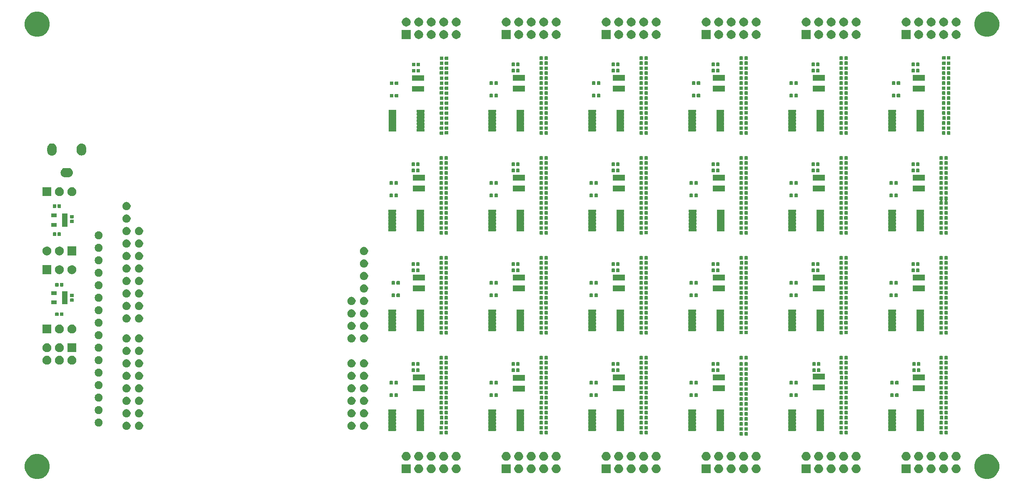
<source format=gbr>
G04 #@! TF.GenerationSoftware,KiCad,Pcbnew,5.1.6-c6e7f7d~86~ubuntu20.04.1*
G04 #@! TF.CreationDate,2020-05-31T10:56:46+02:00*
G04 #@! TF.ProjectId,HPPSI02,48505053-4930-4322-9e6b-696361645f70,rev?*
G04 #@! TF.SameCoordinates,Original*
G04 #@! TF.FileFunction,Soldermask,Top*
G04 #@! TF.FilePolarity,Negative*
%FSLAX46Y46*%
G04 Gerber Fmt 4.6, Leading zero omitted, Abs format (unit mm)*
G04 Created by KiCad (PCBNEW 5.1.6-c6e7f7d~86~ubuntu20.04.1) date 2020-05-31 10:56:46*
%MOMM*%
%LPD*%
G01*
G04 APERTURE LIST*
%ADD10C,0.100000*%
G04 APERTURE END LIST*
D10*
G36*
X245744098Y-122547033D02*
G01*
X246208350Y-122739332D01*
X246208352Y-122739333D01*
X246626168Y-123018509D01*
X246981491Y-123373832D01*
X247257144Y-123786376D01*
X247260668Y-123791650D01*
X247452967Y-124255902D01*
X247551000Y-124748747D01*
X247551000Y-125251253D01*
X247452967Y-125744098D01*
X247332739Y-126034354D01*
X247260667Y-126208352D01*
X246981491Y-126626168D01*
X246626168Y-126981491D01*
X246208352Y-127260667D01*
X246208351Y-127260668D01*
X246208350Y-127260668D01*
X245744098Y-127452967D01*
X245251253Y-127551000D01*
X244748747Y-127551000D01*
X244255902Y-127452967D01*
X243791650Y-127260668D01*
X243791649Y-127260668D01*
X243791648Y-127260667D01*
X243373832Y-126981491D01*
X243018509Y-126626168D01*
X242739333Y-126208352D01*
X242667261Y-126034354D01*
X242547033Y-125744098D01*
X242449000Y-125251253D01*
X242449000Y-124748747D01*
X242547033Y-124255902D01*
X242739332Y-123791650D01*
X242742856Y-123786376D01*
X243018509Y-123373832D01*
X243373832Y-123018509D01*
X243791648Y-122739333D01*
X243791650Y-122739332D01*
X244255902Y-122547033D01*
X244748747Y-122449000D01*
X245251253Y-122449000D01*
X245744098Y-122547033D01*
G37*
G36*
X52744098Y-122547033D02*
G01*
X53208350Y-122739332D01*
X53208352Y-122739333D01*
X53626168Y-123018509D01*
X53981491Y-123373832D01*
X54257144Y-123786376D01*
X54260668Y-123791650D01*
X54452967Y-124255902D01*
X54551000Y-124748747D01*
X54551000Y-125251253D01*
X54452967Y-125744098D01*
X54332739Y-126034354D01*
X54260667Y-126208352D01*
X53981491Y-126626168D01*
X53626168Y-126981491D01*
X53208352Y-127260667D01*
X53208351Y-127260668D01*
X53208350Y-127260668D01*
X52744098Y-127452967D01*
X52251253Y-127551000D01*
X51748747Y-127551000D01*
X51255902Y-127452967D01*
X50791650Y-127260668D01*
X50791649Y-127260668D01*
X50791648Y-127260667D01*
X50373832Y-126981491D01*
X50018509Y-126626168D01*
X49739333Y-126208352D01*
X49667261Y-126034354D01*
X49547033Y-125744098D01*
X49449000Y-125251253D01*
X49449000Y-124748747D01*
X49547033Y-124255902D01*
X49739332Y-123791650D01*
X49742856Y-123786376D01*
X50018509Y-123373832D01*
X50373832Y-123018509D01*
X50791648Y-122739333D01*
X50791650Y-122739332D01*
X51255902Y-122547033D01*
X51748747Y-122449000D01*
X52251253Y-122449000D01*
X52744098Y-122547033D01*
G37*
G36*
X172833512Y-124563927D02*
G01*
X172982812Y-124593624D01*
X173146784Y-124661544D01*
X173294354Y-124760147D01*
X173419853Y-124885646D01*
X173518456Y-125033216D01*
X173586376Y-125197188D01*
X173621000Y-125371259D01*
X173621000Y-125548741D01*
X173586376Y-125722812D01*
X173518456Y-125886784D01*
X173419853Y-126034354D01*
X173294354Y-126159853D01*
X173146784Y-126258456D01*
X172982812Y-126326376D01*
X172833512Y-126356073D01*
X172808742Y-126361000D01*
X172631258Y-126361000D01*
X172606488Y-126356073D01*
X172457188Y-126326376D01*
X172293216Y-126258456D01*
X172145646Y-126159853D01*
X172020147Y-126034354D01*
X171921544Y-125886784D01*
X171853624Y-125722812D01*
X171819000Y-125548741D01*
X171819000Y-125371259D01*
X171853624Y-125197188D01*
X171921544Y-125033216D01*
X172020147Y-124885646D01*
X172145646Y-124760147D01*
X172293216Y-124661544D01*
X172457188Y-124593624D01*
X172606488Y-124563927D01*
X172631258Y-124559000D01*
X172808742Y-124559000D01*
X172833512Y-124563927D01*
G37*
G36*
X188861000Y-126361000D02*
G01*
X187059000Y-126361000D01*
X187059000Y-124559000D01*
X188861000Y-124559000D01*
X188861000Y-126361000D01*
G37*
G36*
X193153512Y-124563927D02*
G01*
X193302812Y-124593624D01*
X193466784Y-124661544D01*
X193614354Y-124760147D01*
X193739853Y-124885646D01*
X193838456Y-125033216D01*
X193906376Y-125197188D01*
X193941000Y-125371259D01*
X193941000Y-125548741D01*
X193906376Y-125722812D01*
X193838456Y-125886784D01*
X193739853Y-126034354D01*
X193614354Y-126159853D01*
X193466784Y-126258456D01*
X193302812Y-126326376D01*
X193153512Y-126356073D01*
X193128742Y-126361000D01*
X192951258Y-126361000D01*
X192926488Y-126356073D01*
X192777188Y-126326376D01*
X192613216Y-126258456D01*
X192465646Y-126159853D01*
X192340147Y-126034354D01*
X192241544Y-125886784D01*
X192173624Y-125722812D01*
X192139000Y-125548741D01*
X192139000Y-125371259D01*
X192173624Y-125197188D01*
X192241544Y-125033216D01*
X192340147Y-124885646D01*
X192465646Y-124760147D01*
X192613216Y-124661544D01*
X192777188Y-124593624D01*
X192926488Y-124563927D01*
X192951258Y-124559000D01*
X193128742Y-124559000D01*
X193153512Y-124563927D01*
G37*
G36*
X127901000Y-126361000D02*
G01*
X126099000Y-126361000D01*
X126099000Y-124559000D01*
X127901000Y-124559000D01*
X127901000Y-126361000D01*
G37*
G36*
X190613512Y-124563927D02*
G01*
X190762812Y-124593624D01*
X190926784Y-124661544D01*
X191074354Y-124760147D01*
X191199853Y-124885646D01*
X191298456Y-125033216D01*
X191366376Y-125197188D01*
X191401000Y-125371259D01*
X191401000Y-125548741D01*
X191366376Y-125722812D01*
X191298456Y-125886784D01*
X191199853Y-126034354D01*
X191074354Y-126159853D01*
X190926784Y-126258456D01*
X190762812Y-126326376D01*
X190613512Y-126356073D01*
X190588742Y-126361000D01*
X190411258Y-126361000D01*
X190386488Y-126356073D01*
X190237188Y-126326376D01*
X190073216Y-126258456D01*
X189925646Y-126159853D01*
X189800147Y-126034354D01*
X189701544Y-125886784D01*
X189633624Y-125722812D01*
X189599000Y-125548741D01*
X189599000Y-125371259D01*
X189633624Y-125197188D01*
X189701544Y-125033216D01*
X189800147Y-124885646D01*
X189925646Y-124760147D01*
X190073216Y-124661544D01*
X190237188Y-124593624D01*
X190386488Y-124563927D01*
X190411258Y-124559000D01*
X190588742Y-124559000D01*
X190613512Y-124563927D01*
G37*
G36*
X129653512Y-124563927D02*
G01*
X129802812Y-124593624D01*
X129966784Y-124661544D01*
X130114354Y-124760147D01*
X130239853Y-124885646D01*
X130338456Y-125033216D01*
X130406376Y-125197188D01*
X130441000Y-125371259D01*
X130441000Y-125548741D01*
X130406376Y-125722812D01*
X130338456Y-125886784D01*
X130239853Y-126034354D01*
X130114354Y-126159853D01*
X129966784Y-126258456D01*
X129802812Y-126326376D01*
X129653512Y-126356073D01*
X129628742Y-126361000D01*
X129451258Y-126361000D01*
X129426488Y-126356073D01*
X129277188Y-126326376D01*
X129113216Y-126258456D01*
X128965646Y-126159853D01*
X128840147Y-126034354D01*
X128741544Y-125886784D01*
X128673624Y-125722812D01*
X128639000Y-125548741D01*
X128639000Y-125371259D01*
X128673624Y-125197188D01*
X128741544Y-125033216D01*
X128840147Y-124885646D01*
X128965646Y-124760147D01*
X129113216Y-124661544D01*
X129277188Y-124593624D01*
X129426488Y-124563927D01*
X129451258Y-124559000D01*
X129628742Y-124559000D01*
X129653512Y-124563927D01*
G37*
G36*
X132193512Y-124563927D02*
G01*
X132342812Y-124593624D01*
X132506784Y-124661544D01*
X132654354Y-124760147D01*
X132779853Y-124885646D01*
X132878456Y-125033216D01*
X132946376Y-125197188D01*
X132981000Y-125371259D01*
X132981000Y-125548741D01*
X132946376Y-125722812D01*
X132878456Y-125886784D01*
X132779853Y-126034354D01*
X132654354Y-126159853D01*
X132506784Y-126258456D01*
X132342812Y-126326376D01*
X132193512Y-126356073D01*
X132168742Y-126361000D01*
X131991258Y-126361000D01*
X131966488Y-126356073D01*
X131817188Y-126326376D01*
X131653216Y-126258456D01*
X131505646Y-126159853D01*
X131380147Y-126034354D01*
X131281544Y-125886784D01*
X131213624Y-125722812D01*
X131179000Y-125548741D01*
X131179000Y-125371259D01*
X131213624Y-125197188D01*
X131281544Y-125033216D01*
X131380147Y-124885646D01*
X131505646Y-124760147D01*
X131653216Y-124661544D01*
X131817188Y-124593624D01*
X131966488Y-124563927D01*
X131991258Y-124559000D01*
X132168742Y-124559000D01*
X132193512Y-124563927D01*
G37*
G36*
X134733512Y-124563927D02*
G01*
X134882812Y-124593624D01*
X135046784Y-124661544D01*
X135194354Y-124760147D01*
X135319853Y-124885646D01*
X135418456Y-125033216D01*
X135486376Y-125197188D01*
X135521000Y-125371259D01*
X135521000Y-125548741D01*
X135486376Y-125722812D01*
X135418456Y-125886784D01*
X135319853Y-126034354D01*
X135194354Y-126159853D01*
X135046784Y-126258456D01*
X134882812Y-126326376D01*
X134733512Y-126356073D01*
X134708742Y-126361000D01*
X134531258Y-126361000D01*
X134506488Y-126356073D01*
X134357188Y-126326376D01*
X134193216Y-126258456D01*
X134045646Y-126159853D01*
X133920147Y-126034354D01*
X133821544Y-125886784D01*
X133753624Y-125722812D01*
X133719000Y-125548741D01*
X133719000Y-125371259D01*
X133753624Y-125197188D01*
X133821544Y-125033216D01*
X133920147Y-124885646D01*
X134045646Y-124760147D01*
X134193216Y-124661544D01*
X134357188Y-124593624D01*
X134506488Y-124563927D01*
X134531258Y-124559000D01*
X134708742Y-124559000D01*
X134733512Y-124563927D01*
G37*
G36*
X137273512Y-124563927D02*
G01*
X137422812Y-124593624D01*
X137586784Y-124661544D01*
X137734354Y-124760147D01*
X137859853Y-124885646D01*
X137958456Y-125033216D01*
X138026376Y-125197188D01*
X138061000Y-125371259D01*
X138061000Y-125548741D01*
X138026376Y-125722812D01*
X137958456Y-125886784D01*
X137859853Y-126034354D01*
X137734354Y-126159853D01*
X137586784Y-126258456D01*
X137422812Y-126326376D01*
X137273512Y-126356073D01*
X137248742Y-126361000D01*
X137071258Y-126361000D01*
X137046488Y-126356073D01*
X136897188Y-126326376D01*
X136733216Y-126258456D01*
X136585646Y-126159853D01*
X136460147Y-126034354D01*
X136361544Y-125886784D01*
X136293624Y-125722812D01*
X136259000Y-125548741D01*
X136259000Y-125371259D01*
X136293624Y-125197188D01*
X136361544Y-125033216D01*
X136460147Y-124885646D01*
X136585646Y-124760147D01*
X136733216Y-124661544D01*
X136897188Y-124593624D01*
X137046488Y-124563927D01*
X137071258Y-124559000D01*
X137248742Y-124559000D01*
X137273512Y-124563927D01*
G37*
G36*
X177913512Y-124563927D02*
G01*
X178062812Y-124593624D01*
X178226784Y-124661544D01*
X178374354Y-124760147D01*
X178499853Y-124885646D01*
X178598456Y-125033216D01*
X178666376Y-125197188D01*
X178701000Y-125371259D01*
X178701000Y-125548741D01*
X178666376Y-125722812D01*
X178598456Y-125886784D01*
X178499853Y-126034354D01*
X178374354Y-126159853D01*
X178226784Y-126258456D01*
X178062812Y-126326376D01*
X177913512Y-126356073D01*
X177888742Y-126361000D01*
X177711258Y-126361000D01*
X177686488Y-126356073D01*
X177537188Y-126326376D01*
X177373216Y-126258456D01*
X177225646Y-126159853D01*
X177100147Y-126034354D01*
X177001544Y-125886784D01*
X176933624Y-125722812D01*
X176899000Y-125548741D01*
X176899000Y-125371259D01*
X176933624Y-125197188D01*
X177001544Y-125033216D01*
X177100147Y-124885646D01*
X177225646Y-124760147D01*
X177373216Y-124661544D01*
X177537188Y-124593624D01*
X177686488Y-124563927D01*
X177711258Y-124559000D01*
X177888742Y-124559000D01*
X177913512Y-124563927D01*
G37*
G36*
X148221000Y-126361000D02*
G01*
X146419000Y-126361000D01*
X146419000Y-124559000D01*
X148221000Y-124559000D01*
X148221000Y-126361000D01*
G37*
G36*
X149973512Y-124563927D02*
G01*
X150122812Y-124593624D01*
X150286784Y-124661544D01*
X150434354Y-124760147D01*
X150559853Y-124885646D01*
X150658456Y-125033216D01*
X150726376Y-125197188D01*
X150761000Y-125371259D01*
X150761000Y-125548741D01*
X150726376Y-125722812D01*
X150658456Y-125886784D01*
X150559853Y-126034354D01*
X150434354Y-126159853D01*
X150286784Y-126258456D01*
X150122812Y-126326376D01*
X149973512Y-126356073D01*
X149948742Y-126361000D01*
X149771258Y-126361000D01*
X149746488Y-126356073D01*
X149597188Y-126326376D01*
X149433216Y-126258456D01*
X149285646Y-126159853D01*
X149160147Y-126034354D01*
X149061544Y-125886784D01*
X148993624Y-125722812D01*
X148959000Y-125548741D01*
X148959000Y-125371259D01*
X148993624Y-125197188D01*
X149061544Y-125033216D01*
X149160147Y-124885646D01*
X149285646Y-124760147D01*
X149433216Y-124661544D01*
X149597188Y-124593624D01*
X149746488Y-124563927D01*
X149771258Y-124559000D01*
X149948742Y-124559000D01*
X149973512Y-124563927D01*
G37*
G36*
X175373512Y-124563927D02*
G01*
X175522812Y-124593624D01*
X175686784Y-124661544D01*
X175834354Y-124760147D01*
X175959853Y-124885646D01*
X176058456Y-125033216D01*
X176126376Y-125197188D01*
X176161000Y-125371259D01*
X176161000Y-125548741D01*
X176126376Y-125722812D01*
X176058456Y-125886784D01*
X175959853Y-126034354D01*
X175834354Y-126159853D01*
X175686784Y-126258456D01*
X175522812Y-126326376D01*
X175373512Y-126356073D01*
X175348742Y-126361000D01*
X175171258Y-126361000D01*
X175146488Y-126356073D01*
X174997188Y-126326376D01*
X174833216Y-126258456D01*
X174685646Y-126159853D01*
X174560147Y-126034354D01*
X174461544Y-125886784D01*
X174393624Y-125722812D01*
X174359000Y-125548741D01*
X174359000Y-125371259D01*
X174393624Y-125197188D01*
X174461544Y-125033216D01*
X174560147Y-124885646D01*
X174685646Y-124760147D01*
X174833216Y-124661544D01*
X174997188Y-124593624D01*
X175146488Y-124563927D01*
X175171258Y-124559000D01*
X175348742Y-124559000D01*
X175373512Y-124563927D01*
G37*
G36*
X152513512Y-124563927D02*
G01*
X152662812Y-124593624D01*
X152826784Y-124661544D01*
X152974354Y-124760147D01*
X153099853Y-124885646D01*
X153198456Y-125033216D01*
X153266376Y-125197188D01*
X153301000Y-125371259D01*
X153301000Y-125548741D01*
X153266376Y-125722812D01*
X153198456Y-125886784D01*
X153099853Y-126034354D01*
X152974354Y-126159853D01*
X152826784Y-126258456D01*
X152662812Y-126326376D01*
X152513512Y-126356073D01*
X152488742Y-126361000D01*
X152311258Y-126361000D01*
X152286488Y-126356073D01*
X152137188Y-126326376D01*
X151973216Y-126258456D01*
X151825646Y-126159853D01*
X151700147Y-126034354D01*
X151601544Y-125886784D01*
X151533624Y-125722812D01*
X151499000Y-125548741D01*
X151499000Y-125371259D01*
X151533624Y-125197188D01*
X151601544Y-125033216D01*
X151700147Y-124885646D01*
X151825646Y-124760147D01*
X151973216Y-124661544D01*
X152137188Y-124593624D01*
X152286488Y-124563927D01*
X152311258Y-124559000D01*
X152488742Y-124559000D01*
X152513512Y-124563927D01*
G37*
G36*
X155053512Y-124563927D02*
G01*
X155202812Y-124593624D01*
X155366784Y-124661544D01*
X155514354Y-124760147D01*
X155639853Y-124885646D01*
X155738456Y-125033216D01*
X155806376Y-125197188D01*
X155841000Y-125371259D01*
X155841000Y-125548741D01*
X155806376Y-125722812D01*
X155738456Y-125886784D01*
X155639853Y-126034354D01*
X155514354Y-126159853D01*
X155366784Y-126258456D01*
X155202812Y-126326376D01*
X155053512Y-126356073D01*
X155028742Y-126361000D01*
X154851258Y-126361000D01*
X154826488Y-126356073D01*
X154677188Y-126326376D01*
X154513216Y-126258456D01*
X154365646Y-126159853D01*
X154240147Y-126034354D01*
X154141544Y-125886784D01*
X154073624Y-125722812D01*
X154039000Y-125548741D01*
X154039000Y-125371259D01*
X154073624Y-125197188D01*
X154141544Y-125033216D01*
X154240147Y-124885646D01*
X154365646Y-124760147D01*
X154513216Y-124661544D01*
X154677188Y-124593624D01*
X154826488Y-124563927D01*
X154851258Y-124559000D01*
X155028742Y-124559000D01*
X155053512Y-124563927D01*
G37*
G36*
X209181000Y-126361000D02*
G01*
X207379000Y-126361000D01*
X207379000Y-124559000D01*
X209181000Y-124559000D01*
X209181000Y-126361000D01*
G37*
G36*
X195693512Y-124563927D02*
G01*
X195842812Y-124593624D01*
X196006784Y-124661544D01*
X196154354Y-124760147D01*
X196279853Y-124885646D01*
X196378456Y-125033216D01*
X196446376Y-125197188D01*
X196481000Y-125371259D01*
X196481000Y-125548741D01*
X196446376Y-125722812D01*
X196378456Y-125886784D01*
X196279853Y-126034354D01*
X196154354Y-126159853D01*
X196006784Y-126258456D01*
X195842812Y-126326376D01*
X195693512Y-126356073D01*
X195668742Y-126361000D01*
X195491258Y-126361000D01*
X195466488Y-126356073D01*
X195317188Y-126326376D01*
X195153216Y-126258456D01*
X195005646Y-126159853D01*
X194880147Y-126034354D01*
X194781544Y-125886784D01*
X194713624Y-125722812D01*
X194679000Y-125548741D01*
X194679000Y-125371259D01*
X194713624Y-125197188D01*
X194781544Y-125033216D01*
X194880147Y-124885646D01*
X195005646Y-124760147D01*
X195153216Y-124661544D01*
X195317188Y-124593624D01*
X195466488Y-124563927D01*
X195491258Y-124559000D01*
X195668742Y-124559000D01*
X195693512Y-124563927D01*
G37*
G36*
X170293512Y-124563927D02*
G01*
X170442812Y-124593624D01*
X170606784Y-124661544D01*
X170754354Y-124760147D01*
X170879853Y-124885646D01*
X170978456Y-125033216D01*
X171046376Y-125197188D01*
X171081000Y-125371259D01*
X171081000Y-125548741D01*
X171046376Y-125722812D01*
X170978456Y-125886784D01*
X170879853Y-126034354D01*
X170754354Y-126159853D01*
X170606784Y-126258456D01*
X170442812Y-126326376D01*
X170293512Y-126356073D01*
X170268742Y-126361000D01*
X170091258Y-126361000D01*
X170066488Y-126356073D01*
X169917188Y-126326376D01*
X169753216Y-126258456D01*
X169605646Y-126159853D01*
X169480147Y-126034354D01*
X169381544Y-125886784D01*
X169313624Y-125722812D01*
X169279000Y-125548741D01*
X169279000Y-125371259D01*
X169313624Y-125197188D01*
X169381544Y-125033216D01*
X169480147Y-124885646D01*
X169605646Y-124760147D01*
X169753216Y-124661544D01*
X169917188Y-124593624D01*
X170066488Y-124563927D01*
X170091258Y-124559000D01*
X170268742Y-124559000D01*
X170293512Y-124563927D01*
G37*
G36*
X168541000Y-126361000D02*
G01*
X166739000Y-126361000D01*
X166739000Y-124559000D01*
X168541000Y-124559000D01*
X168541000Y-126361000D01*
G37*
G36*
X238873512Y-124563927D02*
G01*
X239022812Y-124593624D01*
X239186784Y-124661544D01*
X239334354Y-124760147D01*
X239459853Y-124885646D01*
X239558456Y-125033216D01*
X239626376Y-125197188D01*
X239661000Y-125371259D01*
X239661000Y-125548741D01*
X239626376Y-125722812D01*
X239558456Y-125886784D01*
X239459853Y-126034354D01*
X239334354Y-126159853D01*
X239186784Y-126258456D01*
X239022812Y-126326376D01*
X238873512Y-126356073D01*
X238848742Y-126361000D01*
X238671258Y-126361000D01*
X238646488Y-126356073D01*
X238497188Y-126326376D01*
X238333216Y-126258456D01*
X238185646Y-126159853D01*
X238060147Y-126034354D01*
X237961544Y-125886784D01*
X237893624Y-125722812D01*
X237859000Y-125548741D01*
X237859000Y-125371259D01*
X237893624Y-125197188D01*
X237961544Y-125033216D01*
X238060147Y-124885646D01*
X238185646Y-124760147D01*
X238333216Y-124661544D01*
X238497188Y-124593624D01*
X238646488Y-124563927D01*
X238671258Y-124559000D01*
X238848742Y-124559000D01*
X238873512Y-124563927D01*
G37*
G36*
X236333512Y-124563927D02*
G01*
X236482812Y-124593624D01*
X236646784Y-124661544D01*
X236794354Y-124760147D01*
X236919853Y-124885646D01*
X237018456Y-125033216D01*
X237086376Y-125197188D01*
X237121000Y-125371259D01*
X237121000Y-125548741D01*
X237086376Y-125722812D01*
X237018456Y-125886784D01*
X236919853Y-126034354D01*
X236794354Y-126159853D01*
X236646784Y-126258456D01*
X236482812Y-126326376D01*
X236333512Y-126356073D01*
X236308742Y-126361000D01*
X236131258Y-126361000D01*
X236106488Y-126356073D01*
X235957188Y-126326376D01*
X235793216Y-126258456D01*
X235645646Y-126159853D01*
X235520147Y-126034354D01*
X235421544Y-125886784D01*
X235353624Y-125722812D01*
X235319000Y-125548741D01*
X235319000Y-125371259D01*
X235353624Y-125197188D01*
X235421544Y-125033216D01*
X235520147Y-124885646D01*
X235645646Y-124760147D01*
X235793216Y-124661544D01*
X235957188Y-124593624D01*
X236106488Y-124563927D01*
X236131258Y-124559000D01*
X236308742Y-124559000D01*
X236333512Y-124563927D01*
G37*
G36*
X233793512Y-124563927D02*
G01*
X233942812Y-124593624D01*
X234106784Y-124661544D01*
X234254354Y-124760147D01*
X234379853Y-124885646D01*
X234478456Y-125033216D01*
X234546376Y-125197188D01*
X234581000Y-125371259D01*
X234581000Y-125548741D01*
X234546376Y-125722812D01*
X234478456Y-125886784D01*
X234379853Y-126034354D01*
X234254354Y-126159853D01*
X234106784Y-126258456D01*
X233942812Y-126326376D01*
X233793512Y-126356073D01*
X233768742Y-126361000D01*
X233591258Y-126361000D01*
X233566488Y-126356073D01*
X233417188Y-126326376D01*
X233253216Y-126258456D01*
X233105646Y-126159853D01*
X232980147Y-126034354D01*
X232881544Y-125886784D01*
X232813624Y-125722812D01*
X232779000Y-125548741D01*
X232779000Y-125371259D01*
X232813624Y-125197188D01*
X232881544Y-125033216D01*
X232980147Y-124885646D01*
X233105646Y-124760147D01*
X233253216Y-124661544D01*
X233417188Y-124593624D01*
X233566488Y-124563927D01*
X233591258Y-124559000D01*
X233768742Y-124559000D01*
X233793512Y-124563927D01*
G37*
G36*
X231253512Y-124563927D02*
G01*
X231402812Y-124593624D01*
X231566784Y-124661544D01*
X231714354Y-124760147D01*
X231839853Y-124885646D01*
X231938456Y-125033216D01*
X232006376Y-125197188D01*
X232041000Y-125371259D01*
X232041000Y-125548741D01*
X232006376Y-125722812D01*
X231938456Y-125886784D01*
X231839853Y-126034354D01*
X231714354Y-126159853D01*
X231566784Y-126258456D01*
X231402812Y-126326376D01*
X231253512Y-126356073D01*
X231228742Y-126361000D01*
X231051258Y-126361000D01*
X231026488Y-126356073D01*
X230877188Y-126326376D01*
X230713216Y-126258456D01*
X230565646Y-126159853D01*
X230440147Y-126034354D01*
X230341544Y-125886784D01*
X230273624Y-125722812D01*
X230239000Y-125548741D01*
X230239000Y-125371259D01*
X230273624Y-125197188D01*
X230341544Y-125033216D01*
X230440147Y-124885646D01*
X230565646Y-124760147D01*
X230713216Y-124661544D01*
X230877188Y-124593624D01*
X231026488Y-124563927D01*
X231051258Y-124559000D01*
X231228742Y-124559000D01*
X231253512Y-124563927D01*
G37*
G36*
X229501000Y-126361000D02*
G01*
X227699000Y-126361000D01*
X227699000Y-124559000D01*
X229501000Y-124559000D01*
X229501000Y-126361000D01*
G37*
G36*
X157593512Y-124563927D02*
G01*
X157742812Y-124593624D01*
X157906784Y-124661544D01*
X158054354Y-124760147D01*
X158179853Y-124885646D01*
X158278456Y-125033216D01*
X158346376Y-125197188D01*
X158381000Y-125371259D01*
X158381000Y-125548741D01*
X158346376Y-125722812D01*
X158278456Y-125886784D01*
X158179853Y-126034354D01*
X158054354Y-126159853D01*
X157906784Y-126258456D01*
X157742812Y-126326376D01*
X157593512Y-126356073D01*
X157568742Y-126361000D01*
X157391258Y-126361000D01*
X157366488Y-126356073D01*
X157217188Y-126326376D01*
X157053216Y-126258456D01*
X156905646Y-126159853D01*
X156780147Y-126034354D01*
X156681544Y-125886784D01*
X156613624Y-125722812D01*
X156579000Y-125548741D01*
X156579000Y-125371259D01*
X156613624Y-125197188D01*
X156681544Y-125033216D01*
X156780147Y-124885646D01*
X156905646Y-124760147D01*
X157053216Y-124661544D01*
X157217188Y-124593624D01*
X157366488Y-124563927D01*
X157391258Y-124559000D01*
X157568742Y-124559000D01*
X157593512Y-124563927D01*
G37*
G36*
X218553512Y-124563927D02*
G01*
X218702812Y-124593624D01*
X218866784Y-124661544D01*
X219014354Y-124760147D01*
X219139853Y-124885646D01*
X219238456Y-125033216D01*
X219306376Y-125197188D01*
X219341000Y-125371259D01*
X219341000Y-125548741D01*
X219306376Y-125722812D01*
X219238456Y-125886784D01*
X219139853Y-126034354D01*
X219014354Y-126159853D01*
X218866784Y-126258456D01*
X218702812Y-126326376D01*
X218553512Y-126356073D01*
X218528742Y-126361000D01*
X218351258Y-126361000D01*
X218326488Y-126356073D01*
X218177188Y-126326376D01*
X218013216Y-126258456D01*
X217865646Y-126159853D01*
X217740147Y-126034354D01*
X217641544Y-125886784D01*
X217573624Y-125722812D01*
X217539000Y-125548741D01*
X217539000Y-125371259D01*
X217573624Y-125197188D01*
X217641544Y-125033216D01*
X217740147Y-124885646D01*
X217865646Y-124760147D01*
X218013216Y-124661544D01*
X218177188Y-124593624D01*
X218326488Y-124563927D01*
X218351258Y-124559000D01*
X218528742Y-124559000D01*
X218553512Y-124563927D01*
G37*
G36*
X216013512Y-124563927D02*
G01*
X216162812Y-124593624D01*
X216326784Y-124661544D01*
X216474354Y-124760147D01*
X216599853Y-124885646D01*
X216698456Y-125033216D01*
X216766376Y-125197188D01*
X216801000Y-125371259D01*
X216801000Y-125548741D01*
X216766376Y-125722812D01*
X216698456Y-125886784D01*
X216599853Y-126034354D01*
X216474354Y-126159853D01*
X216326784Y-126258456D01*
X216162812Y-126326376D01*
X216013512Y-126356073D01*
X215988742Y-126361000D01*
X215811258Y-126361000D01*
X215786488Y-126356073D01*
X215637188Y-126326376D01*
X215473216Y-126258456D01*
X215325646Y-126159853D01*
X215200147Y-126034354D01*
X215101544Y-125886784D01*
X215033624Y-125722812D01*
X214999000Y-125548741D01*
X214999000Y-125371259D01*
X215033624Y-125197188D01*
X215101544Y-125033216D01*
X215200147Y-124885646D01*
X215325646Y-124760147D01*
X215473216Y-124661544D01*
X215637188Y-124593624D01*
X215786488Y-124563927D01*
X215811258Y-124559000D01*
X215988742Y-124559000D01*
X216013512Y-124563927D01*
G37*
G36*
X213473512Y-124563927D02*
G01*
X213622812Y-124593624D01*
X213786784Y-124661544D01*
X213934354Y-124760147D01*
X214059853Y-124885646D01*
X214158456Y-125033216D01*
X214226376Y-125197188D01*
X214261000Y-125371259D01*
X214261000Y-125548741D01*
X214226376Y-125722812D01*
X214158456Y-125886784D01*
X214059853Y-126034354D01*
X213934354Y-126159853D01*
X213786784Y-126258456D01*
X213622812Y-126326376D01*
X213473512Y-126356073D01*
X213448742Y-126361000D01*
X213271258Y-126361000D01*
X213246488Y-126356073D01*
X213097188Y-126326376D01*
X212933216Y-126258456D01*
X212785646Y-126159853D01*
X212660147Y-126034354D01*
X212561544Y-125886784D01*
X212493624Y-125722812D01*
X212459000Y-125548741D01*
X212459000Y-125371259D01*
X212493624Y-125197188D01*
X212561544Y-125033216D01*
X212660147Y-124885646D01*
X212785646Y-124760147D01*
X212933216Y-124661544D01*
X213097188Y-124593624D01*
X213246488Y-124563927D01*
X213271258Y-124559000D01*
X213448742Y-124559000D01*
X213473512Y-124563927D01*
G37*
G36*
X210933512Y-124563927D02*
G01*
X211082812Y-124593624D01*
X211246784Y-124661544D01*
X211394354Y-124760147D01*
X211519853Y-124885646D01*
X211618456Y-125033216D01*
X211686376Y-125197188D01*
X211721000Y-125371259D01*
X211721000Y-125548741D01*
X211686376Y-125722812D01*
X211618456Y-125886784D01*
X211519853Y-126034354D01*
X211394354Y-126159853D01*
X211246784Y-126258456D01*
X211082812Y-126326376D01*
X210933512Y-126356073D01*
X210908742Y-126361000D01*
X210731258Y-126361000D01*
X210706488Y-126356073D01*
X210557188Y-126326376D01*
X210393216Y-126258456D01*
X210245646Y-126159853D01*
X210120147Y-126034354D01*
X210021544Y-125886784D01*
X209953624Y-125722812D01*
X209919000Y-125548741D01*
X209919000Y-125371259D01*
X209953624Y-125197188D01*
X210021544Y-125033216D01*
X210120147Y-124885646D01*
X210245646Y-124760147D01*
X210393216Y-124661544D01*
X210557188Y-124593624D01*
X210706488Y-124563927D01*
X210731258Y-124559000D01*
X210908742Y-124559000D01*
X210933512Y-124563927D01*
G37*
G36*
X198233512Y-124563927D02*
G01*
X198382812Y-124593624D01*
X198546784Y-124661544D01*
X198694354Y-124760147D01*
X198819853Y-124885646D01*
X198918456Y-125033216D01*
X198986376Y-125197188D01*
X199021000Y-125371259D01*
X199021000Y-125548741D01*
X198986376Y-125722812D01*
X198918456Y-125886784D01*
X198819853Y-126034354D01*
X198694354Y-126159853D01*
X198546784Y-126258456D01*
X198382812Y-126326376D01*
X198233512Y-126356073D01*
X198208742Y-126361000D01*
X198031258Y-126361000D01*
X198006488Y-126356073D01*
X197857188Y-126326376D01*
X197693216Y-126258456D01*
X197545646Y-126159853D01*
X197420147Y-126034354D01*
X197321544Y-125886784D01*
X197253624Y-125722812D01*
X197219000Y-125548741D01*
X197219000Y-125371259D01*
X197253624Y-125197188D01*
X197321544Y-125033216D01*
X197420147Y-124885646D01*
X197545646Y-124760147D01*
X197693216Y-124661544D01*
X197857188Y-124593624D01*
X198006488Y-124563927D01*
X198031258Y-124559000D01*
X198208742Y-124559000D01*
X198233512Y-124563927D01*
G37*
G36*
X228713512Y-122023927D02*
G01*
X228862812Y-122053624D01*
X229026784Y-122121544D01*
X229174354Y-122220147D01*
X229299853Y-122345646D01*
X229398456Y-122493216D01*
X229466376Y-122657188D01*
X229501000Y-122831259D01*
X229501000Y-123008741D01*
X229466376Y-123182812D01*
X229398456Y-123346784D01*
X229299853Y-123494354D01*
X229174354Y-123619853D01*
X229026784Y-123718456D01*
X228862812Y-123786376D01*
X228713512Y-123816073D01*
X228688742Y-123821000D01*
X228511258Y-123821000D01*
X228486488Y-123816073D01*
X228337188Y-123786376D01*
X228173216Y-123718456D01*
X228025646Y-123619853D01*
X227900147Y-123494354D01*
X227801544Y-123346784D01*
X227733624Y-123182812D01*
X227699000Y-123008741D01*
X227699000Y-122831259D01*
X227733624Y-122657188D01*
X227801544Y-122493216D01*
X227900147Y-122345646D01*
X228025646Y-122220147D01*
X228173216Y-122121544D01*
X228337188Y-122053624D01*
X228486488Y-122023927D01*
X228511258Y-122019000D01*
X228688742Y-122019000D01*
X228713512Y-122023927D01*
G37*
G36*
X231253512Y-122023927D02*
G01*
X231402812Y-122053624D01*
X231566784Y-122121544D01*
X231714354Y-122220147D01*
X231839853Y-122345646D01*
X231938456Y-122493216D01*
X232006376Y-122657188D01*
X232041000Y-122831259D01*
X232041000Y-123008741D01*
X232006376Y-123182812D01*
X231938456Y-123346784D01*
X231839853Y-123494354D01*
X231714354Y-123619853D01*
X231566784Y-123718456D01*
X231402812Y-123786376D01*
X231253512Y-123816073D01*
X231228742Y-123821000D01*
X231051258Y-123821000D01*
X231026488Y-123816073D01*
X230877188Y-123786376D01*
X230713216Y-123718456D01*
X230565646Y-123619853D01*
X230440147Y-123494354D01*
X230341544Y-123346784D01*
X230273624Y-123182812D01*
X230239000Y-123008741D01*
X230239000Y-122831259D01*
X230273624Y-122657188D01*
X230341544Y-122493216D01*
X230440147Y-122345646D01*
X230565646Y-122220147D01*
X230713216Y-122121544D01*
X230877188Y-122053624D01*
X231026488Y-122023927D01*
X231051258Y-122019000D01*
X231228742Y-122019000D01*
X231253512Y-122023927D01*
G37*
G36*
X233793512Y-122023927D02*
G01*
X233942812Y-122053624D01*
X234106784Y-122121544D01*
X234254354Y-122220147D01*
X234379853Y-122345646D01*
X234478456Y-122493216D01*
X234546376Y-122657188D01*
X234581000Y-122831259D01*
X234581000Y-123008741D01*
X234546376Y-123182812D01*
X234478456Y-123346784D01*
X234379853Y-123494354D01*
X234254354Y-123619853D01*
X234106784Y-123718456D01*
X233942812Y-123786376D01*
X233793512Y-123816073D01*
X233768742Y-123821000D01*
X233591258Y-123821000D01*
X233566488Y-123816073D01*
X233417188Y-123786376D01*
X233253216Y-123718456D01*
X233105646Y-123619853D01*
X232980147Y-123494354D01*
X232881544Y-123346784D01*
X232813624Y-123182812D01*
X232779000Y-123008741D01*
X232779000Y-122831259D01*
X232813624Y-122657188D01*
X232881544Y-122493216D01*
X232980147Y-122345646D01*
X233105646Y-122220147D01*
X233253216Y-122121544D01*
X233417188Y-122053624D01*
X233566488Y-122023927D01*
X233591258Y-122019000D01*
X233768742Y-122019000D01*
X233793512Y-122023927D01*
G37*
G36*
X236333512Y-122023927D02*
G01*
X236482812Y-122053624D01*
X236646784Y-122121544D01*
X236794354Y-122220147D01*
X236919853Y-122345646D01*
X237018456Y-122493216D01*
X237086376Y-122657188D01*
X237121000Y-122831259D01*
X237121000Y-123008741D01*
X237086376Y-123182812D01*
X237018456Y-123346784D01*
X236919853Y-123494354D01*
X236794354Y-123619853D01*
X236646784Y-123718456D01*
X236482812Y-123786376D01*
X236333512Y-123816073D01*
X236308742Y-123821000D01*
X236131258Y-123821000D01*
X236106488Y-123816073D01*
X235957188Y-123786376D01*
X235793216Y-123718456D01*
X235645646Y-123619853D01*
X235520147Y-123494354D01*
X235421544Y-123346784D01*
X235353624Y-123182812D01*
X235319000Y-123008741D01*
X235319000Y-122831259D01*
X235353624Y-122657188D01*
X235421544Y-122493216D01*
X235520147Y-122345646D01*
X235645646Y-122220147D01*
X235793216Y-122121544D01*
X235957188Y-122053624D01*
X236106488Y-122023927D01*
X236131258Y-122019000D01*
X236308742Y-122019000D01*
X236333512Y-122023927D01*
G37*
G36*
X167753512Y-122023927D02*
G01*
X167902812Y-122053624D01*
X168066784Y-122121544D01*
X168214354Y-122220147D01*
X168339853Y-122345646D01*
X168438456Y-122493216D01*
X168506376Y-122657188D01*
X168541000Y-122831259D01*
X168541000Y-123008741D01*
X168506376Y-123182812D01*
X168438456Y-123346784D01*
X168339853Y-123494354D01*
X168214354Y-123619853D01*
X168066784Y-123718456D01*
X167902812Y-123786376D01*
X167753512Y-123816073D01*
X167728742Y-123821000D01*
X167551258Y-123821000D01*
X167526488Y-123816073D01*
X167377188Y-123786376D01*
X167213216Y-123718456D01*
X167065646Y-123619853D01*
X166940147Y-123494354D01*
X166841544Y-123346784D01*
X166773624Y-123182812D01*
X166739000Y-123008741D01*
X166739000Y-122831259D01*
X166773624Y-122657188D01*
X166841544Y-122493216D01*
X166940147Y-122345646D01*
X167065646Y-122220147D01*
X167213216Y-122121544D01*
X167377188Y-122053624D01*
X167526488Y-122023927D01*
X167551258Y-122019000D01*
X167728742Y-122019000D01*
X167753512Y-122023927D01*
G37*
G36*
X157593512Y-122023927D02*
G01*
X157742812Y-122053624D01*
X157906784Y-122121544D01*
X158054354Y-122220147D01*
X158179853Y-122345646D01*
X158278456Y-122493216D01*
X158346376Y-122657188D01*
X158381000Y-122831259D01*
X158381000Y-123008741D01*
X158346376Y-123182812D01*
X158278456Y-123346784D01*
X158179853Y-123494354D01*
X158054354Y-123619853D01*
X157906784Y-123718456D01*
X157742812Y-123786376D01*
X157593512Y-123816073D01*
X157568742Y-123821000D01*
X157391258Y-123821000D01*
X157366488Y-123816073D01*
X157217188Y-123786376D01*
X157053216Y-123718456D01*
X156905646Y-123619853D01*
X156780147Y-123494354D01*
X156681544Y-123346784D01*
X156613624Y-123182812D01*
X156579000Y-123008741D01*
X156579000Y-122831259D01*
X156613624Y-122657188D01*
X156681544Y-122493216D01*
X156780147Y-122345646D01*
X156905646Y-122220147D01*
X157053216Y-122121544D01*
X157217188Y-122053624D01*
X157366488Y-122023927D01*
X157391258Y-122019000D01*
X157568742Y-122019000D01*
X157593512Y-122023927D01*
G37*
G36*
X155053512Y-122023927D02*
G01*
X155202812Y-122053624D01*
X155366784Y-122121544D01*
X155514354Y-122220147D01*
X155639853Y-122345646D01*
X155738456Y-122493216D01*
X155806376Y-122657188D01*
X155841000Y-122831259D01*
X155841000Y-123008741D01*
X155806376Y-123182812D01*
X155738456Y-123346784D01*
X155639853Y-123494354D01*
X155514354Y-123619853D01*
X155366784Y-123718456D01*
X155202812Y-123786376D01*
X155053512Y-123816073D01*
X155028742Y-123821000D01*
X154851258Y-123821000D01*
X154826488Y-123816073D01*
X154677188Y-123786376D01*
X154513216Y-123718456D01*
X154365646Y-123619853D01*
X154240147Y-123494354D01*
X154141544Y-123346784D01*
X154073624Y-123182812D01*
X154039000Y-123008741D01*
X154039000Y-122831259D01*
X154073624Y-122657188D01*
X154141544Y-122493216D01*
X154240147Y-122345646D01*
X154365646Y-122220147D01*
X154513216Y-122121544D01*
X154677188Y-122053624D01*
X154826488Y-122023927D01*
X154851258Y-122019000D01*
X155028742Y-122019000D01*
X155053512Y-122023927D01*
G37*
G36*
X152513512Y-122023927D02*
G01*
X152662812Y-122053624D01*
X152826784Y-122121544D01*
X152974354Y-122220147D01*
X153099853Y-122345646D01*
X153198456Y-122493216D01*
X153266376Y-122657188D01*
X153301000Y-122831259D01*
X153301000Y-123008741D01*
X153266376Y-123182812D01*
X153198456Y-123346784D01*
X153099853Y-123494354D01*
X152974354Y-123619853D01*
X152826784Y-123718456D01*
X152662812Y-123786376D01*
X152513512Y-123816073D01*
X152488742Y-123821000D01*
X152311258Y-123821000D01*
X152286488Y-123816073D01*
X152137188Y-123786376D01*
X151973216Y-123718456D01*
X151825646Y-123619853D01*
X151700147Y-123494354D01*
X151601544Y-123346784D01*
X151533624Y-123182812D01*
X151499000Y-123008741D01*
X151499000Y-122831259D01*
X151533624Y-122657188D01*
X151601544Y-122493216D01*
X151700147Y-122345646D01*
X151825646Y-122220147D01*
X151973216Y-122121544D01*
X152137188Y-122053624D01*
X152286488Y-122023927D01*
X152311258Y-122019000D01*
X152488742Y-122019000D01*
X152513512Y-122023927D01*
G37*
G36*
X149973512Y-122023927D02*
G01*
X150122812Y-122053624D01*
X150286784Y-122121544D01*
X150434354Y-122220147D01*
X150559853Y-122345646D01*
X150658456Y-122493216D01*
X150726376Y-122657188D01*
X150761000Y-122831259D01*
X150761000Y-123008741D01*
X150726376Y-123182812D01*
X150658456Y-123346784D01*
X150559853Y-123494354D01*
X150434354Y-123619853D01*
X150286784Y-123718456D01*
X150122812Y-123786376D01*
X149973512Y-123816073D01*
X149948742Y-123821000D01*
X149771258Y-123821000D01*
X149746488Y-123816073D01*
X149597188Y-123786376D01*
X149433216Y-123718456D01*
X149285646Y-123619853D01*
X149160147Y-123494354D01*
X149061544Y-123346784D01*
X148993624Y-123182812D01*
X148959000Y-123008741D01*
X148959000Y-122831259D01*
X148993624Y-122657188D01*
X149061544Y-122493216D01*
X149160147Y-122345646D01*
X149285646Y-122220147D01*
X149433216Y-122121544D01*
X149597188Y-122053624D01*
X149746488Y-122023927D01*
X149771258Y-122019000D01*
X149948742Y-122019000D01*
X149973512Y-122023927D01*
G37*
G36*
X147433512Y-122023927D02*
G01*
X147582812Y-122053624D01*
X147746784Y-122121544D01*
X147894354Y-122220147D01*
X148019853Y-122345646D01*
X148118456Y-122493216D01*
X148186376Y-122657188D01*
X148221000Y-122831259D01*
X148221000Y-123008741D01*
X148186376Y-123182812D01*
X148118456Y-123346784D01*
X148019853Y-123494354D01*
X147894354Y-123619853D01*
X147746784Y-123718456D01*
X147582812Y-123786376D01*
X147433512Y-123816073D01*
X147408742Y-123821000D01*
X147231258Y-123821000D01*
X147206488Y-123816073D01*
X147057188Y-123786376D01*
X146893216Y-123718456D01*
X146745646Y-123619853D01*
X146620147Y-123494354D01*
X146521544Y-123346784D01*
X146453624Y-123182812D01*
X146419000Y-123008741D01*
X146419000Y-122831259D01*
X146453624Y-122657188D01*
X146521544Y-122493216D01*
X146620147Y-122345646D01*
X146745646Y-122220147D01*
X146893216Y-122121544D01*
X147057188Y-122053624D01*
X147206488Y-122023927D01*
X147231258Y-122019000D01*
X147408742Y-122019000D01*
X147433512Y-122023927D01*
G37*
G36*
X137273512Y-122023927D02*
G01*
X137422812Y-122053624D01*
X137586784Y-122121544D01*
X137734354Y-122220147D01*
X137859853Y-122345646D01*
X137958456Y-122493216D01*
X138026376Y-122657188D01*
X138061000Y-122831259D01*
X138061000Y-123008741D01*
X138026376Y-123182812D01*
X137958456Y-123346784D01*
X137859853Y-123494354D01*
X137734354Y-123619853D01*
X137586784Y-123718456D01*
X137422812Y-123786376D01*
X137273512Y-123816073D01*
X137248742Y-123821000D01*
X137071258Y-123821000D01*
X137046488Y-123816073D01*
X136897188Y-123786376D01*
X136733216Y-123718456D01*
X136585646Y-123619853D01*
X136460147Y-123494354D01*
X136361544Y-123346784D01*
X136293624Y-123182812D01*
X136259000Y-123008741D01*
X136259000Y-122831259D01*
X136293624Y-122657188D01*
X136361544Y-122493216D01*
X136460147Y-122345646D01*
X136585646Y-122220147D01*
X136733216Y-122121544D01*
X136897188Y-122053624D01*
X137046488Y-122023927D01*
X137071258Y-122019000D01*
X137248742Y-122019000D01*
X137273512Y-122023927D01*
G37*
G36*
X134733512Y-122023927D02*
G01*
X134882812Y-122053624D01*
X135046784Y-122121544D01*
X135194354Y-122220147D01*
X135319853Y-122345646D01*
X135418456Y-122493216D01*
X135486376Y-122657188D01*
X135521000Y-122831259D01*
X135521000Y-123008741D01*
X135486376Y-123182812D01*
X135418456Y-123346784D01*
X135319853Y-123494354D01*
X135194354Y-123619853D01*
X135046784Y-123718456D01*
X134882812Y-123786376D01*
X134733512Y-123816073D01*
X134708742Y-123821000D01*
X134531258Y-123821000D01*
X134506488Y-123816073D01*
X134357188Y-123786376D01*
X134193216Y-123718456D01*
X134045646Y-123619853D01*
X133920147Y-123494354D01*
X133821544Y-123346784D01*
X133753624Y-123182812D01*
X133719000Y-123008741D01*
X133719000Y-122831259D01*
X133753624Y-122657188D01*
X133821544Y-122493216D01*
X133920147Y-122345646D01*
X134045646Y-122220147D01*
X134193216Y-122121544D01*
X134357188Y-122053624D01*
X134506488Y-122023927D01*
X134531258Y-122019000D01*
X134708742Y-122019000D01*
X134733512Y-122023927D01*
G37*
G36*
X132193512Y-122023927D02*
G01*
X132342812Y-122053624D01*
X132506784Y-122121544D01*
X132654354Y-122220147D01*
X132779853Y-122345646D01*
X132878456Y-122493216D01*
X132946376Y-122657188D01*
X132981000Y-122831259D01*
X132981000Y-123008741D01*
X132946376Y-123182812D01*
X132878456Y-123346784D01*
X132779853Y-123494354D01*
X132654354Y-123619853D01*
X132506784Y-123718456D01*
X132342812Y-123786376D01*
X132193512Y-123816073D01*
X132168742Y-123821000D01*
X131991258Y-123821000D01*
X131966488Y-123816073D01*
X131817188Y-123786376D01*
X131653216Y-123718456D01*
X131505646Y-123619853D01*
X131380147Y-123494354D01*
X131281544Y-123346784D01*
X131213624Y-123182812D01*
X131179000Y-123008741D01*
X131179000Y-122831259D01*
X131213624Y-122657188D01*
X131281544Y-122493216D01*
X131380147Y-122345646D01*
X131505646Y-122220147D01*
X131653216Y-122121544D01*
X131817188Y-122053624D01*
X131966488Y-122023927D01*
X131991258Y-122019000D01*
X132168742Y-122019000D01*
X132193512Y-122023927D01*
G37*
G36*
X129653512Y-122023927D02*
G01*
X129802812Y-122053624D01*
X129966784Y-122121544D01*
X130114354Y-122220147D01*
X130239853Y-122345646D01*
X130338456Y-122493216D01*
X130406376Y-122657188D01*
X130441000Y-122831259D01*
X130441000Y-123008741D01*
X130406376Y-123182812D01*
X130338456Y-123346784D01*
X130239853Y-123494354D01*
X130114354Y-123619853D01*
X129966784Y-123718456D01*
X129802812Y-123786376D01*
X129653512Y-123816073D01*
X129628742Y-123821000D01*
X129451258Y-123821000D01*
X129426488Y-123816073D01*
X129277188Y-123786376D01*
X129113216Y-123718456D01*
X128965646Y-123619853D01*
X128840147Y-123494354D01*
X128741544Y-123346784D01*
X128673624Y-123182812D01*
X128639000Y-123008741D01*
X128639000Y-122831259D01*
X128673624Y-122657188D01*
X128741544Y-122493216D01*
X128840147Y-122345646D01*
X128965646Y-122220147D01*
X129113216Y-122121544D01*
X129277188Y-122053624D01*
X129426488Y-122023927D01*
X129451258Y-122019000D01*
X129628742Y-122019000D01*
X129653512Y-122023927D01*
G37*
G36*
X193153512Y-122023927D02*
G01*
X193302812Y-122053624D01*
X193466784Y-122121544D01*
X193614354Y-122220147D01*
X193739853Y-122345646D01*
X193838456Y-122493216D01*
X193906376Y-122657188D01*
X193941000Y-122831259D01*
X193941000Y-123008741D01*
X193906376Y-123182812D01*
X193838456Y-123346784D01*
X193739853Y-123494354D01*
X193614354Y-123619853D01*
X193466784Y-123718456D01*
X193302812Y-123786376D01*
X193153512Y-123816073D01*
X193128742Y-123821000D01*
X192951258Y-123821000D01*
X192926488Y-123816073D01*
X192777188Y-123786376D01*
X192613216Y-123718456D01*
X192465646Y-123619853D01*
X192340147Y-123494354D01*
X192241544Y-123346784D01*
X192173624Y-123182812D01*
X192139000Y-123008741D01*
X192139000Y-122831259D01*
X192173624Y-122657188D01*
X192241544Y-122493216D01*
X192340147Y-122345646D01*
X192465646Y-122220147D01*
X192613216Y-122121544D01*
X192777188Y-122053624D01*
X192926488Y-122023927D01*
X192951258Y-122019000D01*
X193128742Y-122019000D01*
X193153512Y-122023927D01*
G37*
G36*
X216013512Y-122023927D02*
G01*
X216162812Y-122053624D01*
X216326784Y-122121544D01*
X216474354Y-122220147D01*
X216599853Y-122345646D01*
X216698456Y-122493216D01*
X216766376Y-122657188D01*
X216801000Y-122831259D01*
X216801000Y-123008741D01*
X216766376Y-123182812D01*
X216698456Y-123346784D01*
X216599853Y-123494354D01*
X216474354Y-123619853D01*
X216326784Y-123718456D01*
X216162812Y-123786376D01*
X216013512Y-123816073D01*
X215988742Y-123821000D01*
X215811258Y-123821000D01*
X215786488Y-123816073D01*
X215637188Y-123786376D01*
X215473216Y-123718456D01*
X215325646Y-123619853D01*
X215200147Y-123494354D01*
X215101544Y-123346784D01*
X215033624Y-123182812D01*
X214999000Y-123008741D01*
X214999000Y-122831259D01*
X215033624Y-122657188D01*
X215101544Y-122493216D01*
X215200147Y-122345646D01*
X215325646Y-122220147D01*
X215473216Y-122121544D01*
X215637188Y-122053624D01*
X215786488Y-122023927D01*
X215811258Y-122019000D01*
X215988742Y-122019000D01*
X216013512Y-122023927D01*
G37*
G36*
X213473512Y-122023927D02*
G01*
X213622812Y-122053624D01*
X213786784Y-122121544D01*
X213934354Y-122220147D01*
X214059853Y-122345646D01*
X214158456Y-122493216D01*
X214226376Y-122657188D01*
X214261000Y-122831259D01*
X214261000Y-123008741D01*
X214226376Y-123182812D01*
X214158456Y-123346784D01*
X214059853Y-123494354D01*
X213934354Y-123619853D01*
X213786784Y-123718456D01*
X213622812Y-123786376D01*
X213473512Y-123816073D01*
X213448742Y-123821000D01*
X213271258Y-123821000D01*
X213246488Y-123816073D01*
X213097188Y-123786376D01*
X212933216Y-123718456D01*
X212785646Y-123619853D01*
X212660147Y-123494354D01*
X212561544Y-123346784D01*
X212493624Y-123182812D01*
X212459000Y-123008741D01*
X212459000Y-122831259D01*
X212493624Y-122657188D01*
X212561544Y-122493216D01*
X212660147Y-122345646D01*
X212785646Y-122220147D01*
X212933216Y-122121544D01*
X213097188Y-122053624D01*
X213246488Y-122023927D01*
X213271258Y-122019000D01*
X213448742Y-122019000D01*
X213473512Y-122023927D01*
G37*
G36*
X210933512Y-122023927D02*
G01*
X211082812Y-122053624D01*
X211246784Y-122121544D01*
X211394354Y-122220147D01*
X211519853Y-122345646D01*
X211618456Y-122493216D01*
X211686376Y-122657188D01*
X211721000Y-122831259D01*
X211721000Y-123008741D01*
X211686376Y-123182812D01*
X211618456Y-123346784D01*
X211519853Y-123494354D01*
X211394354Y-123619853D01*
X211246784Y-123718456D01*
X211082812Y-123786376D01*
X210933512Y-123816073D01*
X210908742Y-123821000D01*
X210731258Y-123821000D01*
X210706488Y-123816073D01*
X210557188Y-123786376D01*
X210393216Y-123718456D01*
X210245646Y-123619853D01*
X210120147Y-123494354D01*
X210021544Y-123346784D01*
X209953624Y-123182812D01*
X209919000Y-123008741D01*
X209919000Y-122831259D01*
X209953624Y-122657188D01*
X210021544Y-122493216D01*
X210120147Y-122345646D01*
X210245646Y-122220147D01*
X210393216Y-122121544D01*
X210557188Y-122053624D01*
X210706488Y-122023927D01*
X210731258Y-122019000D01*
X210908742Y-122019000D01*
X210933512Y-122023927D01*
G37*
G36*
X208393512Y-122023927D02*
G01*
X208542812Y-122053624D01*
X208706784Y-122121544D01*
X208854354Y-122220147D01*
X208979853Y-122345646D01*
X209078456Y-122493216D01*
X209146376Y-122657188D01*
X209181000Y-122831259D01*
X209181000Y-123008741D01*
X209146376Y-123182812D01*
X209078456Y-123346784D01*
X208979853Y-123494354D01*
X208854354Y-123619853D01*
X208706784Y-123718456D01*
X208542812Y-123786376D01*
X208393512Y-123816073D01*
X208368742Y-123821000D01*
X208191258Y-123821000D01*
X208166488Y-123816073D01*
X208017188Y-123786376D01*
X207853216Y-123718456D01*
X207705646Y-123619853D01*
X207580147Y-123494354D01*
X207481544Y-123346784D01*
X207413624Y-123182812D01*
X207379000Y-123008741D01*
X207379000Y-122831259D01*
X207413624Y-122657188D01*
X207481544Y-122493216D01*
X207580147Y-122345646D01*
X207705646Y-122220147D01*
X207853216Y-122121544D01*
X208017188Y-122053624D01*
X208166488Y-122023927D01*
X208191258Y-122019000D01*
X208368742Y-122019000D01*
X208393512Y-122023927D01*
G37*
G36*
X198233512Y-122023927D02*
G01*
X198382812Y-122053624D01*
X198546784Y-122121544D01*
X198694354Y-122220147D01*
X198819853Y-122345646D01*
X198918456Y-122493216D01*
X198986376Y-122657188D01*
X199021000Y-122831259D01*
X199021000Y-123008741D01*
X198986376Y-123182812D01*
X198918456Y-123346784D01*
X198819853Y-123494354D01*
X198694354Y-123619853D01*
X198546784Y-123718456D01*
X198382812Y-123786376D01*
X198233512Y-123816073D01*
X198208742Y-123821000D01*
X198031258Y-123821000D01*
X198006488Y-123816073D01*
X197857188Y-123786376D01*
X197693216Y-123718456D01*
X197545646Y-123619853D01*
X197420147Y-123494354D01*
X197321544Y-123346784D01*
X197253624Y-123182812D01*
X197219000Y-123008741D01*
X197219000Y-122831259D01*
X197253624Y-122657188D01*
X197321544Y-122493216D01*
X197420147Y-122345646D01*
X197545646Y-122220147D01*
X197693216Y-122121544D01*
X197857188Y-122053624D01*
X198006488Y-122023927D01*
X198031258Y-122019000D01*
X198208742Y-122019000D01*
X198233512Y-122023927D01*
G37*
G36*
X195693512Y-122023927D02*
G01*
X195842812Y-122053624D01*
X196006784Y-122121544D01*
X196154354Y-122220147D01*
X196279853Y-122345646D01*
X196378456Y-122493216D01*
X196446376Y-122657188D01*
X196481000Y-122831259D01*
X196481000Y-123008741D01*
X196446376Y-123182812D01*
X196378456Y-123346784D01*
X196279853Y-123494354D01*
X196154354Y-123619853D01*
X196006784Y-123718456D01*
X195842812Y-123786376D01*
X195693512Y-123816073D01*
X195668742Y-123821000D01*
X195491258Y-123821000D01*
X195466488Y-123816073D01*
X195317188Y-123786376D01*
X195153216Y-123718456D01*
X195005646Y-123619853D01*
X194880147Y-123494354D01*
X194781544Y-123346784D01*
X194713624Y-123182812D01*
X194679000Y-123008741D01*
X194679000Y-122831259D01*
X194713624Y-122657188D01*
X194781544Y-122493216D01*
X194880147Y-122345646D01*
X195005646Y-122220147D01*
X195153216Y-122121544D01*
X195317188Y-122053624D01*
X195466488Y-122023927D01*
X195491258Y-122019000D01*
X195668742Y-122019000D01*
X195693512Y-122023927D01*
G37*
G36*
X127113512Y-122023927D02*
G01*
X127262812Y-122053624D01*
X127426784Y-122121544D01*
X127574354Y-122220147D01*
X127699853Y-122345646D01*
X127798456Y-122493216D01*
X127866376Y-122657188D01*
X127901000Y-122831259D01*
X127901000Y-123008741D01*
X127866376Y-123182812D01*
X127798456Y-123346784D01*
X127699853Y-123494354D01*
X127574354Y-123619853D01*
X127426784Y-123718456D01*
X127262812Y-123786376D01*
X127113512Y-123816073D01*
X127088742Y-123821000D01*
X126911258Y-123821000D01*
X126886488Y-123816073D01*
X126737188Y-123786376D01*
X126573216Y-123718456D01*
X126425646Y-123619853D01*
X126300147Y-123494354D01*
X126201544Y-123346784D01*
X126133624Y-123182812D01*
X126099000Y-123008741D01*
X126099000Y-122831259D01*
X126133624Y-122657188D01*
X126201544Y-122493216D01*
X126300147Y-122345646D01*
X126425646Y-122220147D01*
X126573216Y-122121544D01*
X126737188Y-122053624D01*
X126886488Y-122023927D01*
X126911258Y-122019000D01*
X127088742Y-122019000D01*
X127113512Y-122023927D01*
G37*
G36*
X190613512Y-122023927D02*
G01*
X190762812Y-122053624D01*
X190926784Y-122121544D01*
X191074354Y-122220147D01*
X191199853Y-122345646D01*
X191298456Y-122493216D01*
X191366376Y-122657188D01*
X191401000Y-122831259D01*
X191401000Y-123008741D01*
X191366376Y-123182812D01*
X191298456Y-123346784D01*
X191199853Y-123494354D01*
X191074354Y-123619853D01*
X190926784Y-123718456D01*
X190762812Y-123786376D01*
X190613512Y-123816073D01*
X190588742Y-123821000D01*
X190411258Y-123821000D01*
X190386488Y-123816073D01*
X190237188Y-123786376D01*
X190073216Y-123718456D01*
X189925646Y-123619853D01*
X189800147Y-123494354D01*
X189701544Y-123346784D01*
X189633624Y-123182812D01*
X189599000Y-123008741D01*
X189599000Y-122831259D01*
X189633624Y-122657188D01*
X189701544Y-122493216D01*
X189800147Y-122345646D01*
X189925646Y-122220147D01*
X190073216Y-122121544D01*
X190237188Y-122053624D01*
X190386488Y-122023927D01*
X190411258Y-122019000D01*
X190588742Y-122019000D01*
X190613512Y-122023927D01*
G37*
G36*
X188073512Y-122023927D02*
G01*
X188222812Y-122053624D01*
X188386784Y-122121544D01*
X188534354Y-122220147D01*
X188659853Y-122345646D01*
X188758456Y-122493216D01*
X188826376Y-122657188D01*
X188861000Y-122831259D01*
X188861000Y-123008741D01*
X188826376Y-123182812D01*
X188758456Y-123346784D01*
X188659853Y-123494354D01*
X188534354Y-123619853D01*
X188386784Y-123718456D01*
X188222812Y-123786376D01*
X188073512Y-123816073D01*
X188048742Y-123821000D01*
X187871258Y-123821000D01*
X187846488Y-123816073D01*
X187697188Y-123786376D01*
X187533216Y-123718456D01*
X187385646Y-123619853D01*
X187260147Y-123494354D01*
X187161544Y-123346784D01*
X187093624Y-123182812D01*
X187059000Y-123008741D01*
X187059000Y-122831259D01*
X187093624Y-122657188D01*
X187161544Y-122493216D01*
X187260147Y-122345646D01*
X187385646Y-122220147D01*
X187533216Y-122121544D01*
X187697188Y-122053624D01*
X187846488Y-122023927D01*
X187871258Y-122019000D01*
X188048742Y-122019000D01*
X188073512Y-122023927D01*
G37*
G36*
X177913512Y-122023927D02*
G01*
X178062812Y-122053624D01*
X178226784Y-122121544D01*
X178374354Y-122220147D01*
X178499853Y-122345646D01*
X178598456Y-122493216D01*
X178666376Y-122657188D01*
X178701000Y-122831259D01*
X178701000Y-123008741D01*
X178666376Y-123182812D01*
X178598456Y-123346784D01*
X178499853Y-123494354D01*
X178374354Y-123619853D01*
X178226784Y-123718456D01*
X178062812Y-123786376D01*
X177913512Y-123816073D01*
X177888742Y-123821000D01*
X177711258Y-123821000D01*
X177686488Y-123816073D01*
X177537188Y-123786376D01*
X177373216Y-123718456D01*
X177225646Y-123619853D01*
X177100147Y-123494354D01*
X177001544Y-123346784D01*
X176933624Y-123182812D01*
X176899000Y-123008741D01*
X176899000Y-122831259D01*
X176933624Y-122657188D01*
X177001544Y-122493216D01*
X177100147Y-122345646D01*
X177225646Y-122220147D01*
X177373216Y-122121544D01*
X177537188Y-122053624D01*
X177686488Y-122023927D01*
X177711258Y-122019000D01*
X177888742Y-122019000D01*
X177913512Y-122023927D01*
G37*
G36*
X238873512Y-122023927D02*
G01*
X239022812Y-122053624D01*
X239186784Y-122121544D01*
X239334354Y-122220147D01*
X239459853Y-122345646D01*
X239558456Y-122493216D01*
X239626376Y-122657188D01*
X239661000Y-122831259D01*
X239661000Y-123008741D01*
X239626376Y-123182812D01*
X239558456Y-123346784D01*
X239459853Y-123494354D01*
X239334354Y-123619853D01*
X239186784Y-123718456D01*
X239022812Y-123786376D01*
X238873512Y-123816073D01*
X238848742Y-123821000D01*
X238671258Y-123821000D01*
X238646488Y-123816073D01*
X238497188Y-123786376D01*
X238333216Y-123718456D01*
X238185646Y-123619853D01*
X238060147Y-123494354D01*
X237961544Y-123346784D01*
X237893624Y-123182812D01*
X237859000Y-123008741D01*
X237859000Y-122831259D01*
X237893624Y-122657188D01*
X237961544Y-122493216D01*
X238060147Y-122345646D01*
X238185646Y-122220147D01*
X238333216Y-122121544D01*
X238497188Y-122053624D01*
X238646488Y-122023927D01*
X238671258Y-122019000D01*
X238848742Y-122019000D01*
X238873512Y-122023927D01*
G37*
G36*
X172833512Y-122023927D02*
G01*
X172982812Y-122053624D01*
X173146784Y-122121544D01*
X173294354Y-122220147D01*
X173419853Y-122345646D01*
X173518456Y-122493216D01*
X173586376Y-122657188D01*
X173621000Y-122831259D01*
X173621000Y-123008741D01*
X173586376Y-123182812D01*
X173518456Y-123346784D01*
X173419853Y-123494354D01*
X173294354Y-123619853D01*
X173146784Y-123718456D01*
X172982812Y-123786376D01*
X172833512Y-123816073D01*
X172808742Y-123821000D01*
X172631258Y-123821000D01*
X172606488Y-123816073D01*
X172457188Y-123786376D01*
X172293216Y-123718456D01*
X172145646Y-123619853D01*
X172020147Y-123494354D01*
X171921544Y-123346784D01*
X171853624Y-123182812D01*
X171819000Y-123008741D01*
X171819000Y-122831259D01*
X171853624Y-122657188D01*
X171921544Y-122493216D01*
X172020147Y-122345646D01*
X172145646Y-122220147D01*
X172293216Y-122121544D01*
X172457188Y-122053624D01*
X172606488Y-122023927D01*
X172631258Y-122019000D01*
X172808742Y-122019000D01*
X172833512Y-122023927D01*
G37*
G36*
X170293512Y-122023927D02*
G01*
X170442812Y-122053624D01*
X170606784Y-122121544D01*
X170754354Y-122220147D01*
X170879853Y-122345646D01*
X170978456Y-122493216D01*
X171046376Y-122657188D01*
X171081000Y-122831259D01*
X171081000Y-123008741D01*
X171046376Y-123182812D01*
X170978456Y-123346784D01*
X170879853Y-123494354D01*
X170754354Y-123619853D01*
X170606784Y-123718456D01*
X170442812Y-123786376D01*
X170293512Y-123816073D01*
X170268742Y-123821000D01*
X170091258Y-123821000D01*
X170066488Y-123816073D01*
X169917188Y-123786376D01*
X169753216Y-123718456D01*
X169605646Y-123619853D01*
X169480147Y-123494354D01*
X169381544Y-123346784D01*
X169313624Y-123182812D01*
X169279000Y-123008741D01*
X169279000Y-122831259D01*
X169313624Y-122657188D01*
X169381544Y-122493216D01*
X169480147Y-122345646D01*
X169605646Y-122220147D01*
X169753216Y-122121544D01*
X169917188Y-122053624D01*
X170066488Y-122023927D01*
X170091258Y-122019000D01*
X170268742Y-122019000D01*
X170293512Y-122023927D01*
G37*
G36*
X175373512Y-122023927D02*
G01*
X175522812Y-122053624D01*
X175686784Y-122121544D01*
X175834354Y-122220147D01*
X175959853Y-122345646D01*
X176058456Y-122493216D01*
X176126376Y-122657188D01*
X176161000Y-122831259D01*
X176161000Y-123008741D01*
X176126376Y-123182812D01*
X176058456Y-123346784D01*
X175959853Y-123494354D01*
X175834354Y-123619853D01*
X175686784Y-123718456D01*
X175522812Y-123786376D01*
X175373512Y-123816073D01*
X175348742Y-123821000D01*
X175171258Y-123821000D01*
X175146488Y-123816073D01*
X174997188Y-123786376D01*
X174833216Y-123718456D01*
X174685646Y-123619853D01*
X174560147Y-123494354D01*
X174461544Y-123346784D01*
X174393624Y-123182812D01*
X174359000Y-123008741D01*
X174359000Y-122831259D01*
X174393624Y-122657188D01*
X174461544Y-122493216D01*
X174560147Y-122345646D01*
X174685646Y-122220147D01*
X174833216Y-122121544D01*
X174997188Y-122053624D01*
X175146488Y-122023927D01*
X175171258Y-122019000D01*
X175348742Y-122019000D01*
X175373512Y-122023927D01*
G37*
G36*
X218553512Y-122023927D02*
G01*
X218702812Y-122053624D01*
X218866784Y-122121544D01*
X219014354Y-122220147D01*
X219139853Y-122345646D01*
X219238456Y-122493216D01*
X219306376Y-122657188D01*
X219341000Y-122831259D01*
X219341000Y-123008741D01*
X219306376Y-123182812D01*
X219238456Y-123346784D01*
X219139853Y-123494354D01*
X219014354Y-123619853D01*
X218866784Y-123718456D01*
X218702812Y-123786376D01*
X218553512Y-123816073D01*
X218528742Y-123821000D01*
X218351258Y-123821000D01*
X218326488Y-123816073D01*
X218177188Y-123786376D01*
X218013216Y-123718456D01*
X217865646Y-123619853D01*
X217740147Y-123494354D01*
X217641544Y-123346784D01*
X217573624Y-123182812D01*
X217539000Y-123008741D01*
X217539000Y-122831259D01*
X217573624Y-122657188D01*
X217641544Y-122493216D01*
X217740147Y-122345646D01*
X217865646Y-122220147D01*
X218013216Y-122121544D01*
X218177188Y-122053624D01*
X218326488Y-122023927D01*
X218351258Y-122019000D01*
X218528742Y-122019000D01*
X218553512Y-122023927D01*
G37*
G36*
X195353938Y-117997716D02*
G01*
X195374557Y-118003971D01*
X195393553Y-118014124D01*
X195410208Y-118027792D01*
X195423876Y-118044447D01*
X195434029Y-118063443D01*
X195440284Y-118084062D01*
X195443000Y-118111640D01*
X195443000Y-118570360D01*
X195440284Y-118597938D01*
X195434029Y-118618557D01*
X195423876Y-118637553D01*
X195410208Y-118654208D01*
X195393553Y-118667876D01*
X195374557Y-118678029D01*
X195353938Y-118684284D01*
X195326360Y-118687000D01*
X194817640Y-118687000D01*
X194790062Y-118684284D01*
X194769443Y-118678029D01*
X194750447Y-118667876D01*
X194733792Y-118654208D01*
X194720124Y-118637553D01*
X194709971Y-118618557D01*
X194703716Y-118597938D01*
X194701000Y-118570360D01*
X194701000Y-118111640D01*
X194703716Y-118084062D01*
X194709971Y-118063443D01*
X194720124Y-118044447D01*
X194733792Y-118027792D01*
X194750447Y-118014124D01*
X194769443Y-118003971D01*
X194790062Y-117997716D01*
X194817640Y-117995000D01*
X195326360Y-117995000D01*
X195353938Y-117997716D01*
G37*
G36*
X196369938Y-117997716D02*
G01*
X196390557Y-118003971D01*
X196409553Y-118014124D01*
X196426208Y-118027792D01*
X196439876Y-118044447D01*
X196450029Y-118063443D01*
X196456284Y-118084062D01*
X196459000Y-118111640D01*
X196459000Y-118570360D01*
X196456284Y-118597938D01*
X196450029Y-118618557D01*
X196439876Y-118637553D01*
X196426208Y-118654208D01*
X196409553Y-118667876D01*
X196390557Y-118678029D01*
X196369938Y-118684284D01*
X196342360Y-118687000D01*
X195833640Y-118687000D01*
X195806062Y-118684284D01*
X195785443Y-118678029D01*
X195766447Y-118667876D01*
X195749792Y-118654208D01*
X195736124Y-118637553D01*
X195725971Y-118618557D01*
X195719716Y-118597938D01*
X195717000Y-118570360D01*
X195717000Y-118111640D01*
X195719716Y-118084062D01*
X195725971Y-118063443D01*
X195736124Y-118044447D01*
X195749792Y-118027792D01*
X195766447Y-118014124D01*
X195785443Y-118003971D01*
X195806062Y-117997716D01*
X195833640Y-117995000D01*
X196342360Y-117995000D01*
X196369938Y-117997716D01*
G37*
G36*
X134393938Y-117766716D02*
G01*
X134414557Y-117772971D01*
X134433553Y-117783124D01*
X134450208Y-117796792D01*
X134463876Y-117813447D01*
X134474029Y-117832443D01*
X134480284Y-117853062D01*
X134483000Y-117880640D01*
X134483000Y-118339360D01*
X134480284Y-118366938D01*
X134474029Y-118387557D01*
X134463876Y-118406553D01*
X134450208Y-118423208D01*
X134433553Y-118436876D01*
X134414557Y-118447029D01*
X134393938Y-118453284D01*
X134366360Y-118456000D01*
X133857640Y-118456000D01*
X133830062Y-118453284D01*
X133809443Y-118447029D01*
X133790447Y-118436876D01*
X133773792Y-118423208D01*
X133760124Y-118406553D01*
X133749971Y-118387557D01*
X133743716Y-118366938D01*
X133741000Y-118339360D01*
X133741000Y-117880640D01*
X133743716Y-117853062D01*
X133749971Y-117832443D01*
X133760124Y-117813447D01*
X133773792Y-117796792D01*
X133790447Y-117783124D01*
X133809443Y-117772971D01*
X133830062Y-117766716D01*
X133857640Y-117764000D01*
X134366360Y-117764000D01*
X134393938Y-117766716D01*
G37*
G36*
X216689938Y-117743716D02*
G01*
X216710557Y-117749971D01*
X216729553Y-117760124D01*
X216746208Y-117773792D01*
X216759876Y-117790447D01*
X216770029Y-117809443D01*
X216776284Y-117830062D01*
X216779000Y-117857640D01*
X216779000Y-118316360D01*
X216776284Y-118343938D01*
X216770029Y-118364557D01*
X216759876Y-118383553D01*
X216746208Y-118400208D01*
X216729553Y-118413876D01*
X216710557Y-118424029D01*
X216689938Y-118430284D01*
X216662360Y-118433000D01*
X216153640Y-118433000D01*
X216126062Y-118430284D01*
X216105443Y-118424029D01*
X216086447Y-118413876D01*
X216069792Y-118400208D01*
X216056124Y-118383553D01*
X216045971Y-118364557D01*
X216039716Y-118343938D01*
X216037000Y-118316360D01*
X216037000Y-117857640D01*
X216039716Y-117830062D01*
X216045971Y-117809443D01*
X216056124Y-117790447D01*
X216069792Y-117773792D01*
X216086447Y-117760124D01*
X216105443Y-117749971D01*
X216126062Y-117743716D01*
X216153640Y-117741000D01*
X216662360Y-117741000D01*
X216689938Y-117743716D01*
G37*
G36*
X237009938Y-117743716D02*
G01*
X237030557Y-117749971D01*
X237049553Y-117760124D01*
X237066208Y-117773792D01*
X237079876Y-117790447D01*
X237090029Y-117809443D01*
X237096284Y-117830062D01*
X237099000Y-117857640D01*
X237099000Y-118316360D01*
X237096284Y-118343938D01*
X237090029Y-118364557D01*
X237079876Y-118383553D01*
X237066208Y-118400208D01*
X237049553Y-118413876D01*
X237030557Y-118424029D01*
X237009938Y-118430284D01*
X236982360Y-118433000D01*
X236473640Y-118433000D01*
X236446062Y-118430284D01*
X236425443Y-118424029D01*
X236406447Y-118413876D01*
X236389792Y-118400208D01*
X236376124Y-118383553D01*
X236365971Y-118364557D01*
X236359716Y-118343938D01*
X236357000Y-118316360D01*
X236357000Y-117857640D01*
X236359716Y-117830062D01*
X236365971Y-117809443D01*
X236376124Y-117790447D01*
X236389792Y-117773792D01*
X236406447Y-117760124D01*
X236425443Y-117749971D01*
X236446062Y-117743716D01*
X236473640Y-117741000D01*
X236982360Y-117741000D01*
X237009938Y-117743716D01*
G37*
G36*
X235993938Y-117743716D02*
G01*
X236014557Y-117749971D01*
X236033553Y-117760124D01*
X236050208Y-117773792D01*
X236063876Y-117790447D01*
X236074029Y-117809443D01*
X236080284Y-117830062D01*
X236083000Y-117857640D01*
X236083000Y-118316360D01*
X236080284Y-118343938D01*
X236074029Y-118364557D01*
X236063876Y-118383553D01*
X236050208Y-118400208D01*
X236033553Y-118413876D01*
X236014557Y-118424029D01*
X235993938Y-118430284D01*
X235966360Y-118433000D01*
X235457640Y-118433000D01*
X235430062Y-118430284D01*
X235409443Y-118424029D01*
X235390447Y-118413876D01*
X235373792Y-118400208D01*
X235360124Y-118383553D01*
X235349971Y-118364557D01*
X235343716Y-118343938D01*
X235341000Y-118316360D01*
X235341000Y-117857640D01*
X235343716Y-117830062D01*
X235349971Y-117809443D01*
X235360124Y-117790447D01*
X235373792Y-117773792D01*
X235390447Y-117760124D01*
X235409443Y-117749971D01*
X235430062Y-117743716D01*
X235457640Y-117741000D01*
X235966360Y-117741000D01*
X235993938Y-117743716D01*
G37*
G36*
X215673938Y-117743716D02*
G01*
X215694557Y-117749971D01*
X215713553Y-117760124D01*
X215730208Y-117773792D01*
X215743876Y-117790447D01*
X215754029Y-117809443D01*
X215760284Y-117830062D01*
X215763000Y-117857640D01*
X215763000Y-118316360D01*
X215760284Y-118343938D01*
X215754029Y-118364557D01*
X215743876Y-118383553D01*
X215730208Y-118400208D01*
X215713553Y-118413876D01*
X215694557Y-118424029D01*
X215673938Y-118430284D01*
X215646360Y-118433000D01*
X215137640Y-118433000D01*
X215110062Y-118430284D01*
X215089443Y-118424029D01*
X215070447Y-118413876D01*
X215053792Y-118400208D01*
X215040124Y-118383553D01*
X215029971Y-118364557D01*
X215023716Y-118343938D01*
X215021000Y-118316360D01*
X215021000Y-117857640D01*
X215023716Y-117830062D01*
X215029971Y-117809443D01*
X215040124Y-117790447D01*
X215053792Y-117773792D01*
X215070447Y-117760124D01*
X215089443Y-117749971D01*
X215110062Y-117743716D01*
X215137640Y-117741000D01*
X215646360Y-117741000D01*
X215673938Y-117743716D01*
G37*
G36*
X176049938Y-117743716D02*
G01*
X176070557Y-117749971D01*
X176089553Y-117760124D01*
X176106208Y-117773792D01*
X176119876Y-117790447D01*
X176130029Y-117809443D01*
X176136284Y-117830062D01*
X176139000Y-117857640D01*
X176139000Y-118316360D01*
X176136284Y-118343938D01*
X176130029Y-118364557D01*
X176119876Y-118383553D01*
X176106208Y-118400208D01*
X176089553Y-118413876D01*
X176070557Y-118424029D01*
X176049938Y-118430284D01*
X176022360Y-118433000D01*
X175513640Y-118433000D01*
X175486062Y-118430284D01*
X175465443Y-118424029D01*
X175446447Y-118413876D01*
X175429792Y-118400208D01*
X175416124Y-118383553D01*
X175405971Y-118364557D01*
X175399716Y-118343938D01*
X175397000Y-118316360D01*
X175397000Y-117857640D01*
X175399716Y-117830062D01*
X175405971Y-117809443D01*
X175416124Y-117790447D01*
X175429792Y-117773792D01*
X175446447Y-117760124D01*
X175465443Y-117749971D01*
X175486062Y-117743716D01*
X175513640Y-117741000D01*
X176022360Y-117741000D01*
X176049938Y-117743716D01*
G37*
G36*
X175033938Y-117743716D02*
G01*
X175054557Y-117749971D01*
X175073553Y-117760124D01*
X175090208Y-117773792D01*
X175103876Y-117790447D01*
X175114029Y-117809443D01*
X175120284Y-117830062D01*
X175123000Y-117857640D01*
X175123000Y-118316360D01*
X175120284Y-118343938D01*
X175114029Y-118364557D01*
X175103876Y-118383553D01*
X175090208Y-118400208D01*
X175073553Y-118413876D01*
X175054557Y-118424029D01*
X175033938Y-118430284D01*
X175006360Y-118433000D01*
X174497640Y-118433000D01*
X174470062Y-118430284D01*
X174449443Y-118424029D01*
X174430447Y-118413876D01*
X174413792Y-118400208D01*
X174400124Y-118383553D01*
X174389971Y-118364557D01*
X174383716Y-118343938D01*
X174381000Y-118316360D01*
X174381000Y-117857640D01*
X174383716Y-117830062D01*
X174389971Y-117809443D01*
X174400124Y-117790447D01*
X174413792Y-117773792D01*
X174430447Y-117760124D01*
X174449443Y-117749971D01*
X174470062Y-117743716D01*
X174497640Y-117741000D01*
X175006360Y-117741000D01*
X175033938Y-117743716D01*
G37*
G36*
X154713938Y-117743716D02*
G01*
X154734557Y-117749971D01*
X154753553Y-117760124D01*
X154770208Y-117773792D01*
X154783876Y-117790447D01*
X154794029Y-117809443D01*
X154800284Y-117830062D01*
X154803000Y-117857640D01*
X154803000Y-118316360D01*
X154800284Y-118343938D01*
X154794029Y-118364557D01*
X154783876Y-118383553D01*
X154770208Y-118400208D01*
X154753553Y-118413876D01*
X154734557Y-118424029D01*
X154713938Y-118430284D01*
X154686360Y-118433000D01*
X154177640Y-118433000D01*
X154150062Y-118430284D01*
X154129443Y-118424029D01*
X154110447Y-118413876D01*
X154093792Y-118400208D01*
X154080124Y-118383553D01*
X154069971Y-118364557D01*
X154063716Y-118343938D01*
X154061000Y-118316360D01*
X154061000Y-117857640D01*
X154063716Y-117830062D01*
X154069971Y-117809443D01*
X154080124Y-117790447D01*
X154093792Y-117773792D01*
X154110447Y-117760124D01*
X154129443Y-117749971D01*
X154150062Y-117743716D01*
X154177640Y-117741000D01*
X154686360Y-117741000D01*
X154713938Y-117743716D01*
G37*
G36*
X135409938Y-117743716D02*
G01*
X135430557Y-117749971D01*
X135449553Y-117760124D01*
X135466208Y-117773792D01*
X135479876Y-117790447D01*
X135490029Y-117809443D01*
X135496284Y-117830062D01*
X135499000Y-117857640D01*
X135499000Y-118316360D01*
X135496284Y-118343938D01*
X135490029Y-118364557D01*
X135479876Y-118383553D01*
X135466208Y-118400208D01*
X135449553Y-118413876D01*
X135430557Y-118424029D01*
X135409938Y-118430284D01*
X135382360Y-118433000D01*
X134873640Y-118433000D01*
X134846062Y-118430284D01*
X134825443Y-118424029D01*
X134806447Y-118413876D01*
X134789792Y-118400208D01*
X134776124Y-118383553D01*
X134765971Y-118364557D01*
X134759716Y-118343938D01*
X134757000Y-118316360D01*
X134757000Y-117857640D01*
X134759716Y-117830062D01*
X134765971Y-117809443D01*
X134776124Y-117790447D01*
X134789792Y-117773792D01*
X134806447Y-117760124D01*
X134825443Y-117749971D01*
X134846062Y-117743716D01*
X134873640Y-117741000D01*
X135382360Y-117741000D01*
X135409938Y-117743716D01*
G37*
G36*
X155729938Y-117743716D02*
G01*
X155750557Y-117749971D01*
X155769553Y-117760124D01*
X155786208Y-117773792D01*
X155799876Y-117790447D01*
X155810029Y-117809443D01*
X155816284Y-117830062D01*
X155819000Y-117857640D01*
X155819000Y-118316360D01*
X155816284Y-118343938D01*
X155810029Y-118364557D01*
X155799876Y-118383553D01*
X155786208Y-118400208D01*
X155769553Y-118413876D01*
X155750557Y-118424029D01*
X155729938Y-118430284D01*
X155702360Y-118433000D01*
X155193640Y-118433000D01*
X155166062Y-118430284D01*
X155145443Y-118424029D01*
X155126447Y-118413876D01*
X155109792Y-118400208D01*
X155096124Y-118383553D01*
X155085971Y-118364557D01*
X155079716Y-118343938D01*
X155077000Y-118316360D01*
X155077000Y-117857640D01*
X155079716Y-117830062D01*
X155085971Y-117809443D01*
X155096124Y-117790447D01*
X155109792Y-117773792D01*
X155126447Y-117760124D01*
X155145443Y-117749971D01*
X155166062Y-117743716D01*
X155193640Y-117741000D01*
X155702360Y-117741000D01*
X155729938Y-117743716D01*
G37*
G36*
X185835170Y-113370803D02*
G01*
X185846875Y-113374354D01*
X185857665Y-113380121D01*
X185867119Y-113387881D01*
X185874879Y-113397335D01*
X185880646Y-113408125D01*
X185884197Y-113419830D01*
X185886000Y-113438138D01*
X185886000Y-113801862D01*
X185884197Y-113820170D01*
X185880646Y-113831875D01*
X185874879Y-113842665D01*
X185863370Y-113856688D01*
X185854355Y-113865704D01*
X185840741Y-113886078D01*
X185831365Y-113908717D01*
X185826585Y-113932751D01*
X185826585Y-113957255D01*
X185831366Y-113981288D01*
X185840744Y-114003926D01*
X185854358Y-114024301D01*
X185863374Y-114033317D01*
X185874879Y-114047335D01*
X185880646Y-114058125D01*
X185884197Y-114069830D01*
X185886000Y-114088138D01*
X185886000Y-114451862D01*
X185884197Y-114470170D01*
X185880646Y-114481875D01*
X185874879Y-114492665D01*
X185863370Y-114506688D01*
X185854355Y-114515704D01*
X185840741Y-114536078D01*
X185831365Y-114558717D01*
X185826585Y-114582751D01*
X185826585Y-114607255D01*
X185831366Y-114631288D01*
X185840744Y-114653926D01*
X185854358Y-114674301D01*
X185863374Y-114683317D01*
X185874879Y-114697335D01*
X185880646Y-114708125D01*
X185884197Y-114719830D01*
X185886000Y-114738138D01*
X185886000Y-115101862D01*
X185884197Y-115120170D01*
X185880646Y-115131875D01*
X185874879Y-115142665D01*
X185863370Y-115156688D01*
X185854355Y-115165704D01*
X185840741Y-115186078D01*
X185831365Y-115208717D01*
X185826585Y-115232751D01*
X185826585Y-115257255D01*
X185831366Y-115281288D01*
X185840744Y-115303926D01*
X185854358Y-115324301D01*
X185863374Y-115333317D01*
X185874879Y-115347335D01*
X185880646Y-115358125D01*
X185884197Y-115369830D01*
X185886000Y-115388138D01*
X185886000Y-115751862D01*
X185884197Y-115770170D01*
X185880646Y-115781875D01*
X185874879Y-115792665D01*
X185863370Y-115806688D01*
X185854355Y-115815704D01*
X185840741Y-115836078D01*
X185831365Y-115858717D01*
X185826585Y-115882751D01*
X185826585Y-115907255D01*
X185831366Y-115931288D01*
X185840744Y-115953926D01*
X185854358Y-115974301D01*
X185863374Y-115983317D01*
X185874879Y-115997335D01*
X185880646Y-116008125D01*
X185884197Y-116019830D01*
X185886000Y-116038138D01*
X185886000Y-116401862D01*
X185884197Y-116420170D01*
X185880646Y-116431875D01*
X185874879Y-116442665D01*
X185863370Y-116456688D01*
X185854355Y-116465704D01*
X185840741Y-116486078D01*
X185831365Y-116508717D01*
X185826585Y-116532751D01*
X185826585Y-116557255D01*
X185831366Y-116581288D01*
X185840744Y-116603926D01*
X185854358Y-116624301D01*
X185863374Y-116633317D01*
X185874879Y-116647335D01*
X185880646Y-116658125D01*
X185884197Y-116669830D01*
X185886000Y-116688138D01*
X185886000Y-117051862D01*
X185884197Y-117070170D01*
X185880646Y-117081875D01*
X185874879Y-117092665D01*
X185863370Y-117106688D01*
X185854355Y-117115704D01*
X185840741Y-117136078D01*
X185831365Y-117158717D01*
X185826585Y-117182751D01*
X185826585Y-117207255D01*
X185831366Y-117231288D01*
X185840744Y-117253926D01*
X185854358Y-117274301D01*
X185863374Y-117283317D01*
X185874879Y-117297335D01*
X185880646Y-117308125D01*
X185884197Y-117319830D01*
X185886000Y-117338138D01*
X185886000Y-117701862D01*
X185884197Y-117720170D01*
X185880646Y-117731875D01*
X185874879Y-117742665D01*
X185867119Y-117752119D01*
X185857665Y-117759879D01*
X185846875Y-117765646D01*
X185835170Y-117769197D01*
X185816862Y-117771000D01*
X184378138Y-117771000D01*
X184359830Y-117769197D01*
X184348125Y-117765646D01*
X184337335Y-117759879D01*
X184327881Y-117752119D01*
X184320121Y-117742665D01*
X184314354Y-117731875D01*
X184310803Y-117720170D01*
X184309000Y-117701862D01*
X184309000Y-117338138D01*
X184310803Y-117319830D01*
X184314354Y-117308125D01*
X184320121Y-117297335D01*
X184331630Y-117283312D01*
X184340645Y-117274296D01*
X184354259Y-117253922D01*
X184363635Y-117231283D01*
X184368415Y-117207249D01*
X184368415Y-117182745D01*
X184363634Y-117158712D01*
X184354256Y-117136074D01*
X184340642Y-117115699D01*
X184331626Y-117106683D01*
X184320121Y-117092665D01*
X184314354Y-117081875D01*
X184310803Y-117070170D01*
X184309000Y-117051862D01*
X184309000Y-116688138D01*
X184310803Y-116669830D01*
X184314354Y-116658125D01*
X184320121Y-116647335D01*
X184331630Y-116633312D01*
X184340645Y-116624296D01*
X184354259Y-116603922D01*
X184363635Y-116581283D01*
X184368415Y-116557249D01*
X184368415Y-116532745D01*
X184363634Y-116508712D01*
X184354256Y-116486074D01*
X184340642Y-116465699D01*
X184331626Y-116456683D01*
X184320121Y-116442665D01*
X184314354Y-116431875D01*
X184310803Y-116420170D01*
X184309000Y-116401862D01*
X184309000Y-116038138D01*
X184310803Y-116019830D01*
X184314354Y-116008125D01*
X184320121Y-115997335D01*
X184331630Y-115983312D01*
X184340645Y-115974296D01*
X184354259Y-115953922D01*
X184363635Y-115931283D01*
X184368415Y-115907249D01*
X184368415Y-115882745D01*
X184363634Y-115858712D01*
X184354256Y-115836074D01*
X184340642Y-115815699D01*
X184331626Y-115806683D01*
X184320121Y-115792665D01*
X184314354Y-115781875D01*
X184310803Y-115770170D01*
X184309000Y-115751862D01*
X184309000Y-115388138D01*
X184310803Y-115369830D01*
X184314354Y-115358125D01*
X184320121Y-115347335D01*
X184331630Y-115333312D01*
X184340645Y-115324296D01*
X184354259Y-115303922D01*
X184363635Y-115281283D01*
X184368415Y-115257249D01*
X184368415Y-115232745D01*
X184363634Y-115208712D01*
X184354256Y-115186074D01*
X184340642Y-115165699D01*
X184331626Y-115156683D01*
X184320121Y-115142665D01*
X184314354Y-115131875D01*
X184310803Y-115120170D01*
X184309000Y-115101862D01*
X184309000Y-114738138D01*
X184310803Y-114719830D01*
X184314354Y-114708125D01*
X184320121Y-114697335D01*
X184331630Y-114683312D01*
X184340645Y-114674296D01*
X184354259Y-114653922D01*
X184363635Y-114631283D01*
X184368415Y-114607249D01*
X184368415Y-114582745D01*
X184363634Y-114558712D01*
X184354256Y-114536074D01*
X184340642Y-114515699D01*
X184331626Y-114506683D01*
X184320121Y-114492665D01*
X184314354Y-114481875D01*
X184310803Y-114470170D01*
X184309000Y-114451862D01*
X184309000Y-114088138D01*
X184310803Y-114069830D01*
X184314354Y-114058125D01*
X184320121Y-114047335D01*
X184331630Y-114033312D01*
X184340645Y-114024296D01*
X184354259Y-114003922D01*
X184363635Y-113981283D01*
X184368415Y-113957249D01*
X184368415Y-113932745D01*
X184363634Y-113908712D01*
X184354256Y-113886074D01*
X184340642Y-113865699D01*
X184331626Y-113856683D01*
X184320121Y-113842665D01*
X184314354Y-113831875D01*
X184310803Y-113820170D01*
X184309000Y-113801862D01*
X184309000Y-113438138D01*
X184310803Y-113419830D01*
X184314354Y-113408125D01*
X184320121Y-113397335D01*
X184327881Y-113387881D01*
X184337335Y-113380121D01*
X184348125Y-113374354D01*
X184359830Y-113370803D01*
X184378138Y-113369000D01*
X185816862Y-113369000D01*
X185835170Y-113370803D01*
G37*
G36*
X206155170Y-113370803D02*
G01*
X206166875Y-113374354D01*
X206177665Y-113380121D01*
X206187119Y-113387881D01*
X206194879Y-113397335D01*
X206200646Y-113408125D01*
X206204197Y-113419830D01*
X206206000Y-113438138D01*
X206206000Y-113801862D01*
X206204197Y-113820170D01*
X206200646Y-113831875D01*
X206194879Y-113842665D01*
X206183370Y-113856688D01*
X206174355Y-113865704D01*
X206160741Y-113886078D01*
X206151365Y-113908717D01*
X206146585Y-113932751D01*
X206146585Y-113957255D01*
X206151366Y-113981288D01*
X206160744Y-114003926D01*
X206174358Y-114024301D01*
X206183374Y-114033317D01*
X206194879Y-114047335D01*
X206200646Y-114058125D01*
X206204197Y-114069830D01*
X206206000Y-114088138D01*
X206206000Y-114451862D01*
X206204197Y-114470170D01*
X206200646Y-114481875D01*
X206194879Y-114492665D01*
X206183370Y-114506688D01*
X206174355Y-114515704D01*
X206160741Y-114536078D01*
X206151365Y-114558717D01*
X206146585Y-114582751D01*
X206146585Y-114607255D01*
X206151366Y-114631288D01*
X206160744Y-114653926D01*
X206174358Y-114674301D01*
X206183374Y-114683317D01*
X206194879Y-114697335D01*
X206200646Y-114708125D01*
X206204197Y-114719830D01*
X206206000Y-114738138D01*
X206206000Y-115101862D01*
X206204197Y-115120170D01*
X206200646Y-115131875D01*
X206194879Y-115142665D01*
X206183370Y-115156688D01*
X206174355Y-115165704D01*
X206160741Y-115186078D01*
X206151365Y-115208717D01*
X206146585Y-115232751D01*
X206146585Y-115257255D01*
X206151366Y-115281288D01*
X206160744Y-115303926D01*
X206174358Y-115324301D01*
X206183374Y-115333317D01*
X206194879Y-115347335D01*
X206200646Y-115358125D01*
X206204197Y-115369830D01*
X206206000Y-115388138D01*
X206206000Y-115751862D01*
X206204197Y-115770170D01*
X206200646Y-115781875D01*
X206194879Y-115792665D01*
X206183370Y-115806688D01*
X206174355Y-115815704D01*
X206160741Y-115836078D01*
X206151365Y-115858717D01*
X206146585Y-115882751D01*
X206146585Y-115907255D01*
X206151366Y-115931288D01*
X206160744Y-115953926D01*
X206174358Y-115974301D01*
X206183374Y-115983317D01*
X206194879Y-115997335D01*
X206200646Y-116008125D01*
X206204197Y-116019830D01*
X206206000Y-116038138D01*
X206206000Y-116401862D01*
X206204197Y-116420170D01*
X206200646Y-116431875D01*
X206194879Y-116442665D01*
X206183370Y-116456688D01*
X206174355Y-116465704D01*
X206160741Y-116486078D01*
X206151365Y-116508717D01*
X206146585Y-116532751D01*
X206146585Y-116557255D01*
X206151366Y-116581288D01*
X206160744Y-116603926D01*
X206174358Y-116624301D01*
X206183374Y-116633317D01*
X206194879Y-116647335D01*
X206200646Y-116658125D01*
X206204197Y-116669830D01*
X206206000Y-116688138D01*
X206206000Y-117051862D01*
X206204197Y-117070170D01*
X206200646Y-117081875D01*
X206194879Y-117092665D01*
X206183370Y-117106688D01*
X206174355Y-117115704D01*
X206160741Y-117136078D01*
X206151365Y-117158717D01*
X206146585Y-117182751D01*
X206146585Y-117207255D01*
X206151366Y-117231288D01*
X206160744Y-117253926D01*
X206174358Y-117274301D01*
X206183374Y-117283317D01*
X206194879Y-117297335D01*
X206200646Y-117308125D01*
X206204197Y-117319830D01*
X206206000Y-117338138D01*
X206206000Y-117701862D01*
X206204197Y-117720170D01*
X206200646Y-117731875D01*
X206194879Y-117742665D01*
X206187119Y-117752119D01*
X206177665Y-117759879D01*
X206166875Y-117765646D01*
X206155170Y-117769197D01*
X206136862Y-117771000D01*
X204698138Y-117771000D01*
X204679830Y-117769197D01*
X204668125Y-117765646D01*
X204657335Y-117759879D01*
X204647881Y-117752119D01*
X204640121Y-117742665D01*
X204634354Y-117731875D01*
X204630803Y-117720170D01*
X204629000Y-117701862D01*
X204629000Y-117338138D01*
X204630803Y-117319830D01*
X204634354Y-117308125D01*
X204640121Y-117297335D01*
X204651630Y-117283312D01*
X204660645Y-117274296D01*
X204674259Y-117253922D01*
X204683635Y-117231283D01*
X204688415Y-117207249D01*
X204688415Y-117182745D01*
X204683634Y-117158712D01*
X204674256Y-117136074D01*
X204660642Y-117115699D01*
X204651626Y-117106683D01*
X204640121Y-117092665D01*
X204634354Y-117081875D01*
X204630803Y-117070170D01*
X204629000Y-117051862D01*
X204629000Y-116688138D01*
X204630803Y-116669830D01*
X204634354Y-116658125D01*
X204640121Y-116647335D01*
X204651630Y-116633312D01*
X204660645Y-116624296D01*
X204674259Y-116603922D01*
X204683635Y-116581283D01*
X204688415Y-116557249D01*
X204688415Y-116532745D01*
X204683634Y-116508712D01*
X204674256Y-116486074D01*
X204660642Y-116465699D01*
X204651626Y-116456683D01*
X204640121Y-116442665D01*
X204634354Y-116431875D01*
X204630803Y-116420170D01*
X204629000Y-116401862D01*
X204629000Y-116038138D01*
X204630803Y-116019830D01*
X204634354Y-116008125D01*
X204640121Y-115997335D01*
X204651630Y-115983312D01*
X204660645Y-115974296D01*
X204674259Y-115953922D01*
X204683635Y-115931283D01*
X204688415Y-115907249D01*
X204688415Y-115882745D01*
X204683634Y-115858712D01*
X204674256Y-115836074D01*
X204660642Y-115815699D01*
X204651626Y-115806683D01*
X204640121Y-115792665D01*
X204634354Y-115781875D01*
X204630803Y-115770170D01*
X204629000Y-115751862D01*
X204629000Y-115388138D01*
X204630803Y-115369830D01*
X204634354Y-115358125D01*
X204640121Y-115347335D01*
X204651630Y-115333312D01*
X204660645Y-115324296D01*
X204674259Y-115303922D01*
X204683635Y-115281283D01*
X204688415Y-115257249D01*
X204688415Y-115232745D01*
X204683634Y-115208712D01*
X204674256Y-115186074D01*
X204660642Y-115165699D01*
X204651626Y-115156683D01*
X204640121Y-115142665D01*
X204634354Y-115131875D01*
X204630803Y-115120170D01*
X204629000Y-115101862D01*
X204629000Y-114738138D01*
X204630803Y-114719830D01*
X204634354Y-114708125D01*
X204640121Y-114697335D01*
X204651630Y-114683312D01*
X204660645Y-114674296D01*
X204674259Y-114653922D01*
X204683635Y-114631283D01*
X204688415Y-114607249D01*
X204688415Y-114582745D01*
X204683634Y-114558712D01*
X204674256Y-114536074D01*
X204660642Y-114515699D01*
X204651626Y-114506683D01*
X204640121Y-114492665D01*
X204634354Y-114481875D01*
X204630803Y-114470170D01*
X204629000Y-114451862D01*
X204629000Y-114088138D01*
X204630803Y-114069830D01*
X204634354Y-114058125D01*
X204640121Y-114047335D01*
X204651630Y-114033312D01*
X204660645Y-114024296D01*
X204674259Y-114003922D01*
X204683635Y-113981283D01*
X204688415Y-113957249D01*
X204688415Y-113932745D01*
X204683634Y-113908712D01*
X204674256Y-113886074D01*
X204660642Y-113865699D01*
X204651626Y-113856683D01*
X204640121Y-113842665D01*
X204634354Y-113831875D01*
X204630803Y-113820170D01*
X204629000Y-113801862D01*
X204629000Y-113438138D01*
X204630803Y-113419830D01*
X204634354Y-113408125D01*
X204640121Y-113397335D01*
X204647881Y-113387881D01*
X204657335Y-113380121D01*
X204668125Y-113374354D01*
X204679830Y-113370803D01*
X204698138Y-113369000D01*
X206136862Y-113369000D01*
X206155170Y-113370803D01*
G37*
G36*
X191560170Y-113370803D02*
G01*
X191571875Y-113374354D01*
X191582665Y-113380121D01*
X191592119Y-113387881D01*
X191599879Y-113397335D01*
X191605646Y-113408125D01*
X191609197Y-113419830D01*
X191611000Y-113438138D01*
X191611000Y-113801862D01*
X191609197Y-113820170D01*
X191605646Y-113831875D01*
X191599879Y-113842665D01*
X191588370Y-113856688D01*
X191579355Y-113865704D01*
X191565741Y-113886078D01*
X191556365Y-113908717D01*
X191551585Y-113932751D01*
X191551585Y-113957255D01*
X191556366Y-113981288D01*
X191565744Y-114003926D01*
X191579358Y-114024301D01*
X191588374Y-114033317D01*
X191599879Y-114047335D01*
X191605646Y-114058125D01*
X191609197Y-114069830D01*
X191611000Y-114088138D01*
X191611000Y-114451862D01*
X191609197Y-114470170D01*
X191605646Y-114481875D01*
X191599879Y-114492665D01*
X191588370Y-114506688D01*
X191579355Y-114515704D01*
X191565741Y-114536078D01*
X191556365Y-114558717D01*
X191551585Y-114582751D01*
X191551585Y-114607255D01*
X191556366Y-114631288D01*
X191565744Y-114653926D01*
X191579358Y-114674301D01*
X191588374Y-114683317D01*
X191599879Y-114697335D01*
X191605646Y-114708125D01*
X191609197Y-114719830D01*
X191611000Y-114738138D01*
X191611000Y-115101862D01*
X191609197Y-115120170D01*
X191605646Y-115131875D01*
X191599879Y-115142665D01*
X191588370Y-115156688D01*
X191579355Y-115165704D01*
X191565741Y-115186078D01*
X191556365Y-115208717D01*
X191551585Y-115232751D01*
X191551585Y-115257255D01*
X191556366Y-115281288D01*
X191565744Y-115303926D01*
X191579358Y-115324301D01*
X191588374Y-115333317D01*
X191599879Y-115347335D01*
X191605646Y-115358125D01*
X191609197Y-115369830D01*
X191611000Y-115388138D01*
X191611000Y-115751862D01*
X191609197Y-115770170D01*
X191605646Y-115781875D01*
X191599879Y-115792665D01*
X191588370Y-115806688D01*
X191579355Y-115815704D01*
X191565741Y-115836078D01*
X191556365Y-115858717D01*
X191551585Y-115882751D01*
X191551585Y-115907255D01*
X191556366Y-115931288D01*
X191565744Y-115953926D01*
X191579358Y-115974301D01*
X191588374Y-115983317D01*
X191599879Y-115997335D01*
X191605646Y-116008125D01*
X191609197Y-116019830D01*
X191611000Y-116038138D01*
X191611000Y-116401862D01*
X191609197Y-116420170D01*
X191605646Y-116431875D01*
X191599879Y-116442665D01*
X191588370Y-116456688D01*
X191579355Y-116465704D01*
X191565741Y-116486078D01*
X191556365Y-116508717D01*
X191551585Y-116532751D01*
X191551585Y-116557255D01*
X191556366Y-116581288D01*
X191565744Y-116603926D01*
X191579358Y-116624301D01*
X191588374Y-116633317D01*
X191599879Y-116647335D01*
X191605646Y-116658125D01*
X191609197Y-116669830D01*
X191611000Y-116688138D01*
X191611000Y-117051862D01*
X191609197Y-117070170D01*
X191605646Y-117081875D01*
X191599879Y-117092665D01*
X191588370Y-117106688D01*
X191579355Y-117115704D01*
X191565741Y-117136078D01*
X191556365Y-117158717D01*
X191551585Y-117182751D01*
X191551585Y-117207255D01*
X191556366Y-117231288D01*
X191565744Y-117253926D01*
X191579358Y-117274301D01*
X191588374Y-117283317D01*
X191599879Y-117297335D01*
X191605646Y-117308125D01*
X191609197Y-117319830D01*
X191611000Y-117338138D01*
X191611000Y-117701862D01*
X191609197Y-117720170D01*
X191605646Y-117731875D01*
X191599879Y-117742665D01*
X191592119Y-117752119D01*
X191582665Y-117759879D01*
X191571875Y-117765646D01*
X191560170Y-117769197D01*
X191541862Y-117771000D01*
X190103138Y-117771000D01*
X190084830Y-117769197D01*
X190073125Y-117765646D01*
X190062335Y-117759879D01*
X190052881Y-117752119D01*
X190045121Y-117742665D01*
X190039354Y-117731875D01*
X190035803Y-117720170D01*
X190034000Y-117701862D01*
X190034000Y-117338138D01*
X190035803Y-117319830D01*
X190039354Y-117308125D01*
X190045121Y-117297335D01*
X190056630Y-117283312D01*
X190065645Y-117274296D01*
X190079259Y-117253922D01*
X190088635Y-117231283D01*
X190093415Y-117207249D01*
X190093415Y-117182745D01*
X190088634Y-117158712D01*
X190079256Y-117136074D01*
X190065642Y-117115699D01*
X190056626Y-117106683D01*
X190045121Y-117092665D01*
X190039354Y-117081875D01*
X190035803Y-117070170D01*
X190034000Y-117051862D01*
X190034000Y-116688138D01*
X190035803Y-116669830D01*
X190039354Y-116658125D01*
X190045121Y-116647335D01*
X190056630Y-116633312D01*
X190065645Y-116624296D01*
X190079259Y-116603922D01*
X190088635Y-116581283D01*
X190093415Y-116557249D01*
X190093415Y-116532745D01*
X190088634Y-116508712D01*
X190079256Y-116486074D01*
X190065642Y-116465699D01*
X190056626Y-116456683D01*
X190045121Y-116442665D01*
X190039354Y-116431875D01*
X190035803Y-116420170D01*
X190034000Y-116401862D01*
X190034000Y-116038138D01*
X190035803Y-116019830D01*
X190039354Y-116008125D01*
X190045121Y-115997335D01*
X190056630Y-115983312D01*
X190065645Y-115974296D01*
X190079259Y-115953922D01*
X190088635Y-115931283D01*
X190093415Y-115907249D01*
X190093415Y-115882745D01*
X190088634Y-115858712D01*
X190079256Y-115836074D01*
X190065642Y-115815699D01*
X190056626Y-115806683D01*
X190045121Y-115792665D01*
X190039354Y-115781875D01*
X190035803Y-115770170D01*
X190034000Y-115751862D01*
X190034000Y-115388138D01*
X190035803Y-115369830D01*
X190039354Y-115358125D01*
X190045121Y-115347335D01*
X190056630Y-115333312D01*
X190065645Y-115324296D01*
X190079259Y-115303922D01*
X190088635Y-115281283D01*
X190093415Y-115257249D01*
X190093415Y-115232745D01*
X190088634Y-115208712D01*
X190079256Y-115186074D01*
X190065642Y-115165699D01*
X190056626Y-115156683D01*
X190045121Y-115142665D01*
X190039354Y-115131875D01*
X190035803Y-115120170D01*
X190034000Y-115101862D01*
X190034000Y-114738138D01*
X190035803Y-114719830D01*
X190039354Y-114708125D01*
X190045121Y-114697335D01*
X190056630Y-114683312D01*
X190065645Y-114674296D01*
X190079259Y-114653922D01*
X190088635Y-114631283D01*
X190093415Y-114607249D01*
X190093415Y-114582745D01*
X190088634Y-114558712D01*
X190079256Y-114536074D01*
X190065642Y-114515699D01*
X190056626Y-114506683D01*
X190045121Y-114492665D01*
X190039354Y-114481875D01*
X190035803Y-114470170D01*
X190034000Y-114451862D01*
X190034000Y-114088138D01*
X190035803Y-114069830D01*
X190039354Y-114058125D01*
X190045121Y-114047335D01*
X190056630Y-114033312D01*
X190065645Y-114024296D01*
X190079259Y-114003922D01*
X190088635Y-113981283D01*
X190093415Y-113957249D01*
X190093415Y-113932745D01*
X190088634Y-113908712D01*
X190079256Y-113886074D01*
X190065642Y-113865699D01*
X190056626Y-113856683D01*
X190045121Y-113842665D01*
X190039354Y-113831875D01*
X190035803Y-113820170D01*
X190034000Y-113801862D01*
X190034000Y-113438138D01*
X190035803Y-113419830D01*
X190039354Y-113408125D01*
X190045121Y-113397335D01*
X190052881Y-113387881D01*
X190062335Y-113380121D01*
X190073125Y-113374354D01*
X190084830Y-113370803D01*
X190103138Y-113369000D01*
X191541862Y-113369000D01*
X191560170Y-113370803D01*
G37*
G36*
X232200170Y-113370803D02*
G01*
X232211875Y-113374354D01*
X232222665Y-113380121D01*
X232232119Y-113387881D01*
X232239879Y-113397335D01*
X232245646Y-113408125D01*
X232249197Y-113419830D01*
X232251000Y-113438138D01*
X232251000Y-113801862D01*
X232249197Y-113820170D01*
X232245646Y-113831875D01*
X232239879Y-113842665D01*
X232228370Y-113856688D01*
X232219355Y-113865704D01*
X232205741Y-113886078D01*
X232196365Y-113908717D01*
X232191585Y-113932751D01*
X232191585Y-113957255D01*
X232196366Y-113981288D01*
X232205744Y-114003926D01*
X232219358Y-114024301D01*
X232228374Y-114033317D01*
X232239879Y-114047335D01*
X232245646Y-114058125D01*
X232249197Y-114069830D01*
X232251000Y-114088138D01*
X232251000Y-114451862D01*
X232249197Y-114470170D01*
X232245646Y-114481875D01*
X232239879Y-114492665D01*
X232228370Y-114506688D01*
X232219355Y-114515704D01*
X232205741Y-114536078D01*
X232196365Y-114558717D01*
X232191585Y-114582751D01*
X232191585Y-114607255D01*
X232196366Y-114631288D01*
X232205744Y-114653926D01*
X232219358Y-114674301D01*
X232228374Y-114683317D01*
X232239879Y-114697335D01*
X232245646Y-114708125D01*
X232249197Y-114719830D01*
X232251000Y-114738138D01*
X232251000Y-115101862D01*
X232249197Y-115120170D01*
X232245646Y-115131875D01*
X232239879Y-115142665D01*
X232228370Y-115156688D01*
X232219355Y-115165704D01*
X232205741Y-115186078D01*
X232196365Y-115208717D01*
X232191585Y-115232751D01*
X232191585Y-115257255D01*
X232196366Y-115281288D01*
X232205744Y-115303926D01*
X232219358Y-115324301D01*
X232228374Y-115333317D01*
X232239879Y-115347335D01*
X232245646Y-115358125D01*
X232249197Y-115369830D01*
X232251000Y-115388138D01*
X232251000Y-115751862D01*
X232249197Y-115770170D01*
X232245646Y-115781875D01*
X232239879Y-115792665D01*
X232228370Y-115806688D01*
X232219355Y-115815704D01*
X232205741Y-115836078D01*
X232196365Y-115858717D01*
X232191585Y-115882751D01*
X232191585Y-115907255D01*
X232196366Y-115931288D01*
X232205744Y-115953926D01*
X232219358Y-115974301D01*
X232228374Y-115983317D01*
X232239879Y-115997335D01*
X232245646Y-116008125D01*
X232249197Y-116019830D01*
X232251000Y-116038138D01*
X232251000Y-116401862D01*
X232249197Y-116420170D01*
X232245646Y-116431875D01*
X232239879Y-116442665D01*
X232228370Y-116456688D01*
X232219355Y-116465704D01*
X232205741Y-116486078D01*
X232196365Y-116508717D01*
X232191585Y-116532751D01*
X232191585Y-116557255D01*
X232196366Y-116581288D01*
X232205744Y-116603926D01*
X232219358Y-116624301D01*
X232228374Y-116633317D01*
X232239879Y-116647335D01*
X232245646Y-116658125D01*
X232249197Y-116669830D01*
X232251000Y-116688138D01*
X232251000Y-117051862D01*
X232249197Y-117070170D01*
X232245646Y-117081875D01*
X232239879Y-117092665D01*
X232228370Y-117106688D01*
X232219355Y-117115704D01*
X232205741Y-117136078D01*
X232196365Y-117158717D01*
X232191585Y-117182751D01*
X232191585Y-117207255D01*
X232196366Y-117231288D01*
X232205744Y-117253926D01*
X232219358Y-117274301D01*
X232228374Y-117283317D01*
X232239879Y-117297335D01*
X232245646Y-117308125D01*
X232249197Y-117319830D01*
X232251000Y-117338138D01*
X232251000Y-117701862D01*
X232249197Y-117720170D01*
X232245646Y-117731875D01*
X232239879Y-117742665D01*
X232232119Y-117752119D01*
X232222665Y-117759879D01*
X232211875Y-117765646D01*
X232200170Y-117769197D01*
X232181862Y-117771000D01*
X230743138Y-117771000D01*
X230724830Y-117769197D01*
X230713125Y-117765646D01*
X230702335Y-117759879D01*
X230692881Y-117752119D01*
X230685121Y-117742665D01*
X230679354Y-117731875D01*
X230675803Y-117720170D01*
X230674000Y-117701862D01*
X230674000Y-117338138D01*
X230675803Y-117319830D01*
X230679354Y-117308125D01*
X230685121Y-117297335D01*
X230696630Y-117283312D01*
X230705645Y-117274296D01*
X230719259Y-117253922D01*
X230728635Y-117231283D01*
X230733415Y-117207249D01*
X230733415Y-117182745D01*
X230728634Y-117158712D01*
X230719256Y-117136074D01*
X230705642Y-117115699D01*
X230696626Y-117106683D01*
X230685121Y-117092665D01*
X230679354Y-117081875D01*
X230675803Y-117070170D01*
X230674000Y-117051862D01*
X230674000Y-116688138D01*
X230675803Y-116669830D01*
X230679354Y-116658125D01*
X230685121Y-116647335D01*
X230696630Y-116633312D01*
X230705645Y-116624296D01*
X230719259Y-116603922D01*
X230728635Y-116581283D01*
X230733415Y-116557249D01*
X230733415Y-116532745D01*
X230728634Y-116508712D01*
X230719256Y-116486074D01*
X230705642Y-116465699D01*
X230696626Y-116456683D01*
X230685121Y-116442665D01*
X230679354Y-116431875D01*
X230675803Y-116420170D01*
X230674000Y-116401862D01*
X230674000Y-116038138D01*
X230675803Y-116019830D01*
X230679354Y-116008125D01*
X230685121Y-115997335D01*
X230696630Y-115983312D01*
X230705645Y-115974296D01*
X230719259Y-115953922D01*
X230728635Y-115931283D01*
X230733415Y-115907249D01*
X230733415Y-115882745D01*
X230728634Y-115858712D01*
X230719256Y-115836074D01*
X230705642Y-115815699D01*
X230696626Y-115806683D01*
X230685121Y-115792665D01*
X230679354Y-115781875D01*
X230675803Y-115770170D01*
X230674000Y-115751862D01*
X230674000Y-115388138D01*
X230675803Y-115369830D01*
X230679354Y-115358125D01*
X230685121Y-115347335D01*
X230696630Y-115333312D01*
X230705645Y-115324296D01*
X230719259Y-115303922D01*
X230728635Y-115281283D01*
X230733415Y-115257249D01*
X230733415Y-115232745D01*
X230728634Y-115208712D01*
X230719256Y-115186074D01*
X230705642Y-115165699D01*
X230696626Y-115156683D01*
X230685121Y-115142665D01*
X230679354Y-115131875D01*
X230675803Y-115120170D01*
X230674000Y-115101862D01*
X230674000Y-114738138D01*
X230675803Y-114719830D01*
X230679354Y-114708125D01*
X230685121Y-114697335D01*
X230696630Y-114683312D01*
X230705645Y-114674296D01*
X230719259Y-114653922D01*
X230728635Y-114631283D01*
X230733415Y-114607249D01*
X230733415Y-114582745D01*
X230728634Y-114558712D01*
X230719256Y-114536074D01*
X230705642Y-114515699D01*
X230696626Y-114506683D01*
X230685121Y-114492665D01*
X230679354Y-114481875D01*
X230675803Y-114470170D01*
X230674000Y-114451862D01*
X230674000Y-114088138D01*
X230675803Y-114069830D01*
X230679354Y-114058125D01*
X230685121Y-114047335D01*
X230696630Y-114033312D01*
X230705645Y-114024296D01*
X230719259Y-114003922D01*
X230728635Y-113981283D01*
X230733415Y-113957249D01*
X230733415Y-113932745D01*
X230728634Y-113908712D01*
X230719256Y-113886074D01*
X230705642Y-113865699D01*
X230696626Y-113856683D01*
X230685121Y-113842665D01*
X230679354Y-113831875D01*
X230675803Y-113820170D01*
X230674000Y-113801862D01*
X230674000Y-113438138D01*
X230675803Y-113419830D01*
X230679354Y-113408125D01*
X230685121Y-113397335D01*
X230692881Y-113387881D01*
X230702335Y-113380121D01*
X230713125Y-113374354D01*
X230724830Y-113370803D01*
X230743138Y-113369000D01*
X232181862Y-113369000D01*
X232200170Y-113370803D01*
G37*
G36*
X124875170Y-113370803D02*
G01*
X124886875Y-113374354D01*
X124897665Y-113380121D01*
X124907119Y-113387881D01*
X124914879Y-113397335D01*
X124920646Y-113408125D01*
X124924197Y-113419830D01*
X124926000Y-113438138D01*
X124926000Y-113801862D01*
X124924197Y-113820170D01*
X124920646Y-113831875D01*
X124914879Y-113842665D01*
X124903370Y-113856688D01*
X124894355Y-113865704D01*
X124880741Y-113886078D01*
X124871365Y-113908717D01*
X124866585Y-113932751D01*
X124866585Y-113957255D01*
X124871366Y-113981288D01*
X124880744Y-114003926D01*
X124894358Y-114024301D01*
X124903374Y-114033317D01*
X124914879Y-114047335D01*
X124920646Y-114058125D01*
X124924197Y-114069830D01*
X124926000Y-114088138D01*
X124926000Y-114451862D01*
X124924197Y-114470170D01*
X124920646Y-114481875D01*
X124914879Y-114492665D01*
X124903370Y-114506688D01*
X124894355Y-114515704D01*
X124880741Y-114536078D01*
X124871365Y-114558717D01*
X124866585Y-114582751D01*
X124866585Y-114607255D01*
X124871366Y-114631288D01*
X124880744Y-114653926D01*
X124894358Y-114674301D01*
X124903374Y-114683317D01*
X124914879Y-114697335D01*
X124920646Y-114708125D01*
X124924197Y-114719830D01*
X124926000Y-114738138D01*
X124926000Y-115101862D01*
X124924197Y-115120170D01*
X124920646Y-115131875D01*
X124914879Y-115142665D01*
X124903370Y-115156688D01*
X124894355Y-115165704D01*
X124880741Y-115186078D01*
X124871365Y-115208717D01*
X124866585Y-115232751D01*
X124866585Y-115257255D01*
X124871366Y-115281288D01*
X124880744Y-115303926D01*
X124894358Y-115324301D01*
X124903374Y-115333317D01*
X124914879Y-115347335D01*
X124920646Y-115358125D01*
X124924197Y-115369830D01*
X124926000Y-115388138D01*
X124926000Y-115751862D01*
X124924197Y-115770170D01*
X124920646Y-115781875D01*
X124914879Y-115792665D01*
X124903370Y-115806688D01*
X124894355Y-115815704D01*
X124880741Y-115836078D01*
X124871365Y-115858717D01*
X124866585Y-115882751D01*
X124866585Y-115907255D01*
X124871366Y-115931288D01*
X124880744Y-115953926D01*
X124894358Y-115974301D01*
X124903374Y-115983317D01*
X124914879Y-115997335D01*
X124920646Y-116008125D01*
X124924197Y-116019830D01*
X124926000Y-116038138D01*
X124926000Y-116401862D01*
X124924197Y-116420170D01*
X124920646Y-116431875D01*
X124914879Y-116442665D01*
X124903370Y-116456688D01*
X124894355Y-116465704D01*
X124880741Y-116486078D01*
X124871365Y-116508717D01*
X124866585Y-116532751D01*
X124866585Y-116557255D01*
X124871366Y-116581288D01*
X124880744Y-116603926D01*
X124894358Y-116624301D01*
X124903374Y-116633317D01*
X124914879Y-116647335D01*
X124920646Y-116658125D01*
X124924197Y-116669830D01*
X124926000Y-116688138D01*
X124926000Y-117051862D01*
X124924197Y-117070170D01*
X124920646Y-117081875D01*
X124914879Y-117092665D01*
X124903370Y-117106688D01*
X124894355Y-117115704D01*
X124880741Y-117136078D01*
X124871365Y-117158717D01*
X124866585Y-117182751D01*
X124866585Y-117207255D01*
X124871366Y-117231288D01*
X124880744Y-117253926D01*
X124894358Y-117274301D01*
X124903374Y-117283317D01*
X124914879Y-117297335D01*
X124920646Y-117308125D01*
X124924197Y-117319830D01*
X124926000Y-117338138D01*
X124926000Y-117701862D01*
X124924197Y-117720170D01*
X124920646Y-117731875D01*
X124914879Y-117742665D01*
X124907119Y-117752119D01*
X124897665Y-117759879D01*
X124886875Y-117765646D01*
X124875170Y-117769197D01*
X124856862Y-117771000D01*
X123418138Y-117771000D01*
X123399830Y-117769197D01*
X123388125Y-117765646D01*
X123377335Y-117759879D01*
X123367881Y-117752119D01*
X123360121Y-117742665D01*
X123354354Y-117731875D01*
X123350803Y-117720170D01*
X123349000Y-117701862D01*
X123349000Y-117338138D01*
X123350803Y-117319830D01*
X123354354Y-117308125D01*
X123360121Y-117297335D01*
X123371630Y-117283312D01*
X123380645Y-117274296D01*
X123394259Y-117253922D01*
X123403635Y-117231283D01*
X123408415Y-117207249D01*
X123408415Y-117182745D01*
X123403634Y-117158712D01*
X123394256Y-117136074D01*
X123380642Y-117115699D01*
X123371626Y-117106683D01*
X123360121Y-117092665D01*
X123354354Y-117081875D01*
X123350803Y-117070170D01*
X123349000Y-117051862D01*
X123349000Y-116688138D01*
X123350803Y-116669830D01*
X123354354Y-116658125D01*
X123360121Y-116647335D01*
X123371630Y-116633312D01*
X123380645Y-116624296D01*
X123394259Y-116603922D01*
X123403635Y-116581283D01*
X123408415Y-116557249D01*
X123408415Y-116532745D01*
X123403634Y-116508712D01*
X123394256Y-116486074D01*
X123380642Y-116465699D01*
X123371626Y-116456683D01*
X123360121Y-116442665D01*
X123354354Y-116431875D01*
X123350803Y-116420170D01*
X123349000Y-116401862D01*
X123349000Y-116038138D01*
X123350803Y-116019830D01*
X123354354Y-116008125D01*
X123360121Y-115997335D01*
X123371630Y-115983312D01*
X123380645Y-115974296D01*
X123394259Y-115953922D01*
X123403635Y-115931283D01*
X123408415Y-115907249D01*
X123408415Y-115882745D01*
X123403634Y-115858712D01*
X123394256Y-115836074D01*
X123380642Y-115815699D01*
X123371626Y-115806683D01*
X123360121Y-115792665D01*
X123354354Y-115781875D01*
X123350803Y-115770170D01*
X123349000Y-115751862D01*
X123349000Y-115388138D01*
X123350803Y-115369830D01*
X123354354Y-115358125D01*
X123360121Y-115347335D01*
X123371630Y-115333312D01*
X123380645Y-115324296D01*
X123394259Y-115303922D01*
X123403635Y-115281283D01*
X123408415Y-115257249D01*
X123408415Y-115232745D01*
X123403634Y-115208712D01*
X123394256Y-115186074D01*
X123380642Y-115165699D01*
X123371626Y-115156683D01*
X123360121Y-115142665D01*
X123354354Y-115131875D01*
X123350803Y-115120170D01*
X123349000Y-115101862D01*
X123349000Y-114738138D01*
X123350803Y-114719830D01*
X123354354Y-114708125D01*
X123360121Y-114697335D01*
X123371630Y-114683312D01*
X123380645Y-114674296D01*
X123394259Y-114653922D01*
X123403635Y-114631283D01*
X123408415Y-114607249D01*
X123408415Y-114582745D01*
X123403634Y-114558712D01*
X123394256Y-114536074D01*
X123380642Y-114515699D01*
X123371626Y-114506683D01*
X123360121Y-114492665D01*
X123354354Y-114481875D01*
X123350803Y-114470170D01*
X123349000Y-114451862D01*
X123349000Y-114088138D01*
X123350803Y-114069830D01*
X123354354Y-114058125D01*
X123360121Y-114047335D01*
X123371630Y-114033312D01*
X123380645Y-114024296D01*
X123394259Y-114003922D01*
X123403635Y-113981283D01*
X123408415Y-113957249D01*
X123408415Y-113932745D01*
X123403634Y-113908712D01*
X123394256Y-113886074D01*
X123380642Y-113865699D01*
X123371626Y-113856683D01*
X123360121Y-113842665D01*
X123354354Y-113831875D01*
X123350803Y-113820170D01*
X123349000Y-113801862D01*
X123349000Y-113438138D01*
X123350803Y-113419830D01*
X123354354Y-113408125D01*
X123360121Y-113397335D01*
X123367881Y-113387881D01*
X123377335Y-113380121D01*
X123388125Y-113374354D01*
X123399830Y-113370803D01*
X123418138Y-113369000D01*
X124856862Y-113369000D01*
X124875170Y-113370803D01*
G37*
G36*
X130600170Y-113370803D02*
G01*
X130611875Y-113374354D01*
X130622665Y-113380121D01*
X130632119Y-113387881D01*
X130639879Y-113397335D01*
X130645646Y-113408125D01*
X130649197Y-113419830D01*
X130651000Y-113438138D01*
X130651000Y-113801862D01*
X130649197Y-113820170D01*
X130645646Y-113831875D01*
X130639879Y-113842665D01*
X130628370Y-113856688D01*
X130619355Y-113865704D01*
X130605741Y-113886078D01*
X130596365Y-113908717D01*
X130591585Y-113932751D01*
X130591585Y-113957255D01*
X130596366Y-113981288D01*
X130605744Y-114003926D01*
X130619358Y-114024301D01*
X130628374Y-114033317D01*
X130639879Y-114047335D01*
X130645646Y-114058125D01*
X130649197Y-114069830D01*
X130651000Y-114088138D01*
X130651000Y-114451862D01*
X130649197Y-114470170D01*
X130645646Y-114481875D01*
X130639879Y-114492665D01*
X130628370Y-114506688D01*
X130619355Y-114515704D01*
X130605741Y-114536078D01*
X130596365Y-114558717D01*
X130591585Y-114582751D01*
X130591585Y-114607255D01*
X130596366Y-114631288D01*
X130605744Y-114653926D01*
X130619358Y-114674301D01*
X130628374Y-114683317D01*
X130639879Y-114697335D01*
X130645646Y-114708125D01*
X130649197Y-114719830D01*
X130651000Y-114738138D01*
X130651000Y-115101862D01*
X130649197Y-115120170D01*
X130645646Y-115131875D01*
X130639879Y-115142665D01*
X130628370Y-115156688D01*
X130619355Y-115165704D01*
X130605741Y-115186078D01*
X130596365Y-115208717D01*
X130591585Y-115232751D01*
X130591585Y-115257255D01*
X130596366Y-115281288D01*
X130605744Y-115303926D01*
X130619358Y-115324301D01*
X130628374Y-115333317D01*
X130639879Y-115347335D01*
X130645646Y-115358125D01*
X130649197Y-115369830D01*
X130651000Y-115388138D01*
X130651000Y-115751862D01*
X130649197Y-115770170D01*
X130645646Y-115781875D01*
X130639879Y-115792665D01*
X130628370Y-115806688D01*
X130619355Y-115815704D01*
X130605741Y-115836078D01*
X130596365Y-115858717D01*
X130591585Y-115882751D01*
X130591585Y-115907255D01*
X130596366Y-115931288D01*
X130605744Y-115953926D01*
X130619358Y-115974301D01*
X130628374Y-115983317D01*
X130639879Y-115997335D01*
X130645646Y-116008125D01*
X130649197Y-116019830D01*
X130651000Y-116038138D01*
X130651000Y-116401862D01*
X130649197Y-116420170D01*
X130645646Y-116431875D01*
X130639879Y-116442665D01*
X130628370Y-116456688D01*
X130619355Y-116465704D01*
X130605741Y-116486078D01*
X130596365Y-116508717D01*
X130591585Y-116532751D01*
X130591585Y-116557255D01*
X130596366Y-116581288D01*
X130605744Y-116603926D01*
X130619358Y-116624301D01*
X130628374Y-116633317D01*
X130639879Y-116647335D01*
X130645646Y-116658125D01*
X130649197Y-116669830D01*
X130651000Y-116688138D01*
X130651000Y-117051862D01*
X130649197Y-117070170D01*
X130645646Y-117081875D01*
X130639879Y-117092665D01*
X130628370Y-117106688D01*
X130619355Y-117115704D01*
X130605741Y-117136078D01*
X130596365Y-117158717D01*
X130591585Y-117182751D01*
X130591585Y-117207255D01*
X130596366Y-117231288D01*
X130605744Y-117253926D01*
X130619358Y-117274301D01*
X130628374Y-117283317D01*
X130639879Y-117297335D01*
X130645646Y-117308125D01*
X130649197Y-117319830D01*
X130651000Y-117338138D01*
X130651000Y-117701862D01*
X130649197Y-117720170D01*
X130645646Y-117731875D01*
X130639879Y-117742665D01*
X130632119Y-117752119D01*
X130622665Y-117759879D01*
X130611875Y-117765646D01*
X130600170Y-117769197D01*
X130581862Y-117771000D01*
X129143138Y-117771000D01*
X129124830Y-117769197D01*
X129113125Y-117765646D01*
X129102335Y-117759879D01*
X129092881Y-117752119D01*
X129085121Y-117742665D01*
X129079354Y-117731875D01*
X129075803Y-117720170D01*
X129074000Y-117701862D01*
X129074000Y-117338138D01*
X129075803Y-117319830D01*
X129079354Y-117308125D01*
X129085121Y-117297335D01*
X129096630Y-117283312D01*
X129105645Y-117274296D01*
X129119259Y-117253922D01*
X129128635Y-117231283D01*
X129133415Y-117207249D01*
X129133415Y-117182745D01*
X129128634Y-117158712D01*
X129119256Y-117136074D01*
X129105642Y-117115699D01*
X129096626Y-117106683D01*
X129085121Y-117092665D01*
X129079354Y-117081875D01*
X129075803Y-117070170D01*
X129074000Y-117051862D01*
X129074000Y-116688138D01*
X129075803Y-116669830D01*
X129079354Y-116658125D01*
X129085121Y-116647335D01*
X129096630Y-116633312D01*
X129105645Y-116624296D01*
X129119259Y-116603922D01*
X129128635Y-116581283D01*
X129133415Y-116557249D01*
X129133415Y-116532745D01*
X129128634Y-116508712D01*
X129119256Y-116486074D01*
X129105642Y-116465699D01*
X129096626Y-116456683D01*
X129085121Y-116442665D01*
X129079354Y-116431875D01*
X129075803Y-116420170D01*
X129074000Y-116401862D01*
X129074000Y-116038138D01*
X129075803Y-116019830D01*
X129079354Y-116008125D01*
X129085121Y-115997335D01*
X129096630Y-115983312D01*
X129105645Y-115974296D01*
X129119259Y-115953922D01*
X129128635Y-115931283D01*
X129133415Y-115907249D01*
X129133415Y-115882745D01*
X129128634Y-115858712D01*
X129119256Y-115836074D01*
X129105642Y-115815699D01*
X129096626Y-115806683D01*
X129085121Y-115792665D01*
X129079354Y-115781875D01*
X129075803Y-115770170D01*
X129074000Y-115751862D01*
X129074000Y-115388138D01*
X129075803Y-115369830D01*
X129079354Y-115358125D01*
X129085121Y-115347335D01*
X129096630Y-115333312D01*
X129105645Y-115324296D01*
X129119259Y-115303922D01*
X129128635Y-115281283D01*
X129133415Y-115257249D01*
X129133415Y-115232745D01*
X129128634Y-115208712D01*
X129119256Y-115186074D01*
X129105642Y-115165699D01*
X129096626Y-115156683D01*
X129085121Y-115142665D01*
X129079354Y-115131875D01*
X129075803Y-115120170D01*
X129074000Y-115101862D01*
X129074000Y-114738138D01*
X129075803Y-114719830D01*
X129079354Y-114708125D01*
X129085121Y-114697335D01*
X129096630Y-114683312D01*
X129105645Y-114674296D01*
X129119259Y-114653922D01*
X129128635Y-114631283D01*
X129133415Y-114607249D01*
X129133415Y-114582745D01*
X129128634Y-114558712D01*
X129119256Y-114536074D01*
X129105642Y-114515699D01*
X129096626Y-114506683D01*
X129085121Y-114492665D01*
X129079354Y-114481875D01*
X129075803Y-114470170D01*
X129074000Y-114451862D01*
X129074000Y-114088138D01*
X129075803Y-114069830D01*
X129079354Y-114058125D01*
X129085121Y-114047335D01*
X129096630Y-114033312D01*
X129105645Y-114024296D01*
X129119259Y-114003922D01*
X129128635Y-113981283D01*
X129133415Y-113957249D01*
X129133415Y-113932745D01*
X129128634Y-113908712D01*
X129119256Y-113886074D01*
X129105642Y-113865699D01*
X129096626Y-113856683D01*
X129085121Y-113842665D01*
X129079354Y-113831875D01*
X129075803Y-113820170D01*
X129074000Y-113801862D01*
X129074000Y-113438138D01*
X129075803Y-113419830D01*
X129079354Y-113408125D01*
X129085121Y-113397335D01*
X129092881Y-113387881D01*
X129102335Y-113380121D01*
X129113125Y-113374354D01*
X129124830Y-113370803D01*
X129143138Y-113369000D01*
X130581862Y-113369000D01*
X130600170Y-113370803D01*
G37*
G36*
X150920170Y-113370803D02*
G01*
X150931875Y-113374354D01*
X150942665Y-113380121D01*
X150952119Y-113387881D01*
X150959879Y-113397335D01*
X150965646Y-113408125D01*
X150969197Y-113419830D01*
X150971000Y-113438138D01*
X150971000Y-113801862D01*
X150969197Y-113820170D01*
X150965646Y-113831875D01*
X150959879Y-113842665D01*
X150948370Y-113856688D01*
X150939355Y-113865704D01*
X150925741Y-113886078D01*
X150916365Y-113908717D01*
X150911585Y-113932751D01*
X150911585Y-113957255D01*
X150916366Y-113981288D01*
X150925744Y-114003926D01*
X150939358Y-114024301D01*
X150948374Y-114033317D01*
X150959879Y-114047335D01*
X150965646Y-114058125D01*
X150969197Y-114069830D01*
X150971000Y-114088138D01*
X150971000Y-114451862D01*
X150969197Y-114470170D01*
X150965646Y-114481875D01*
X150959879Y-114492665D01*
X150948370Y-114506688D01*
X150939355Y-114515704D01*
X150925741Y-114536078D01*
X150916365Y-114558717D01*
X150911585Y-114582751D01*
X150911585Y-114607255D01*
X150916366Y-114631288D01*
X150925744Y-114653926D01*
X150939358Y-114674301D01*
X150948374Y-114683317D01*
X150959879Y-114697335D01*
X150965646Y-114708125D01*
X150969197Y-114719830D01*
X150971000Y-114738138D01*
X150971000Y-115101862D01*
X150969197Y-115120170D01*
X150965646Y-115131875D01*
X150959879Y-115142665D01*
X150948370Y-115156688D01*
X150939355Y-115165704D01*
X150925741Y-115186078D01*
X150916365Y-115208717D01*
X150911585Y-115232751D01*
X150911585Y-115257255D01*
X150916366Y-115281288D01*
X150925744Y-115303926D01*
X150939358Y-115324301D01*
X150948374Y-115333317D01*
X150959879Y-115347335D01*
X150965646Y-115358125D01*
X150969197Y-115369830D01*
X150971000Y-115388138D01*
X150971000Y-115751862D01*
X150969197Y-115770170D01*
X150965646Y-115781875D01*
X150959879Y-115792665D01*
X150948370Y-115806688D01*
X150939355Y-115815704D01*
X150925741Y-115836078D01*
X150916365Y-115858717D01*
X150911585Y-115882751D01*
X150911585Y-115907255D01*
X150916366Y-115931288D01*
X150925744Y-115953926D01*
X150939358Y-115974301D01*
X150948374Y-115983317D01*
X150959879Y-115997335D01*
X150965646Y-116008125D01*
X150969197Y-116019830D01*
X150971000Y-116038138D01*
X150971000Y-116401862D01*
X150969197Y-116420170D01*
X150965646Y-116431875D01*
X150959879Y-116442665D01*
X150948370Y-116456688D01*
X150939355Y-116465704D01*
X150925741Y-116486078D01*
X150916365Y-116508717D01*
X150911585Y-116532751D01*
X150911585Y-116557255D01*
X150916366Y-116581288D01*
X150925744Y-116603926D01*
X150939358Y-116624301D01*
X150948374Y-116633317D01*
X150959879Y-116647335D01*
X150965646Y-116658125D01*
X150969197Y-116669830D01*
X150971000Y-116688138D01*
X150971000Y-117051862D01*
X150969197Y-117070170D01*
X150965646Y-117081875D01*
X150959879Y-117092665D01*
X150948370Y-117106688D01*
X150939355Y-117115704D01*
X150925741Y-117136078D01*
X150916365Y-117158717D01*
X150911585Y-117182751D01*
X150911585Y-117207255D01*
X150916366Y-117231288D01*
X150925744Y-117253926D01*
X150939358Y-117274301D01*
X150948374Y-117283317D01*
X150959879Y-117297335D01*
X150965646Y-117308125D01*
X150969197Y-117319830D01*
X150971000Y-117338138D01*
X150971000Y-117701862D01*
X150969197Y-117720170D01*
X150965646Y-117731875D01*
X150959879Y-117742665D01*
X150952119Y-117752119D01*
X150942665Y-117759879D01*
X150931875Y-117765646D01*
X150920170Y-117769197D01*
X150901862Y-117771000D01*
X149463138Y-117771000D01*
X149444830Y-117769197D01*
X149433125Y-117765646D01*
X149422335Y-117759879D01*
X149412881Y-117752119D01*
X149405121Y-117742665D01*
X149399354Y-117731875D01*
X149395803Y-117720170D01*
X149394000Y-117701862D01*
X149394000Y-117338138D01*
X149395803Y-117319830D01*
X149399354Y-117308125D01*
X149405121Y-117297335D01*
X149416630Y-117283312D01*
X149425645Y-117274296D01*
X149439259Y-117253922D01*
X149448635Y-117231283D01*
X149453415Y-117207249D01*
X149453415Y-117182745D01*
X149448634Y-117158712D01*
X149439256Y-117136074D01*
X149425642Y-117115699D01*
X149416626Y-117106683D01*
X149405121Y-117092665D01*
X149399354Y-117081875D01*
X149395803Y-117070170D01*
X149394000Y-117051862D01*
X149394000Y-116688138D01*
X149395803Y-116669830D01*
X149399354Y-116658125D01*
X149405121Y-116647335D01*
X149416630Y-116633312D01*
X149425645Y-116624296D01*
X149439259Y-116603922D01*
X149448635Y-116581283D01*
X149453415Y-116557249D01*
X149453415Y-116532745D01*
X149448634Y-116508712D01*
X149439256Y-116486074D01*
X149425642Y-116465699D01*
X149416626Y-116456683D01*
X149405121Y-116442665D01*
X149399354Y-116431875D01*
X149395803Y-116420170D01*
X149394000Y-116401862D01*
X149394000Y-116038138D01*
X149395803Y-116019830D01*
X149399354Y-116008125D01*
X149405121Y-115997335D01*
X149416630Y-115983312D01*
X149425645Y-115974296D01*
X149439259Y-115953922D01*
X149448635Y-115931283D01*
X149453415Y-115907249D01*
X149453415Y-115882745D01*
X149448634Y-115858712D01*
X149439256Y-115836074D01*
X149425642Y-115815699D01*
X149416626Y-115806683D01*
X149405121Y-115792665D01*
X149399354Y-115781875D01*
X149395803Y-115770170D01*
X149394000Y-115751862D01*
X149394000Y-115388138D01*
X149395803Y-115369830D01*
X149399354Y-115358125D01*
X149405121Y-115347335D01*
X149416630Y-115333312D01*
X149425645Y-115324296D01*
X149439259Y-115303922D01*
X149448635Y-115281283D01*
X149453415Y-115257249D01*
X149453415Y-115232745D01*
X149448634Y-115208712D01*
X149439256Y-115186074D01*
X149425642Y-115165699D01*
X149416626Y-115156683D01*
X149405121Y-115142665D01*
X149399354Y-115131875D01*
X149395803Y-115120170D01*
X149394000Y-115101862D01*
X149394000Y-114738138D01*
X149395803Y-114719830D01*
X149399354Y-114708125D01*
X149405121Y-114697335D01*
X149416630Y-114683312D01*
X149425645Y-114674296D01*
X149439259Y-114653922D01*
X149448635Y-114631283D01*
X149453415Y-114607249D01*
X149453415Y-114582745D01*
X149448634Y-114558712D01*
X149439256Y-114536074D01*
X149425642Y-114515699D01*
X149416626Y-114506683D01*
X149405121Y-114492665D01*
X149399354Y-114481875D01*
X149395803Y-114470170D01*
X149394000Y-114451862D01*
X149394000Y-114088138D01*
X149395803Y-114069830D01*
X149399354Y-114058125D01*
X149405121Y-114047335D01*
X149416630Y-114033312D01*
X149425645Y-114024296D01*
X149439259Y-114003922D01*
X149448635Y-113981283D01*
X149453415Y-113957249D01*
X149453415Y-113932745D01*
X149448634Y-113908712D01*
X149439256Y-113886074D01*
X149425642Y-113865699D01*
X149416626Y-113856683D01*
X149405121Y-113842665D01*
X149399354Y-113831875D01*
X149395803Y-113820170D01*
X149394000Y-113801862D01*
X149394000Y-113438138D01*
X149395803Y-113419830D01*
X149399354Y-113408125D01*
X149405121Y-113397335D01*
X149412881Y-113387881D01*
X149422335Y-113380121D01*
X149433125Y-113374354D01*
X149444830Y-113370803D01*
X149463138Y-113369000D01*
X150901862Y-113369000D01*
X150920170Y-113370803D01*
G37*
G36*
X165515170Y-113370803D02*
G01*
X165526875Y-113374354D01*
X165537665Y-113380121D01*
X165547119Y-113387881D01*
X165554879Y-113397335D01*
X165560646Y-113408125D01*
X165564197Y-113419830D01*
X165566000Y-113438138D01*
X165566000Y-113801862D01*
X165564197Y-113820170D01*
X165560646Y-113831875D01*
X165554879Y-113842665D01*
X165543370Y-113856688D01*
X165534355Y-113865704D01*
X165520741Y-113886078D01*
X165511365Y-113908717D01*
X165506585Y-113932751D01*
X165506585Y-113957255D01*
X165511366Y-113981288D01*
X165520744Y-114003926D01*
X165534358Y-114024301D01*
X165543374Y-114033317D01*
X165554879Y-114047335D01*
X165560646Y-114058125D01*
X165564197Y-114069830D01*
X165566000Y-114088138D01*
X165566000Y-114451862D01*
X165564197Y-114470170D01*
X165560646Y-114481875D01*
X165554879Y-114492665D01*
X165543370Y-114506688D01*
X165534355Y-114515704D01*
X165520741Y-114536078D01*
X165511365Y-114558717D01*
X165506585Y-114582751D01*
X165506585Y-114607255D01*
X165511366Y-114631288D01*
X165520744Y-114653926D01*
X165534358Y-114674301D01*
X165543374Y-114683317D01*
X165554879Y-114697335D01*
X165560646Y-114708125D01*
X165564197Y-114719830D01*
X165566000Y-114738138D01*
X165566000Y-115101862D01*
X165564197Y-115120170D01*
X165560646Y-115131875D01*
X165554879Y-115142665D01*
X165543370Y-115156688D01*
X165534355Y-115165704D01*
X165520741Y-115186078D01*
X165511365Y-115208717D01*
X165506585Y-115232751D01*
X165506585Y-115257255D01*
X165511366Y-115281288D01*
X165520744Y-115303926D01*
X165534358Y-115324301D01*
X165543374Y-115333317D01*
X165554879Y-115347335D01*
X165560646Y-115358125D01*
X165564197Y-115369830D01*
X165566000Y-115388138D01*
X165566000Y-115751862D01*
X165564197Y-115770170D01*
X165560646Y-115781875D01*
X165554879Y-115792665D01*
X165543370Y-115806688D01*
X165534355Y-115815704D01*
X165520741Y-115836078D01*
X165511365Y-115858717D01*
X165506585Y-115882751D01*
X165506585Y-115907255D01*
X165511366Y-115931288D01*
X165520744Y-115953926D01*
X165534358Y-115974301D01*
X165543374Y-115983317D01*
X165554879Y-115997335D01*
X165560646Y-116008125D01*
X165564197Y-116019830D01*
X165566000Y-116038138D01*
X165566000Y-116401862D01*
X165564197Y-116420170D01*
X165560646Y-116431875D01*
X165554879Y-116442665D01*
X165543370Y-116456688D01*
X165534355Y-116465704D01*
X165520741Y-116486078D01*
X165511365Y-116508717D01*
X165506585Y-116532751D01*
X165506585Y-116557255D01*
X165511366Y-116581288D01*
X165520744Y-116603926D01*
X165534358Y-116624301D01*
X165543374Y-116633317D01*
X165554879Y-116647335D01*
X165560646Y-116658125D01*
X165564197Y-116669830D01*
X165566000Y-116688138D01*
X165566000Y-117051862D01*
X165564197Y-117070170D01*
X165560646Y-117081875D01*
X165554879Y-117092665D01*
X165543370Y-117106688D01*
X165534355Y-117115704D01*
X165520741Y-117136078D01*
X165511365Y-117158717D01*
X165506585Y-117182751D01*
X165506585Y-117207255D01*
X165511366Y-117231288D01*
X165520744Y-117253926D01*
X165534358Y-117274301D01*
X165543374Y-117283317D01*
X165554879Y-117297335D01*
X165560646Y-117308125D01*
X165564197Y-117319830D01*
X165566000Y-117338138D01*
X165566000Y-117701862D01*
X165564197Y-117720170D01*
X165560646Y-117731875D01*
X165554879Y-117742665D01*
X165547119Y-117752119D01*
X165537665Y-117759879D01*
X165526875Y-117765646D01*
X165515170Y-117769197D01*
X165496862Y-117771000D01*
X164058138Y-117771000D01*
X164039830Y-117769197D01*
X164028125Y-117765646D01*
X164017335Y-117759879D01*
X164007881Y-117752119D01*
X164000121Y-117742665D01*
X163994354Y-117731875D01*
X163990803Y-117720170D01*
X163989000Y-117701862D01*
X163989000Y-117338138D01*
X163990803Y-117319830D01*
X163994354Y-117308125D01*
X164000121Y-117297335D01*
X164011630Y-117283312D01*
X164020645Y-117274296D01*
X164034259Y-117253922D01*
X164043635Y-117231283D01*
X164048415Y-117207249D01*
X164048415Y-117182745D01*
X164043634Y-117158712D01*
X164034256Y-117136074D01*
X164020642Y-117115699D01*
X164011626Y-117106683D01*
X164000121Y-117092665D01*
X163994354Y-117081875D01*
X163990803Y-117070170D01*
X163989000Y-117051862D01*
X163989000Y-116688138D01*
X163990803Y-116669830D01*
X163994354Y-116658125D01*
X164000121Y-116647335D01*
X164011630Y-116633312D01*
X164020645Y-116624296D01*
X164034259Y-116603922D01*
X164043635Y-116581283D01*
X164048415Y-116557249D01*
X164048415Y-116532745D01*
X164043634Y-116508712D01*
X164034256Y-116486074D01*
X164020642Y-116465699D01*
X164011626Y-116456683D01*
X164000121Y-116442665D01*
X163994354Y-116431875D01*
X163990803Y-116420170D01*
X163989000Y-116401862D01*
X163989000Y-116038138D01*
X163990803Y-116019830D01*
X163994354Y-116008125D01*
X164000121Y-115997335D01*
X164011630Y-115983312D01*
X164020645Y-115974296D01*
X164034259Y-115953922D01*
X164043635Y-115931283D01*
X164048415Y-115907249D01*
X164048415Y-115882745D01*
X164043634Y-115858712D01*
X164034256Y-115836074D01*
X164020642Y-115815699D01*
X164011626Y-115806683D01*
X164000121Y-115792665D01*
X163994354Y-115781875D01*
X163990803Y-115770170D01*
X163989000Y-115751862D01*
X163989000Y-115388138D01*
X163990803Y-115369830D01*
X163994354Y-115358125D01*
X164000121Y-115347335D01*
X164011630Y-115333312D01*
X164020645Y-115324296D01*
X164034259Y-115303922D01*
X164043635Y-115281283D01*
X164048415Y-115257249D01*
X164048415Y-115232745D01*
X164043634Y-115208712D01*
X164034256Y-115186074D01*
X164020642Y-115165699D01*
X164011626Y-115156683D01*
X164000121Y-115142665D01*
X163994354Y-115131875D01*
X163990803Y-115120170D01*
X163989000Y-115101862D01*
X163989000Y-114738138D01*
X163990803Y-114719830D01*
X163994354Y-114708125D01*
X164000121Y-114697335D01*
X164011630Y-114683312D01*
X164020645Y-114674296D01*
X164034259Y-114653922D01*
X164043635Y-114631283D01*
X164048415Y-114607249D01*
X164048415Y-114582745D01*
X164043634Y-114558712D01*
X164034256Y-114536074D01*
X164020642Y-114515699D01*
X164011626Y-114506683D01*
X164000121Y-114492665D01*
X163994354Y-114481875D01*
X163990803Y-114470170D01*
X163989000Y-114451862D01*
X163989000Y-114088138D01*
X163990803Y-114069830D01*
X163994354Y-114058125D01*
X164000121Y-114047335D01*
X164011630Y-114033312D01*
X164020645Y-114024296D01*
X164034259Y-114003922D01*
X164043635Y-113981283D01*
X164048415Y-113957249D01*
X164048415Y-113932745D01*
X164043634Y-113908712D01*
X164034256Y-113886074D01*
X164020642Y-113865699D01*
X164011626Y-113856683D01*
X164000121Y-113842665D01*
X163994354Y-113831875D01*
X163990803Y-113820170D01*
X163989000Y-113801862D01*
X163989000Y-113438138D01*
X163990803Y-113419830D01*
X163994354Y-113408125D01*
X164000121Y-113397335D01*
X164007881Y-113387881D01*
X164017335Y-113380121D01*
X164028125Y-113374354D01*
X164039830Y-113370803D01*
X164058138Y-113369000D01*
X165496862Y-113369000D01*
X165515170Y-113370803D01*
G37*
G36*
X226475170Y-113370803D02*
G01*
X226486875Y-113374354D01*
X226497665Y-113380121D01*
X226507119Y-113387881D01*
X226514879Y-113397335D01*
X226520646Y-113408125D01*
X226524197Y-113419830D01*
X226526000Y-113438138D01*
X226526000Y-113801862D01*
X226524197Y-113820170D01*
X226520646Y-113831875D01*
X226514879Y-113842665D01*
X226503370Y-113856688D01*
X226494355Y-113865704D01*
X226480741Y-113886078D01*
X226471365Y-113908717D01*
X226466585Y-113932751D01*
X226466585Y-113957255D01*
X226471366Y-113981288D01*
X226480744Y-114003926D01*
X226494358Y-114024301D01*
X226503374Y-114033317D01*
X226514879Y-114047335D01*
X226520646Y-114058125D01*
X226524197Y-114069830D01*
X226526000Y-114088138D01*
X226526000Y-114451862D01*
X226524197Y-114470170D01*
X226520646Y-114481875D01*
X226514879Y-114492665D01*
X226503370Y-114506688D01*
X226494355Y-114515704D01*
X226480741Y-114536078D01*
X226471365Y-114558717D01*
X226466585Y-114582751D01*
X226466585Y-114607255D01*
X226471366Y-114631288D01*
X226480744Y-114653926D01*
X226494358Y-114674301D01*
X226503374Y-114683317D01*
X226514879Y-114697335D01*
X226520646Y-114708125D01*
X226524197Y-114719830D01*
X226526000Y-114738138D01*
X226526000Y-115101862D01*
X226524197Y-115120170D01*
X226520646Y-115131875D01*
X226514879Y-115142665D01*
X226503370Y-115156688D01*
X226494355Y-115165704D01*
X226480741Y-115186078D01*
X226471365Y-115208717D01*
X226466585Y-115232751D01*
X226466585Y-115257255D01*
X226471366Y-115281288D01*
X226480744Y-115303926D01*
X226494358Y-115324301D01*
X226503374Y-115333317D01*
X226514879Y-115347335D01*
X226520646Y-115358125D01*
X226524197Y-115369830D01*
X226526000Y-115388138D01*
X226526000Y-115751862D01*
X226524197Y-115770170D01*
X226520646Y-115781875D01*
X226514879Y-115792665D01*
X226503370Y-115806688D01*
X226494355Y-115815704D01*
X226480741Y-115836078D01*
X226471365Y-115858717D01*
X226466585Y-115882751D01*
X226466585Y-115907255D01*
X226471366Y-115931288D01*
X226480744Y-115953926D01*
X226494358Y-115974301D01*
X226503374Y-115983317D01*
X226514879Y-115997335D01*
X226520646Y-116008125D01*
X226524197Y-116019830D01*
X226526000Y-116038138D01*
X226526000Y-116401862D01*
X226524197Y-116420170D01*
X226520646Y-116431875D01*
X226514879Y-116442665D01*
X226503370Y-116456688D01*
X226494355Y-116465704D01*
X226480741Y-116486078D01*
X226471365Y-116508717D01*
X226466585Y-116532751D01*
X226466585Y-116557255D01*
X226471366Y-116581288D01*
X226480744Y-116603926D01*
X226494358Y-116624301D01*
X226503374Y-116633317D01*
X226514879Y-116647335D01*
X226520646Y-116658125D01*
X226524197Y-116669830D01*
X226526000Y-116688138D01*
X226526000Y-117051862D01*
X226524197Y-117070170D01*
X226520646Y-117081875D01*
X226514879Y-117092665D01*
X226503370Y-117106688D01*
X226494355Y-117115704D01*
X226480741Y-117136078D01*
X226471365Y-117158717D01*
X226466585Y-117182751D01*
X226466585Y-117207255D01*
X226471366Y-117231288D01*
X226480744Y-117253926D01*
X226494358Y-117274301D01*
X226503374Y-117283317D01*
X226514879Y-117297335D01*
X226520646Y-117308125D01*
X226524197Y-117319830D01*
X226526000Y-117338138D01*
X226526000Y-117701862D01*
X226524197Y-117720170D01*
X226520646Y-117731875D01*
X226514879Y-117742665D01*
X226507119Y-117752119D01*
X226497665Y-117759879D01*
X226486875Y-117765646D01*
X226475170Y-117769197D01*
X226456862Y-117771000D01*
X225018138Y-117771000D01*
X224999830Y-117769197D01*
X224988125Y-117765646D01*
X224977335Y-117759879D01*
X224967881Y-117752119D01*
X224960121Y-117742665D01*
X224954354Y-117731875D01*
X224950803Y-117720170D01*
X224949000Y-117701862D01*
X224949000Y-117338138D01*
X224950803Y-117319830D01*
X224954354Y-117308125D01*
X224960121Y-117297335D01*
X224971630Y-117283312D01*
X224980645Y-117274296D01*
X224994259Y-117253922D01*
X225003635Y-117231283D01*
X225008415Y-117207249D01*
X225008415Y-117182745D01*
X225003634Y-117158712D01*
X224994256Y-117136074D01*
X224980642Y-117115699D01*
X224971626Y-117106683D01*
X224960121Y-117092665D01*
X224954354Y-117081875D01*
X224950803Y-117070170D01*
X224949000Y-117051862D01*
X224949000Y-116688138D01*
X224950803Y-116669830D01*
X224954354Y-116658125D01*
X224960121Y-116647335D01*
X224971630Y-116633312D01*
X224980645Y-116624296D01*
X224994259Y-116603922D01*
X225003635Y-116581283D01*
X225008415Y-116557249D01*
X225008415Y-116532745D01*
X225003634Y-116508712D01*
X224994256Y-116486074D01*
X224980642Y-116465699D01*
X224971626Y-116456683D01*
X224960121Y-116442665D01*
X224954354Y-116431875D01*
X224950803Y-116420170D01*
X224949000Y-116401862D01*
X224949000Y-116038138D01*
X224950803Y-116019830D01*
X224954354Y-116008125D01*
X224960121Y-115997335D01*
X224971630Y-115983312D01*
X224980645Y-115974296D01*
X224994259Y-115953922D01*
X225003635Y-115931283D01*
X225008415Y-115907249D01*
X225008415Y-115882745D01*
X225003634Y-115858712D01*
X224994256Y-115836074D01*
X224980642Y-115815699D01*
X224971626Y-115806683D01*
X224960121Y-115792665D01*
X224954354Y-115781875D01*
X224950803Y-115770170D01*
X224949000Y-115751862D01*
X224949000Y-115388138D01*
X224950803Y-115369830D01*
X224954354Y-115358125D01*
X224960121Y-115347335D01*
X224971630Y-115333312D01*
X224980645Y-115324296D01*
X224994259Y-115303922D01*
X225003635Y-115281283D01*
X225008415Y-115257249D01*
X225008415Y-115232745D01*
X225003634Y-115208712D01*
X224994256Y-115186074D01*
X224980642Y-115165699D01*
X224971626Y-115156683D01*
X224960121Y-115142665D01*
X224954354Y-115131875D01*
X224950803Y-115120170D01*
X224949000Y-115101862D01*
X224949000Y-114738138D01*
X224950803Y-114719830D01*
X224954354Y-114708125D01*
X224960121Y-114697335D01*
X224971630Y-114683312D01*
X224980645Y-114674296D01*
X224994259Y-114653922D01*
X225003635Y-114631283D01*
X225008415Y-114607249D01*
X225008415Y-114582745D01*
X225003634Y-114558712D01*
X224994256Y-114536074D01*
X224980642Y-114515699D01*
X224971626Y-114506683D01*
X224960121Y-114492665D01*
X224954354Y-114481875D01*
X224950803Y-114470170D01*
X224949000Y-114451862D01*
X224949000Y-114088138D01*
X224950803Y-114069830D01*
X224954354Y-114058125D01*
X224960121Y-114047335D01*
X224971630Y-114033312D01*
X224980645Y-114024296D01*
X224994259Y-114003922D01*
X225003635Y-113981283D01*
X225008415Y-113957249D01*
X225008415Y-113932745D01*
X225003634Y-113908712D01*
X224994256Y-113886074D01*
X224980642Y-113865699D01*
X224971626Y-113856683D01*
X224960121Y-113842665D01*
X224954354Y-113831875D01*
X224950803Y-113820170D01*
X224949000Y-113801862D01*
X224949000Y-113438138D01*
X224950803Y-113419830D01*
X224954354Y-113408125D01*
X224960121Y-113397335D01*
X224967881Y-113387881D01*
X224977335Y-113380121D01*
X224988125Y-113374354D01*
X224999830Y-113370803D01*
X225018138Y-113369000D01*
X226456862Y-113369000D01*
X226475170Y-113370803D01*
G37*
G36*
X171240170Y-113370803D02*
G01*
X171251875Y-113374354D01*
X171262665Y-113380121D01*
X171272119Y-113387881D01*
X171279879Y-113397335D01*
X171285646Y-113408125D01*
X171289197Y-113419830D01*
X171291000Y-113438138D01*
X171291000Y-113801862D01*
X171289197Y-113820170D01*
X171285646Y-113831875D01*
X171279879Y-113842665D01*
X171268370Y-113856688D01*
X171259355Y-113865704D01*
X171245741Y-113886078D01*
X171236365Y-113908717D01*
X171231585Y-113932751D01*
X171231585Y-113957255D01*
X171236366Y-113981288D01*
X171245744Y-114003926D01*
X171259358Y-114024301D01*
X171268374Y-114033317D01*
X171279879Y-114047335D01*
X171285646Y-114058125D01*
X171289197Y-114069830D01*
X171291000Y-114088138D01*
X171291000Y-114451862D01*
X171289197Y-114470170D01*
X171285646Y-114481875D01*
X171279879Y-114492665D01*
X171268370Y-114506688D01*
X171259355Y-114515704D01*
X171245741Y-114536078D01*
X171236365Y-114558717D01*
X171231585Y-114582751D01*
X171231585Y-114607255D01*
X171236366Y-114631288D01*
X171245744Y-114653926D01*
X171259358Y-114674301D01*
X171268374Y-114683317D01*
X171279879Y-114697335D01*
X171285646Y-114708125D01*
X171289197Y-114719830D01*
X171291000Y-114738138D01*
X171291000Y-115101862D01*
X171289197Y-115120170D01*
X171285646Y-115131875D01*
X171279879Y-115142665D01*
X171268370Y-115156688D01*
X171259355Y-115165704D01*
X171245741Y-115186078D01*
X171236365Y-115208717D01*
X171231585Y-115232751D01*
X171231585Y-115257255D01*
X171236366Y-115281288D01*
X171245744Y-115303926D01*
X171259358Y-115324301D01*
X171268374Y-115333317D01*
X171279879Y-115347335D01*
X171285646Y-115358125D01*
X171289197Y-115369830D01*
X171291000Y-115388138D01*
X171291000Y-115751862D01*
X171289197Y-115770170D01*
X171285646Y-115781875D01*
X171279879Y-115792665D01*
X171268370Y-115806688D01*
X171259355Y-115815704D01*
X171245741Y-115836078D01*
X171236365Y-115858717D01*
X171231585Y-115882751D01*
X171231585Y-115907255D01*
X171236366Y-115931288D01*
X171245744Y-115953926D01*
X171259358Y-115974301D01*
X171268374Y-115983317D01*
X171279879Y-115997335D01*
X171285646Y-116008125D01*
X171289197Y-116019830D01*
X171291000Y-116038138D01*
X171291000Y-116401862D01*
X171289197Y-116420170D01*
X171285646Y-116431875D01*
X171279879Y-116442665D01*
X171268370Y-116456688D01*
X171259355Y-116465704D01*
X171245741Y-116486078D01*
X171236365Y-116508717D01*
X171231585Y-116532751D01*
X171231585Y-116557255D01*
X171236366Y-116581288D01*
X171245744Y-116603926D01*
X171259358Y-116624301D01*
X171268374Y-116633317D01*
X171279879Y-116647335D01*
X171285646Y-116658125D01*
X171289197Y-116669830D01*
X171291000Y-116688138D01*
X171291000Y-117051862D01*
X171289197Y-117070170D01*
X171285646Y-117081875D01*
X171279879Y-117092665D01*
X171268370Y-117106688D01*
X171259355Y-117115704D01*
X171245741Y-117136078D01*
X171236365Y-117158717D01*
X171231585Y-117182751D01*
X171231585Y-117207255D01*
X171236366Y-117231288D01*
X171245744Y-117253926D01*
X171259358Y-117274301D01*
X171268374Y-117283317D01*
X171279879Y-117297335D01*
X171285646Y-117308125D01*
X171289197Y-117319830D01*
X171291000Y-117338138D01*
X171291000Y-117701862D01*
X171289197Y-117720170D01*
X171285646Y-117731875D01*
X171279879Y-117742665D01*
X171272119Y-117752119D01*
X171262665Y-117759879D01*
X171251875Y-117765646D01*
X171240170Y-117769197D01*
X171221862Y-117771000D01*
X169783138Y-117771000D01*
X169764830Y-117769197D01*
X169753125Y-117765646D01*
X169742335Y-117759879D01*
X169732881Y-117752119D01*
X169725121Y-117742665D01*
X169719354Y-117731875D01*
X169715803Y-117720170D01*
X169714000Y-117701862D01*
X169714000Y-117338138D01*
X169715803Y-117319830D01*
X169719354Y-117308125D01*
X169725121Y-117297335D01*
X169736630Y-117283312D01*
X169745645Y-117274296D01*
X169759259Y-117253922D01*
X169768635Y-117231283D01*
X169773415Y-117207249D01*
X169773415Y-117182745D01*
X169768634Y-117158712D01*
X169759256Y-117136074D01*
X169745642Y-117115699D01*
X169736626Y-117106683D01*
X169725121Y-117092665D01*
X169719354Y-117081875D01*
X169715803Y-117070170D01*
X169714000Y-117051862D01*
X169714000Y-116688138D01*
X169715803Y-116669830D01*
X169719354Y-116658125D01*
X169725121Y-116647335D01*
X169736630Y-116633312D01*
X169745645Y-116624296D01*
X169759259Y-116603922D01*
X169768635Y-116581283D01*
X169773415Y-116557249D01*
X169773415Y-116532745D01*
X169768634Y-116508712D01*
X169759256Y-116486074D01*
X169745642Y-116465699D01*
X169736626Y-116456683D01*
X169725121Y-116442665D01*
X169719354Y-116431875D01*
X169715803Y-116420170D01*
X169714000Y-116401862D01*
X169714000Y-116038138D01*
X169715803Y-116019830D01*
X169719354Y-116008125D01*
X169725121Y-115997335D01*
X169736630Y-115983312D01*
X169745645Y-115974296D01*
X169759259Y-115953922D01*
X169768635Y-115931283D01*
X169773415Y-115907249D01*
X169773415Y-115882745D01*
X169768634Y-115858712D01*
X169759256Y-115836074D01*
X169745642Y-115815699D01*
X169736626Y-115806683D01*
X169725121Y-115792665D01*
X169719354Y-115781875D01*
X169715803Y-115770170D01*
X169714000Y-115751862D01*
X169714000Y-115388138D01*
X169715803Y-115369830D01*
X169719354Y-115358125D01*
X169725121Y-115347335D01*
X169736630Y-115333312D01*
X169745645Y-115324296D01*
X169759259Y-115303922D01*
X169768635Y-115281283D01*
X169773415Y-115257249D01*
X169773415Y-115232745D01*
X169768634Y-115208712D01*
X169759256Y-115186074D01*
X169745642Y-115165699D01*
X169736626Y-115156683D01*
X169725121Y-115142665D01*
X169719354Y-115131875D01*
X169715803Y-115120170D01*
X169714000Y-115101862D01*
X169714000Y-114738138D01*
X169715803Y-114719830D01*
X169719354Y-114708125D01*
X169725121Y-114697335D01*
X169736630Y-114683312D01*
X169745645Y-114674296D01*
X169759259Y-114653922D01*
X169768635Y-114631283D01*
X169773415Y-114607249D01*
X169773415Y-114582745D01*
X169768634Y-114558712D01*
X169759256Y-114536074D01*
X169745642Y-114515699D01*
X169736626Y-114506683D01*
X169725121Y-114492665D01*
X169719354Y-114481875D01*
X169715803Y-114470170D01*
X169714000Y-114451862D01*
X169714000Y-114088138D01*
X169715803Y-114069830D01*
X169719354Y-114058125D01*
X169725121Y-114047335D01*
X169736630Y-114033312D01*
X169745645Y-114024296D01*
X169759259Y-114003922D01*
X169768635Y-113981283D01*
X169773415Y-113957249D01*
X169773415Y-113932745D01*
X169768634Y-113908712D01*
X169759256Y-113886074D01*
X169745642Y-113865699D01*
X169736626Y-113856683D01*
X169725121Y-113842665D01*
X169719354Y-113831875D01*
X169715803Y-113820170D01*
X169714000Y-113801862D01*
X169714000Y-113438138D01*
X169715803Y-113419830D01*
X169719354Y-113408125D01*
X169725121Y-113397335D01*
X169732881Y-113387881D01*
X169742335Y-113380121D01*
X169753125Y-113374354D01*
X169764830Y-113370803D01*
X169783138Y-113369000D01*
X171221862Y-113369000D01*
X171240170Y-113370803D01*
G37*
G36*
X211880170Y-113370803D02*
G01*
X211891875Y-113374354D01*
X211902665Y-113380121D01*
X211912119Y-113387881D01*
X211919879Y-113397335D01*
X211925646Y-113408125D01*
X211929197Y-113419830D01*
X211931000Y-113438138D01*
X211931000Y-113801862D01*
X211929197Y-113820170D01*
X211925646Y-113831875D01*
X211919879Y-113842665D01*
X211908370Y-113856688D01*
X211899355Y-113865704D01*
X211885741Y-113886078D01*
X211876365Y-113908717D01*
X211871585Y-113932751D01*
X211871585Y-113957255D01*
X211876366Y-113981288D01*
X211885744Y-114003926D01*
X211899358Y-114024301D01*
X211908374Y-114033317D01*
X211919879Y-114047335D01*
X211925646Y-114058125D01*
X211929197Y-114069830D01*
X211931000Y-114088138D01*
X211931000Y-114451862D01*
X211929197Y-114470170D01*
X211925646Y-114481875D01*
X211919879Y-114492665D01*
X211908370Y-114506688D01*
X211899355Y-114515704D01*
X211885741Y-114536078D01*
X211876365Y-114558717D01*
X211871585Y-114582751D01*
X211871585Y-114607255D01*
X211876366Y-114631288D01*
X211885744Y-114653926D01*
X211899358Y-114674301D01*
X211908374Y-114683317D01*
X211919879Y-114697335D01*
X211925646Y-114708125D01*
X211929197Y-114719830D01*
X211931000Y-114738138D01*
X211931000Y-115101862D01*
X211929197Y-115120170D01*
X211925646Y-115131875D01*
X211919879Y-115142665D01*
X211908370Y-115156688D01*
X211899355Y-115165704D01*
X211885741Y-115186078D01*
X211876365Y-115208717D01*
X211871585Y-115232751D01*
X211871585Y-115257255D01*
X211876366Y-115281288D01*
X211885744Y-115303926D01*
X211899358Y-115324301D01*
X211908374Y-115333317D01*
X211919879Y-115347335D01*
X211925646Y-115358125D01*
X211929197Y-115369830D01*
X211931000Y-115388138D01*
X211931000Y-115751862D01*
X211929197Y-115770170D01*
X211925646Y-115781875D01*
X211919879Y-115792665D01*
X211908370Y-115806688D01*
X211899355Y-115815704D01*
X211885741Y-115836078D01*
X211876365Y-115858717D01*
X211871585Y-115882751D01*
X211871585Y-115907255D01*
X211876366Y-115931288D01*
X211885744Y-115953926D01*
X211899358Y-115974301D01*
X211908374Y-115983317D01*
X211919879Y-115997335D01*
X211925646Y-116008125D01*
X211929197Y-116019830D01*
X211931000Y-116038138D01*
X211931000Y-116401862D01*
X211929197Y-116420170D01*
X211925646Y-116431875D01*
X211919879Y-116442665D01*
X211908370Y-116456688D01*
X211899355Y-116465704D01*
X211885741Y-116486078D01*
X211876365Y-116508717D01*
X211871585Y-116532751D01*
X211871585Y-116557255D01*
X211876366Y-116581288D01*
X211885744Y-116603926D01*
X211899358Y-116624301D01*
X211908374Y-116633317D01*
X211919879Y-116647335D01*
X211925646Y-116658125D01*
X211929197Y-116669830D01*
X211931000Y-116688138D01*
X211931000Y-117051862D01*
X211929197Y-117070170D01*
X211925646Y-117081875D01*
X211919879Y-117092665D01*
X211908370Y-117106688D01*
X211899355Y-117115704D01*
X211885741Y-117136078D01*
X211876365Y-117158717D01*
X211871585Y-117182751D01*
X211871585Y-117207255D01*
X211876366Y-117231288D01*
X211885744Y-117253926D01*
X211899358Y-117274301D01*
X211908374Y-117283317D01*
X211919879Y-117297335D01*
X211925646Y-117308125D01*
X211929197Y-117319830D01*
X211931000Y-117338138D01*
X211931000Y-117701862D01*
X211929197Y-117720170D01*
X211925646Y-117731875D01*
X211919879Y-117742665D01*
X211912119Y-117752119D01*
X211902665Y-117759879D01*
X211891875Y-117765646D01*
X211880170Y-117769197D01*
X211861862Y-117771000D01*
X210423138Y-117771000D01*
X210404830Y-117769197D01*
X210393125Y-117765646D01*
X210382335Y-117759879D01*
X210372881Y-117752119D01*
X210365121Y-117742665D01*
X210359354Y-117731875D01*
X210355803Y-117720170D01*
X210354000Y-117701862D01*
X210354000Y-117338138D01*
X210355803Y-117319830D01*
X210359354Y-117308125D01*
X210365121Y-117297335D01*
X210376630Y-117283312D01*
X210385645Y-117274296D01*
X210399259Y-117253922D01*
X210408635Y-117231283D01*
X210413415Y-117207249D01*
X210413415Y-117182745D01*
X210408634Y-117158712D01*
X210399256Y-117136074D01*
X210385642Y-117115699D01*
X210376626Y-117106683D01*
X210365121Y-117092665D01*
X210359354Y-117081875D01*
X210355803Y-117070170D01*
X210354000Y-117051862D01*
X210354000Y-116688138D01*
X210355803Y-116669830D01*
X210359354Y-116658125D01*
X210365121Y-116647335D01*
X210376630Y-116633312D01*
X210385645Y-116624296D01*
X210399259Y-116603922D01*
X210408635Y-116581283D01*
X210413415Y-116557249D01*
X210413415Y-116532745D01*
X210408634Y-116508712D01*
X210399256Y-116486074D01*
X210385642Y-116465699D01*
X210376626Y-116456683D01*
X210365121Y-116442665D01*
X210359354Y-116431875D01*
X210355803Y-116420170D01*
X210354000Y-116401862D01*
X210354000Y-116038138D01*
X210355803Y-116019830D01*
X210359354Y-116008125D01*
X210365121Y-115997335D01*
X210376630Y-115983312D01*
X210385645Y-115974296D01*
X210399259Y-115953922D01*
X210408635Y-115931283D01*
X210413415Y-115907249D01*
X210413415Y-115882745D01*
X210408634Y-115858712D01*
X210399256Y-115836074D01*
X210385642Y-115815699D01*
X210376626Y-115806683D01*
X210365121Y-115792665D01*
X210359354Y-115781875D01*
X210355803Y-115770170D01*
X210354000Y-115751862D01*
X210354000Y-115388138D01*
X210355803Y-115369830D01*
X210359354Y-115358125D01*
X210365121Y-115347335D01*
X210376630Y-115333312D01*
X210385645Y-115324296D01*
X210399259Y-115303922D01*
X210408635Y-115281283D01*
X210413415Y-115257249D01*
X210413415Y-115232745D01*
X210408634Y-115208712D01*
X210399256Y-115186074D01*
X210385642Y-115165699D01*
X210376626Y-115156683D01*
X210365121Y-115142665D01*
X210359354Y-115131875D01*
X210355803Y-115120170D01*
X210354000Y-115101862D01*
X210354000Y-114738138D01*
X210355803Y-114719830D01*
X210359354Y-114708125D01*
X210365121Y-114697335D01*
X210376630Y-114683312D01*
X210385645Y-114674296D01*
X210399259Y-114653922D01*
X210408635Y-114631283D01*
X210413415Y-114607249D01*
X210413415Y-114582745D01*
X210408634Y-114558712D01*
X210399256Y-114536074D01*
X210385642Y-114515699D01*
X210376626Y-114506683D01*
X210365121Y-114492665D01*
X210359354Y-114481875D01*
X210355803Y-114470170D01*
X210354000Y-114451862D01*
X210354000Y-114088138D01*
X210355803Y-114069830D01*
X210359354Y-114058125D01*
X210365121Y-114047335D01*
X210376630Y-114033312D01*
X210385645Y-114024296D01*
X210399259Y-114003922D01*
X210408635Y-113981283D01*
X210413415Y-113957249D01*
X210413415Y-113932745D01*
X210408634Y-113908712D01*
X210399256Y-113886074D01*
X210385642Y-113865699D01*
X210376626Y-113856683D01*
X210365121Y-113842665D01*
X210359354Y-113831875D01*
X210355803Y-113820170D01*
X210354000Y-113801862D01*
X210354000Y-113438138D01*
X210355803Y-113419830D01*
X210359354Y-113408125D01*
X210365121Y-113397335D01*
X210372881Y-113387881D01*
X210382335Y-113380121D01*
X210393125Y-113374354D01*
X210404830Y-113370803D01*
X210423138Y-113369000D01*
X211861862Y-113369000D01*
X211880170Y-113370803D01*
G37*
G36*
X145195170Y-113370803D02*
G01*
X145206875Y-113374354D01*
X145217665Y-113380121D01*
X145227119Y-113387881D01*
X145234879Y-113397335D01*
X145240646Y-113408125D01*
X145244197Y-113419830D01*
X145246000Y-113438138D01*
X145246000Y-113801862D01*
X145244197Y-113820170D01*
X145240646Y-113831875D01*
X145234879Y-113842665D01*
X145223370Y-113856688D01*
X145214355Y-113865704D01*
X145200741Y-113886078D01*
X145191365Y-113908717D01*
X145186585Y-113932751D01*
X145186585Y-113957255D01*
X145191366Y-113981288D01*
X145200744Y-114003926D01*
X145214358Y-114024301D01*
X145223374Y-114033317D01*
X145234879Y-114047335D01*
X145240646Y-114058125D01*
X145244197Y-114069830D01*
X145246000Y-114088138D01*
X145246000Y-114451862D01*
X145244197Y-114470170D01*
X145240646Y-114481875D01*
X145234879Y-114492665D01*
X145223370Y-114506688D01*
X145214355Y-114515704D01*
X145200741Y-114536078D01*
X145191365Y-114558717D01*
X145186585Y-114582751D01*
X145186585Y-114607255D01*
X145191366Y-114631288D01*
X145200744Y-114653926D01*
X145214358Y-114674301D01*
X145223374Y-114683317D01*
X145234879Y-114697335D01*
X145240646Y-114708125D01*
X145244197Y-114719830D01*
X145246000Y-114738138D01*
X145246000Y-115101862D01*
X145244197Y-115120170D01*
X145240646Y-115131875D01*
X145234879Y-115142665D01*
X145223370Y-115156688D01*
X145214355Y-115165704D01*
X145200741Y-115186078D01*
X145191365Y-115208717D01*
X145186585Y-115232751D01*
X145186585Y-115257255D01*
X145191366Y-115281288D01*
X145200744Y-115303926D01*
X145214358Y-115324301D01*
X145223374Y-115333317D01*
X145234879Y-115347335D01*
X145240646Y-115358125D01*
X145244197Y-115369830D01*
X145246000Y-115388138D01*
X145246000Y-115751862D01*
X145244197Y-115770170D01*
X145240646Y-115781875D01*
X145234879Y-115792665D01*
X145223370Y-115806688D01*
X145214355Y-115815704D01*
X145200741Y-115836078D01*
X145191365Y-115858717D01*
X145186585Y-115882751D01*
X145186585Y-115907255D01*
X145191366Y-115931288D01*
X145200744Y-115953926D01*
X145214358Y-115974301D01*
X145223374Y-115983317D01*
X145234879Y-115997335D01*
X145240646Y-116008125D01*
X145244197Y-116019830D01*
X145246000Y-116038138D01*
X145246000Y-116401862D01*
X145244197Y-116420170D01*
X145240646Y-116431875D01*
X145234879Y-116442665D01*
X145223370Y-116456688D01*
X145214355Y-116465704D01*
X145200741Y-116486078D01*
X145191365Y-116508717D01*
X145186585Y-116532751D01*
X145186585Y-116557255D01*
X145191366Y-116581288D01*
X145200744Y-116603926D01*
X145214358Y-116624301D01*
X145223374Y-116633317D01*
X145234879Y-116647335D01*
X145240646Y-116658125D01*
X145244197Y-116669830D01*
X145246000Y-116688138D01*
X145246000Y-117051862D01*
X145244197Y-117070170D01*
X145240646Y-117081875D01*
X145234879Y-117092665D01*
X145223370Y-117106688D01*
X145214355Y-117115704D01*
X145200741Y-117136078D01*
X145191365Y-117158717D01*
X145186585Y-117182751D01*
X145186585Y-117207255D01*
X145191366Y-117231288D01*
X145200744Y-117253926D01*
X145214358Y-117274301D01*
X145223374Y-117283317D01*
X145234879Y-117297335D01*
X145240646Y-117308125D01*
X145244197Y-117319830D01*
X145246000Y-117338138D01*
X145246000Y-117701862D01*
X145244197Y-117720170D01*
X145240646Y-117731875D01*
X145234879Y-117742665D01*
X145227119Y-117752119D01*
X145217665Y-117759879D01*
X145206875Y-117765646D01*
X145195170Y-117769197D01*
X145176862Y-117771000D01*
X143738138Y-117771000D01*
X143719830Y-117769197D01*
X143708125Y-117765646D01*
X143697335Y-117759879D01*
X143687881Y-117752119D01*
X143680121Y-117742665D01*
X143674354Y-117731875D01*
X143670803Y-117720170D01*
X143669000Y-117701862D01*
X143669000Y-117338138D01*
X143670803Y-117319830D01*
X143674354Y-117308125D01*
X143680121Y-117297335D01*
X143691630Y-117283312D01*
X143700645Y-117274296D01*
X143714259Y-117253922D01*
X143723635Y-117231283D01*
X143728415Y-117207249D01*
X143728415Y-117182745D01*
X143723634Y-117158712D01*
X143714256Y-117136074D01*
X143700642Y-117115699D01*
X143691626Y-117106683D01*
X143680121Y-117092665D01*
X143674354Y-117081875D01*
X143670803Y-117070170D01*
X143669000Y-117051862D01*
X143669000Y-116688138D01*
X143670803Y-116669830D01*
X143674354Y-116658125D01*
X143680121Y-116647335D01*
X143691630Y-116633312D01*
X143700645Y-116624296D01*
X143714259Y-116603922D01*
X143723635Y-116581283D01*
X143728415Y-116557249D01*
X143728415Y-116532745D01*
X143723634Y-116508712D01*
X143714256Y-116486074D01*
X143700642Y-116465699D01*
X143691626Y-116456683D01*
X143680121Y-116442665D01*
X143674354Y-116431875D01*
X143670803Y-116420170D01*
X143669000Y-116401862D01*
X143669000Y-116038138D01*
X143670803Y-116019830D01*
X143674354Y-116008125D01*
X143680121Y-115997335D01*
X143691630Y-115983312D01*
X143700645Y-115974296D01*
X143714259Y-115953922D01*
X143723635Y-115931283D01*
X143728415Y-115907249D01*
X143728415Y-115882745D01*
X143723634Y-115858712D01*
X143714256Y-115836074D01*
X143700642Y-115815699D01*
X143691626Y-115806683D01*
X143680121Y-115792665D01*
X143674354Y-115781875D01*
X143670803Y-115770170D01*
X143669000Y-115751862D01*
X143669000Y-115388138D01*
X143670803Y-115369830D01*
X143674354Y-115358125D01*
X143680121Y-115347335D01*
X143691630Y-115333312D01*
X143700645Y-115324296D01*
X143714259Y-115303922D01*
X143723635Y-115281283D01*
X143728415Y-115257249D01*
X143728415Y-115232745D01*
X143723634Y-115208712D01*
X143714256Y-115186074D01*
X143700642Y-115165699D01*
X143691626Y-115156683D01*
X143680121Y-115142665D01*
X143674354Y-115131875D01*
X143670803Y-115120170D01*
X143669000Y-115101862D01*
X143669000Y-114738138D01*
X143670803Y-114719830D01*
X143674354Y-114708125D01*
X143680121Y-114697335D01*
X143691630Y-114683312D01*
X143700645Y-114674296D01*
X143714259Y-114653922D01*
X143723635Y-114631283D01*
X143728415Y-114607249D01*
X143728415Y-114582745D01*
X143723634Y-114558712D01*
X143714256Y-114536074D01*
X143700642Y-114515699D01*
X143691626Y-114506683D01*
X143680121Y-114492665D01*
X143674354Y-114481875D01*
X143670803Y-114470170D01*
X143669000Y-114451862D01*
X143669000Y-114088138D01*
X143670803Y-114069830D01*
X143674354Y-114058125D01*
X143680121Y-114047335D01*
X143691630Y-114033312D01*
X143700645Y-114024296D01*
X143714259Y-114003922D01*
X143723635Y-113981283D01*
X143728415Y-113957249D01*
X143728415Y-113932745D01*
X143723634Y-113908712D01*
X143714256Y-113886074D01*
X143700642Y-113865699D01*
X143691626Y-113856683D01*
X143680121Y-113842665D01*
X143674354Y-113831875D01*
X143670803Y-113820170D01*
X143669000Y-113801862D01*
X143669000Y-113438138D01*
X143670803Y-113419830D01*
X143674354Y-113408125D01*
X143680121Y-113397335D01*
X143687881Y-113387881D01*
X143697335Y-113380121D01*
X143708125Y-113374354D01*
X143719830Y-113370803D01*
X143738138Y-113369000D01*
X145176862Y-113369000D01*
X145195170Y-113370803D01*
G37*
G36*
X195353938Y-117027716D02*
G01*
X195374557Y-117033971D01*
X195393553Y-117044124D01*
X195410208Y-117057792D01*
X195423876Y-117074447D01*
X195434029Y-117093443D01*
X195440284Y-117114062D01*
X195443000Y-117141640D01*
X195443000Y-117600360D01*
X195440284Y-117627938D01*
X195434029Y-117648557D01*
X195423876Y-117667553D01*
X195410208Y-117684208D01*
X195393553Y-117697876D01*
X195374557Y-117708029D01*
X195353938Y-117714284D01*
X195326360Y-117717000D01*
X194817640Y-117717000D01*
X194790062Y-117714284D01*
X194769443Y-117708029D01*
X194750447Y-117697876D01*
X194733792Y-117684208D01*
X194720124Y-117667553D01*
X194709971Y-117648557D01*
X194703716Y-117627938D01*
X194701000Y-117600360D01*
X194701000Y-117141640D01*
X194703716Y-117114062D01*
X194709971Y-117093443D01*
X194720124Y-117074447D01*
X194733792Y-117057792D01*
X194750447Y-117044124D01*
X194769443Y-117033971D01*
X194790062Y-117027716D01*
X194817640Y-117025000D01*
X195326360Y-117025000D01*
X195353938Y-117027716D01*
G37*
G36*
X196369938Y-117027716D02*
G01*
X196390557Y-117033971D01*
X196409553Y-117044124D01*
X196426208Y-117057792D01*
X196439876Y-117074447D01*
X196450029Y-117093443D01*
X196456284Y-117114062D01*
X196459000Y-117141640D01*
X196459000Y-117600360D01*
X196456284Y-117627938D01*
X196450029Y-117648557D01*
X196439876Y-117667553D01*
X196426208Y-117684208D01*
X196409553Y-117697876D01*
X196390557Y-117708029D01*
X196369938Y-117714284D01*
X196342360Y-117717000D01*
X195833640Y-117717000D01*
X195806062Y-117714284D01*
X195785443Y-117708029D01*
X195766447Y-117697876D01*
X195749792Y-117684208D01*
X195736124Y-117667553D01*
X195725971Y-117648557D01*
X195719716Y-117627938D01*
X195717000Y-117600360D01*
X195717000Y-117141640D01*
X195719716Y-117114062D01*
X195725971Y-117093443D01*
X195736124Y-117074447D01*
X195749792Y-117057792D01*
X195766447Y-117044124D01*
X195785443Y-117033971D01*
X195806062Y-117027716D01*
X195833640Y-117025000D01*
X196342360Y-117025000D01*
X196369938Y-117027716D01*
G37*
G36*
X72932228Y-115897703D02*
G01*
X73087100Y-115961853D01*
X73226481Y-116054985D01*
X73345015Y-116173519D01*
X73438147Y-116312900D01*
X73502297Y-116467772D01*
X73535000Y-116632184D01*
X73535000Y-116799816D01*
X73502297Y-116964228D01*
X73438147Y-117119100D01*
X73345015Y-117258481D01*
X73226481Y-117377015D01*
X73087100Y-117470147D01*
X72932228Y-117534297D01*
X72767816Y-117567000D01*
X72600184Y-117567000D01*
X72435772Y-117534297D01*
X72280900Y-117470147D01*
X72141519Y-117377015D01*
X72022985Y-117258481D01*
X71929853Y-117119100D01*
X71865703Y-116964228D01*
X71833000Y-116799816D01*
X71833000Y-116632184D01*
X71865703Y-116467772D01*
X71929853Y-116312900D01*
X72022985Y-116173519D01*
X72141519Y-116054985D01*
X72280900Y-115961853D01*
X72435772Y-115897703D01*
X72600184Y-115865000D01*
X72767816Y-115865000D01*
X72932228Y-115897703D01*
G37*
G36*
X118652228Y-115897703D02*
G01*
X118807100Y-115961853D01*
X118946481Y-116054985D01*
X119065015Y-116173519D01*
X119158147Y-116312900D01*
X119222297Y-116467772D01*
X119255000Y-116632184D01*
X119255000Y-116799816D01*
X119222297Y-116964228D01*
X119158147Y-117119100D01*
X119065015Y-117258481D01*
X118946481Y-117377015D01*
X118807100Y-117470147D01*
X118652228Y-117534297D01*
X118487816Y-117567000D01*
X118320184Y-117567000D01*
X118155772Y-117534297D01*
X118000900Y-117470147D01*
X117861519Y-117377015D01*
X117742985Y-117258481D01*
X117649853Y-117119100D01*
X117585703Y-116964228D01*
X117553000Y-116799816D01*
X117553000Y-116632184D01*
X117585703Y-116467772D01*
X117649853Y-116312900D01*
X117742985Y-116173519D01*
X117861519Y-116054985D01*
X118000900Y-115961853D01*
X118155772Y-115897703D01*
X118320184Y-115865000D01*
X118487816Y-115865000D01*
X118652228Y-115897703D01*
G37*
G36*
X116112228Y-115897703D02*
G01*
X116267100Y-115961853D01*
X116406481Y-116054985D01*
X116525015Y-116173519D01*
X116618147Y-116312900D01*
X116682297Y-116467772D01*
X116715000Y-116632184D01*
X116715000Y-116799816D01*
X116682297Y-116964228D01*
X116618147Y-117119100D01*
X116525015Y-117258481D01*
X116406481Y-117377015D01*
X116267100Y-117470147D01*
X116112228Y-117534297D01*
X115947816Y-117567000D01*
X115780184Y-117567000D01*
X115615772Y-117534297D01*
X115460900Y-117470147D01*
X115321519Y-117377015D01*
X115202985Y-117258481D01*
X115109853Y-117119100D01*
X115045703Y-116964228D01*
X115013000Y-116799816D01*
X115013000Y-116632184D01*
X115045703Y-116467772D01*
X115109853Y-116312900D01*
X115202985Y-116173519D01*
X115321519Y-116054985D01*
X115460900Y-115961853D01*
X115615772Y-115897703D01*
X115780184Y-115865000D01*
X115947816Y-115865000D01*
X116112228Y-115897703D01*
G37*
G36*
X70392228Y-115897703D02*
G01*
X70547100Y-115961853D01*
X70686481Y-116054985D01*
X70805015Y-116173519D01*
X70898147Y-116312900D01*
X70962297Y-116467772D01*
X70995000Y-116632184D01*
X70995000Y-116799816D01*
X70962297Y-116964228D01*
X70898147Y-117119100D01*
X70805015Y-117258481D01*
X70686481Y-117377015D01*
X70547100Y-117470147D01*
X70392228Y-117534297D01*
X70227816Y-117567000D01*
X70060184Y-117567000D01*
X69895772Y-117534297D01*
X69740900Y-117470147D01*
X69601519Y-117377015D01*
X69482985Y-117258481D01*
X69389853Y-117119100D01*
X69325703Y-116964228D01*
X69293000Y-116799816D01*
X69293000Y-116632184D01*
X69325703Y-116467772D01*
X69389853Y-116312900D01*
X69482985Y-116173519D01*
X69601519Y-116054985D01*
X69740900Y-115961853D01*
X69895772Y-115897703D01*
X70060184Y-115865000D01*
X70227816Y-115865000D01*
X70392228Y-115897703D01*
G37*
G36*
X134393938Y-116796716D02*
G01*
X134414557Y-116802971D01*
X134433553Y-116813124D01*
X134450208Y-116826792D01*
X134463876Y-116843447D01*
X134474029Y-116862443D01*
X134480284Y-116883062D01*
X134483000Y-116910640D01*
X134483000Y-117369360D01*
X134480284Y-117396938D01*
X134474029Y-117417557D01*
X134463876Y-117436553D01*
X134450208Y-117453208D01*
X134433553Y-117466876D01*
X134414557Y-117477029D01*
X134393938Y-117483284D01*
X134366360Y-117486000D01*
X133857640Y-117486000D01*
X133830062Y-117483284D01*
X133809443Y-117477029D01*
X133790447Y-117466876D01*
X133773792Y-117453208D01*
X133760124Y-117436553D01*
X133749971Y-117417557D01*
X133743716Y-117396938D01*
X133741000Y-117369360D01*
X133741000Y-116910640D01*
X133743716Y-116883062D01*
X133749971Y-116862443D01*
X133760124Y-116843447D01*
X133773792Y-116826792D01*
X133790447Y-116813124D01*
X133809443Y-116802971D01*
X133830062Y-116796716D01*
X133857640Y-116794000D01*
X134366360Y-116794000D01*
X134393938Y-116796716D01*
G37*
G36*
X175033938Y-116773716D02*
G01*
X175054557Y-116779971D01*
X175073553Y-116790124D01*
X175090208Y-116803792D01*
X175103876Y-116820447D01*
X175114029Y-116839443D01*
X175120284Y-116860062D01*
X175123000Y-116887640D01*
X175123000Y-117346360D01*
X175120284Y-117373938D01*
X175114029Y-117394557D01*
X175103876Y-117413553D01*
X175090208Y-117430208D01*
X175073553Y-117443876D01*
X175054557Y-117454029D01*
X175033938Y-117460284D01*
X175006360Y-117463000D01*
X174497640Y-117463000D01*
X174470062Y-117460284D01*
X174449443Y-117454029D01*
X174430447Y-117443876D01*
X174413792Y-117430208D01*
X174400124Y-117413553D01*
X174389971Y-117394557D01*
X174383716Y-117373938D01*
X174381000Y-117346360D01*
X174381000Y-116887640D01*
X174383716Y-116860062D01*
X174389971Y-116839443D01*
X174400124Y-116820447D01*
X174413792Y-116803792D01*
X174430447Y-116790124D01*
X174449443Y-116779971D01*
X174470062Y-116773716D01*
X174497640Y-116771000D01*
X175006360Y-116771000D01*
X175033938Y-116773716D01*
G37*
G36*
X155729938Y-116773716D02*
G01*
X155750557Y-116779971D01*
X155769553Y-116790124D01*
X155786208Y-116803792D01*
X155799876Y-116820447D01*
X155810029Y-116839443D01*
X155816284Y-116860062D01*
X155819000Y-116887640D01*
X155819000Y-117346360D01*
X155816284Y-117373938D01*
X155810029Y-117394557D01*
X155799876Y-117413553D01*
X155786208Y-117430208D01*
X155769553Y-117443876D01*
X155750557Y-117454029D01*
X155729938Y-117460284D01*
X155702360Y-117463000D01*
X155193640Y-117463000D01*
X155166062Y-117460284D01*
X155145443Y-117454029D01*
X155126447Y-117443876D01*
X155109792Y-117430208D01*
X155096124Y-117413553D01*
X155085971Y-117394557D01*
X155079716Y-117373938D01*
X155077000Y-117346360D01*
X155077000Y-116887640D01*
X155079716Y-116860062D01*
X155085971Y-116839443D01*
X155096124Y-116820447D01*
X155109792Y-116803792D01*
X155126447Y-116790124D01*
X155145443Y-116779971D01*
X155166062Y-116773716D01*
X155193640Y-116771000D01*
X155702360Y-116771000D01*
X155729938Y-116773716D01*
G37*
G36*
X154713938Y-116773716D02*
G01*
X154734557Y-116779971D01*
X154753553Y-116790124D01*
X154770208Y-116803792D01*
X154783876Y-116820447D01*
X154794029Y-116839443D01*
X154800284Y-116860062D01*
X154803000Y-116887640D01*
X154803000Y-117346360D01*
X154800284Y-117373938D01*
X154794029Y-117394557D01*
X154783876Y-117413553D01*
X154770208Y-117430208D01*
X154753553Y-117443876D01*
X154734557Y-117454029D01*
X154713938Y-117460284D01*
X154686360Y-117463000D01*
X154177640Y-117463000D01*
X154150062Y-117460284D01*
X154129443Y-117454029D01*
X154110447Y-117443876D01*
X154093792Y-117430208D01*
X154080124Y-117413553D01*
X154069971Y-117394557D01*
X154063716Y-117373938D01*
X154061000Y-117346360D01*
X154061000Y-116887640D01*
X154063716Y-116860062D01*
X154069971Y-116839443D01*
X154080124Y-116820447D01*
X154093792Y-116803792D01*
X154110447Y-116790124D01*
X154129443Y-116779971D01*
X154150062Y-116773716D01*
X154177640Y-116771000D01*
X154686360Y-116771000D01*
X154713938Y-116773716D01*
G37*
G36*
X135409938Y-116773716D02*
G01*
X135430557Y-116779971D01*
X135449553Y-116790124D01*
X135466208Y-116803792D01*
X135479876Y-116820447D01*
X135490029Y-116839443D01*
X135496284Y-116860062D01*
X135499000Y-116887640D01*
X135499000Y-117346360D01*
X135496284Y-117373938D01*
X135490029Y-117394557D01*
X135479876Y-117413553D01*
X135466208Y-117430208D01*
X135449553Y-117443876D01*
X135430557Y-117454029D01*
X135409938Y-117460284D01*
X135382360Y-117463000D01*
X134873640Y-117463000D01*
X134846062Y-117460284D01*
X134825443Y-117454029D01*
X134806447Y-117443876D01*
X134789792Y-117430208D01*
X134776124Y-117413553D01*
X134765971Y-117394557D01*
X134759716Y-117373938D01*
X134757000Y-117346360D01*
X134757000Y-116887640D01*
X134759716Y-116860062D01*
X134765971Y-116839443D01*
X134776124Y-116820447D01*
X134789792Y-116803792D01*
X134806447Y-116790124D01*
X134825443Y-116779971D01*
X134846062Y-116773716D01*
X134873640Y-116771000D01*
X135382360Y-116771000D01*
X135409938Y-116773716D01*
G37*
G36*
X216689938Y-116773716D02*
G01*
X216710557Y-116779971D01*
X216729553Y-116790124D01*
X216746208Y-116803792D01*
X216759876Y-116820447D01*
X216770029Y-116839443D01*
X216776284Y-116860062D01*
X216779000Y-116887640D01*
X216779000Y-117346360D01*
X216776284Y-117373938D01*
X216770029Y-117394557D01*
X216759876Y-117413553D01*
X216746208Y-117430208D01*
X216729553Y-117443876D01*
X216710557Y-117454029D01*
X216689938Y-117460284D01*
X216662360Y-117463000D01*
X216153640Y-117463000D01*
X216126062Y-117460284D01*
X216105443Y-117454029D01*
X216086447Y-117443876D01*
X216069792Y-117430208D01*
X216056124Y-117413553D01*
X216045971Y-117394557D01*
X216039716Y-117373938D01*
X216037000Y-117346360D01*
X216037000Y-116887640D01*
X216039716Y-116860062D01*
X216045971Y-116839443D01*
X216056124Y-116820447D01*
X216069792Y-116803792D01*
X216086447Y-116790124D01*
X216105443Y-116779971D01*
X216126062Y-116773716D01*
X216153640Y-116771000D01*
X216662360Y-116771000D01*
X216689938Y-116773716D01*
G37*
G36*
X215673938Y-116773716D02*
G01*
X215694557Y-116779971D01*
X215713553Y-116790124D01*
X215730208Y-116803792D01*
X215743876Y-116820447D01*
X215754029Y-116839443D01*
X215760284Y-116860062D01*
X215763000Y-116887640D01*
X215763000Y-117346360D01*
X215760284Y-117373938D01*
X215754029Y-117394557D01*
X215743876Y-117413553D01*
X215730208Y-117430208D01*
X215713553Y-117443876D01*
X215694557Y-117454029D01*
X215673938Y-117460284D01*
X215646360Y-117463000D01*
X215137640Y-117463000D01*
X215110062Y-117460284D01*
X215089443Y-117454029D01*
X215070447Y-117443876D01*
X215053792Y-117430208D01*
X215040124Y-117413553D01*
X215029971Y-117394557D01*
X215023716Y-117373938D01*
X215021000Y-117346360D01*
X215021000Y-116887640D01*
X215023716Y-116860062D01*
X215029971Y-116839443D01*
X215040124Y-116820447D01*
X215053792Y-116803792D01*
X215070447Y-116790124D01*
X215089443Y-116779971D01*
X215110062Y-116773716D01*
X215137640Y-116771000D01*
X215646360Y-116771000D01*
X215673938Y-116773716D01*
G37*
G36*
X176049938Y-116773716D02*
G01*
X176070557Y-116779971D01*
X176089553Y-116790124D01*
X176106208Y-116803792D01*
X176119876Y-116820447D01*
X176130029Y-116839443D01*
X176136284Y-116860062D01*
X176139000Y-116887640D01*
X176139000Y-117346360D01*
X176136284Y-117373938D01*
X176130029Y-117394557D01*
X176119876Y-117413553D01*
X176106208Y-117430208D01*
X176089553Y-117443876D01*
X176070557Y-117454029D01*
X176049938Y-117460284D01*
X176022360Y-117463000D01*
X175513640Y-117463000D01*
X175486062Y-117460284D01*
X175465443Y-117454029D01*
X175446447Y-117443876D01*
X175429792Y-117430208D01*
X175416124Y-117413553D01*
X175405971Y-117394557D01*
X175399716Y-117373938D01*
X175397000Y-117346360D01*
X175397000Y-116887640D01*
X175399716Y-116860062D01*
X175405971Y-116839443D01*
X175416124Y-116820447D01*
X175429792Y-116803792D01*
X175446447Y-116790124D01*
X175465443Y-116779971D01*
X175486062Y-116773716D01*
X175513640Y-116771000D01*
X176022360Y-116771000D01*
X176049938Y-116773716D01*
G37*
G36*
X237009938Y-116773716D02*
G01*
X237030557Y-116779971D01*
X237049553Y-116790124D01*
X237066208Y-116803792D01*
X237079876Y-116820447D01*
X237090029Y-116839443D01*
X237096284Y-116860062D01*
X237099000Y-116887640D01*
X237099000Y-117346360D01*
X237096284Y-117373938D01*
X237090029Y-117394557D01*
X237079876Y-117413553D01*
X237066208Y-117430208D01*
X237049553Y-117443876D01*
X237030557Y-117454029D01*
X237009938Y-117460284D01*
X236982360Y-117463000D01*
X236473640Y-117463000D01*
X236446062Y-117460284D01*
X236425443Y-117454029D01*
X236406447Y-117443876D01*
X236389792Y-117430208D01*
X236376124Y-117413553D01*
X236365971Y-117394557D01*
X236359716Y-117373938D01*
X236357000Y-117346360D01*
X236357000Y-116887640D01*
X236359716Y-116860062D01*
X236365971Y-116839443D01*
X236376124Y-116820447D01*
X236389792Y-116803792D01*
X236406447Y-116790124D01*
X236425443Y-116779971D01*
X236446062Y-116773716D01*
X236473640Y-116771000D01*
X236982360Y-116771000D01*
X237009938Y-116773716D01*
G37*
G36*
X235993938Y-116773716D02*
G01*
X236014557Y-116779971D01*
X236033553Y-116790124D01*
X236050208Y-116803792D01*
X236063876Y-116820447D01*
X236074029Y-116839443D01*
X236080284Y-116860062D01*
X236083000Y-116887640D01*
X236083000Y-117346360D01*
X236080284Y-117373938D01*
X236074029Y-117394557D01*
X236063876Y-117413553D01*
X236050208Y-117430208D01*
X236033553Y-117443876D01*
X236014557Y-117454029D01*
X235993938Y-117460284D01*
X235966360Y-117463000D01*
X235457640Y-117463000D01*
X235430062Y-117460284D01*
X235409443Y-117454029D01*
X235390447Y-117443876D01*
X235373792Y-117430208D01*
X235360124Y-117413553D01*
X235349971Y-117394557D01*
X235343716Y-117373938D01*
X235341000Y-117346360D01*
X235341000Y-116887640D01*
X235343716Y-116860062D01*
X235349971Y-116839443D01*
X235360124Y-116820447D01*
X235373792Y-116803792D01*
X235390447Y-116790124D01*
X235409443Y-116779971D01*
X235430062Y-116773716D01*
X235457640Y-116771000D01*
X235966360Y-116771000D01*
X235993938Y-116773716D01*
G37*
G36*
X64737142Y-115268242D02*
G01*
X64885101Y-115329529D01*
X65018255Y-115418499D01*
X65131501Y-115531745D01*
X65220471Y-115664899D01*
X65281758Y-115812858D01*
X65313000Y-115969925D01*
X65313000Y-116130075D01*
X65281758Y-116287142D01*
X65220471Y-116435101D01*
X65131501Y-116568255D01*
X65018255Y-116681501D01*
X64885101Y-116770471D01*
X64737142Y-116831758D01*
X64580075Y-116863000D01*
X64419925Y-116863000D01*
X64262858Y-116831758D01*
X64114899Y-116770471D01*
X63981745Y-116681501D01*
X63868499Y-116568255D01*
X63779529Y-116435101D01*
X63718242Y-116287142D01*
X63687000Y-116130075D01*
X63687000Y-115969925D01*
X63718242Y-115812858D01*
X63779529Y-115664899D01*
X63868499Y-115531745D01*
X63981745Y-115418499D01*
X64114899Y-115329529D01*
X64262858Y-115268242D01*
X64419925Y-115237000D01*
X64580075Y-115237000D01*
X64737142Y-115268242D01*
G37*
G36*
X196321938Y-115963716D02*
G01*
X196342557Y-115969971D01*
X196361553Y-115980124D01*
X196378208Y-115993792D01*
X196391876Y-116010447D01*
X196402029Y-116029443D01*
X196408284Y-116050062D01*
X196411000Y-116077640D01*
X196411000Y-116586360D01*
X196408284Y-116613938D01*
X196402029Y-116634557D01*
X196391876Y-116653553D01*
X196378208Y-116670208D01*
X196361553Y-116683876D01*
X196342557Y-116694029D01*
X196321938Y-116700284D01*
X196294360Y-116703000D01*
X195835640Y-116703000D01*
X195808062Y-116700284D01*
X195787443Y-116694029D01*
X195768447Y-116683876D01*
X195751792Y-116670208D01*
X195738124Y-116653553D01*
X195727971Y-116634557D01*
X195721716Y-116613938D01*
X195719000Y-116586360D01*
X195719000Y-116077640D01*
X195721716Y-116050062D01*
X195727971Y-116029443D01*
X195738124Y-116010447D01*
X195751792Y-115993792D01*
X195768447Y-115980124D01*
X195787443Y-115969971D01*
X195808062Y-115963716D01*
X195835640Y-115961000D01*
X196294360Y-115961000D01*
X196321938Y-115963716D01*
G37*
G36*
X195351938Y-115963716D02*
G01*
X195372557Y-115969971D01*
X195391553Y-115980124D01*
X195408208Y-115993792D01*
X195421876Y-116010447D01*
X195432029Y-116029443D01*
X195438284Y-116050062D01*
X195441000Y-116077640D01*
X195441000Y-116586360D01*
X195438284Y-116613938D01*
X195432029Y-116634557D01*
X195421876Y-116653553D01*
X195408208Y-116670208D01*
X195391553Y-116683876D01*
X195372557Y-116694029D01*
X195351938Y-116700284D01*
X195324360Y-116703000D01*
X194865640Y-116703000D01*
X194838062Y-116700284D01*
X194817443Y-116694029D01*
X194798447Y-116683876D01*
X194781792Y-116670208D01*
X194768124Y-116653553D01*
X194757971Y-116634557D01*
X194751716Y-116613938D01*
X194749000Y-116586360D01*
X194749000Y-116077640D01*
X194751716Y-116050062D01*
X194757971Y-116029443D01*
X194768124Y-116010447D01*
X194781792Y-115993792D01*
X194798447Y-115980124D01*
X194817443Y-115969971D01*
X194838062Y-115963716D01*
X194865640Y-115961000D01*
X195324360Y-115961000D01*
X195351938Y-115963716D01*
G37*
G36*
X236961938Y-115709716D02*
G01*
X236982557Y-115715971D01*
X237001553Y-115726124D01*
X237018208Y-115739792D01*
X237031876Y-115756447D01*
X237042029Y-115775443D01*
X237048284Y-115796062D01*
X237051000Y-115823640D01*
X237051000Y-116332360D01*
X237048284Y-116359938D01*
X237042029Y-116380557D01*
X237031876Y-116399553D01*
X237018208Y-116416208D01*
X237001553Y-116429876D01*
X236982557Y-116440029D01*
X236961938Y-116446284D01*
X236934360Y-116449000D01*
X236475640Y-116449000D01*
X236448062Y-116446284D01*
X236427443Y-116440029D01*
X236408447Y-116429876D01*
X236391792Y-116416208D01*
X236378124Y-116399553D01*
X236367971Y-116380557D01*
X236361716Y-116359938D01*
X236359000Y-116332360D01*
X236359000Y-115823640D01*
X236361716Y-115796062D01*
X236367971Y-115775443D01*
X236378124Y-115756447D01*
X236391792Y-115739792D01*
X236408447Y-115726124D01*
X236427443Y-115715971D01*
X236448062Y-115709716D01*
X236475640Y-115707000D01*
X236934360Y-115707000D01*
X236961938Y-115709716D01*
G37*
G36*
X215671938Y-115709716D02*
G01*
X215692557Y-115715971D01*
X215711553Y-115726124D01*
X215728208Y-115739792D01*
X215741876Y-115756447D01*
X215752029Y-115775443D01*
X215758284Y-115796062D01*
X215761000Y-115823640D01*
X215761000Y-116332360D01*
X215758284Y-116359938D01*
X215752029Y-116380557D01*
X215741876Y-116399553D01*
X215728208Y-116416208D01*
X215711553Y-116429876D01*
X215692557Y-116440029D01*
X215671938Y-116446284D01*
X215644360Y-116449000D01*
X215185640Y-116449000D01*
X215158062Y-116446284D01*
X215137443Y-116440029D01*
X215118447Y-116429876D01*
X215101792Y-116416208D01*
X215088124Y-116399553D01*
X215077971Y-116380557D01*
X215071716Y-116359938D01*
X215069000Y-116332360D01*
X215069000Y-115823640D01*
X215071716Y-115796062D01*
X215077971Y-115775443D01*
X215088124Y-115756447D01*
X215101792Y-115739792D01*
X215118447Y-115726124D01*
X215137443Y-115715971D01*
X215158062Y-115709716D01*
X215185640Y-115707000D01*
X215644360Y-115707000D01*
X215671938Y-115709716D01*
G37*
G36*
X216641938Y-115709716D02*
G01*
X216662557Y-115715971D01*
X216681553Y-115726124D01*
X216698208Y-115739792D01*
X216711876Y-115756447D01*
X216722029Y-115775443D01*
X216728284Y-115796062D01*
X216731000Y-115823640D01*
X216731000Y-116332360D01*
X216728284Y-116359938D01*
X216722029Y-116380557D01*
X216711876Y-116399553D01*
X216698208Y-116416208D01*
X216681553Y-116429876D01*
X216662557Y-116440029D01*
X216641938Y-116446284D01*
X216614360Y-116449000D01*
X216155640Y-116449000D01*
X216128062Y-116446284D01*
X216107443Y-116440029D01*
X216088447Y-116429876D01*
X216071792Y-116416208D01*
X216058124Y-116399553D01*
X216047971Y-116380557D01*
X216041716Y-116359938D01*
X216039000Y-116332360D01*
X216039000Y-115823640D01*
X216041716Y-115796062D01*
X216047971Y-115775443D01*
X216058124Y-115756447D01*
X216071792Y-115739792D01*
X216088447Y-115726124D01*
X216107443Y-115715971D01*
X216128062Y-115709716D01*
X216155640Y-115707000D01*
X216614360Y-115707000D01*
X216641938Y-115709716D01*
G37*
G36*
X235991938Y-115709716D02*
G01*
X236012557Y-115715971D01*
X236031553Y-115726124D01*
X236048208Y-115739792D01*
X236061876Y-115756447D01*
X236072029Y-115775443D01*
X236078284Y-115796062D01*
X236081000Y-115823640D01*
X236081000Y-116332360D01*
X236078284Y-116359938D01*
X236072029Y-116380557D01*
X236061876Y-116399553D01*
X236048208Y-116416208D01*
X236031553Y-116429876D01*
X236012557Y-116440029D01*
X235991938Y-116446284D01*
X235964360Y-116449000D01*
X235505640Y-116449000D01*
X235478062Y-116446284D01*
X235457443Y-116440029D01*
X235438447Y-116429876D01*
X235421792Y-116416208D01*
X235408124Y-116399553D01*
X235397971Y-116380557D01*
X235391716Y-116359938D01*
X235389000Y-116332360D01*
X235389000Y-115823640D01*
X235391716Y-115796062D01*
X235397971Y-115775443D01*
X235408124Y-115756447D01*
X235421792Y-115739792D01*
X235438447Y-115726124D01*
X235457443Y-115715971D01*
X235478062Y-115709716D01*
X235505640Y-115707000D01*
X235964360Y-115707000D01*
X235991938Y-115709716D01*
G37*
G36*
X176001938Y-115709716D02*
G01*
X176022557Y-115715971D01*
X176041553Y-115726124D01*
X176058208Y-115739792D01*
X176071876Y-115756447D01*
X176082029Y-115775443D01*
X176088284Y-115796062D01*
X176091000Y-115823640D01*
X176091000Y-116332360D01*
X176088284Y-116359938D01*
X176082029Y-116380557D01*
X176071876Y-116399553D01*
X176058208Y-116416208D01*
X176041553Y-116429876D01*
X176022557Y-116440029D01*
X176001938Y-116446284D01*
X175974360Y-116449000D01*
X175515640Y-116449000D01*
X175488062Y-116446284D01*
X175467443Y-116440029D01*
X175448447Y-116429876D01*
X175431792Y-116416208D01*
X175418124Y-116399553D01*
X175407971Y-116380557D01*
X175401716Y-116359938D01*
X175399000Y-116332360D01*
X175399000Y-115823640D01*
X175401716Y-115796062D01*
X175407971Y-115775443D01*
X175418124Y-115756447D01*
X175431792Y-115739792D01*
X175448447Y-115726124D01*
X175467443Y-115715971D01*
X175488062Y-115709716D01*
X175515640Y-115707000D01*
X175974360Y-115707000D01*
X176001938Y-115709716D01*
G37*
G36*
X155681938Y-115709716D02*
G01*
X155702557Y-115715971D01*
X155721553Y-115726124D01*
X155738208Y-115739792D01*
X155751876Y-115756447D01*
X155762029Y-115775443D01*
X155768284Y-115796062D01*
X155771000Y-115823640D01*
X155771000Y-116332360D01*
X155768284Y-116359938D01*
X155762029Y-116380557D01*
X155751876Y-116399553D01*
X155738208Y-116416208D01*
X155721553Y-116429876D01*
X155702557Y-116440029D01*
X155681938Y-116446284D01*
X155654360Y-116449000D01*
X155195640Y-116449000D01*
X155168062Y-116446284D01*
X155147443Y-116440029D01*
X155128447Y-116429876D01*
X155111792Y-116416208D01*
X155098124Y-116399553D01*
X155087971Y-116380557D01*
X155081716Y-116359938D01*
X155079000Y-116332360D01*
X155079000Y-115823640D01*
X155081716Y-115796062D01*
X155087971Y-115775443D01*
X155098124Y-115756447D01*
X155111792Y-115739792D01*
X155128447Y-115726124D01*
X155147443Y-115715971D01*
X155168062Y-115709716D01*
X155195640Y-115707000D01*
X155654360Y-115707000D01*
X155681938Y-115709716D01*
G37*
G36*
X175031938Y-115709716D02*
G01*
X175052557Y-115715971D01*
X175071553Y-115726124D01*
X175088208Y-115739792D01*
X175101876Y-115756447D01*
X175112029Y-115775443D01*
X175118284Y-115796062D01*
X175121000Y-115823640D01*
X175121000Y-116332360D01*
X175118284Y-116359938D01*
X175112029Y-116380557D01*
X175101876Y-116399553D01*
X175088208Y-116416208D01*
X175071553Y-116429876D01*
X175052557Y-116440029D01*
X175031938Y-116446284D01*
X175004360Y-116449000D01*
X174545640Y-116449000D01*
X174518062Y-116446284D01*
X174497443Y-116440029D01*
X174478447Y-116429876D01*
X174461792Y-116416208D01*
X174448124Y-116399553D01*
X174437971Y-116380557D01*
X174431716Y-116359938D01*
X174429000Y-116332360D01*
X174429000Y-115823640D01*
X174431716Y-115796062D01*
X174437971Y-115775443D01*
X174448124Y-115756447D01*
X174461792Y-115739792D01*
X174478447Y-115726124D01*
X174497443Y-115715971D01*
X174518062Y-115709716D01*
X174545640Y-115707000D01*
X175004360Y-115707000D01*
X175031938Y-115709716D01*
G37*
G36*
X154711938Y-115709716D02*
G01*
X154732557Y-115715971D01*
X154751553Y-115726124D01*
X154768208Y-115739792D01*
X154781876Y-115756447D01*
X154792029Y-115775443D01*
X154798284Y-115796062D01*
X154801000Y-115823640D01*
X154801000Y-116332360D01*
X154798284Y-116359938D01*
X154792029Y-116380557D01*
X154781876Y-116399553D01*
X154768208Y-116416208D01*
X154751553Y-116429876D01*
X154732557Y-116440029D01*
X154711938Y-116446284D01*
X154684360Y-116449000D01*
X154225640Y-116449000D01*
X154198062Y-116446284D01*
X154177443Y-116440029D01*
X154158447Y-116429876D01*
X154141792Y-116416208D01*
X154128124Y-116399553D01*
X154117971Y-116380557D01*
X154111716Y-116359938D01*
X154109000Y-116332360D01*
X154109000Y-115823640D01*
X154111716Y-115796062D01*
X154117971Y-115775443D01*
X154128124Y-115756447D01*
X154141792Y-115739792D01*
X154158447Y-115726124D01*
X154177443Y-115715971D01*
X154198062Y-115709716D01*
X154225640Y-115707000D01*
X154684360Y-115707000D01*
X154711938Y-115709716D01*
G37*
G36*
X135384938Y-115709716D02*
G01*
X135405557Y-115715971D01*
X135424553Y-115726124D01*
X135441208Y-115739792D01*
X135454876Y-115756447D01*
X135465029Y-115775443D01*
X135471284Y-115796062D01*
X135474000Y-115823640D01*
X135474000Y-116332360D01*
X135471284Y-116359938D01*
X135465029Y-116380557D01*
X135454876Y-116399553D01*
X135441208Y-116416208D01*
X135424553Y-116429876D01*
X135405557Y-116440029D01*
X135384938Y-116446284D01*
X135357360Y-116449000D01*
X134898640Y-116449000D01*
X134871062Y-116446284D01*
X134850443Y-116440029D01*
X134831447Y-116429876D01*
X134814792Y-116416208D01*
X134801124Y-116399553D01*
X134790971Y-116380557D01*
X134784716Y-116359938D01*
X134782000Y-116332360D01*
X134782000Y-115823640D01*
X134784716Y-115796062D01*
X134790971Y-115775443D01*
X134801124Y-115756447D01*
X134814792Y-115739792D01*
X134831447Y-115726124D01*
X134850443Y-115715971D01*
X134871062Y-115709716D01*
X134898640Y-115707000D01*
X135357360Y-115707000D01*
X135384938Y-115709716D01*
G37*
G36*
X134414938Y-115709716D02*
G01*
X134435557Y-115715971D01*
X134454553Y-115726124D01*
X134471208Y-115739792D01*
X134484876Y-115756447D01*
X134495029Y-115775443D01*
X134501284Y-115796062D01*
X134504000Y-115823640D01*
X134504000Y-116332360D01*
X134501284Y-116359938D01*
X134495029Y-116380557D01*
X134484876Y-116399553D01*
X134471208Y-116416208D01*
X134454553Y-116429876D01*
X134435557Y-116440029D01*
X134414938Y-116446284D01*
X134387360Y-116449000D01*
X133928640Y-116449000D01*
X133901062Y-116446284D01*
X133880443Y-116440029D01*
X133861447Y-116429876D01*
X133844792Y-116416208D01*
X133831124Y-116399553D01*
X133820971Y-116380557D01*
X133814716Y-116359938D01*
X133812000Y-116332360D01*
X133812000Y-115823640D01*
X133814716Y-115796062D01*
X133820971Y-115775443D01*
X133831124Y-115756447D01*
X133844792Y-115739792D01*
X133861447Y-115726124D01*
X133880443Y-115715971D01*
X133901062Y-115709716D01*
X133928640Y-115707000D01*
X134387360Y-115707000D01*
X134414938Y-115709716D01*
G37*
G36*
X196321938Y-114947716D02*
G01*
X196342557Y-114953971D01*
X196361553Y-114964124D01*
X196378208Y-114977792D01*
X196391876Y-114994447D01*
X196402029Y-115013443D01*
X196408284Y-115034062D01*
X196411000Y-115061640D01*
X196411000Y-115570360D01*
X196408284Y-115597938D01*
X196402029Y-115618557D01*
X196391876Y-115637553D01*
X196378208Y-115654208D01*
X196361553Y-115667876D01*
X196342557Y-115678029D01*
X196321938Y-115684284D01*
X196294360Y-115687000D01*
X195835640Y-115687000D01*
X195808062Y-115684284D01*
X195787443Y-115678029D01*
X195768447Y-115667876D01*
X195751792Y-115654208D01*
X195738124Y-115637553D01*
X195727971Y-115618557D01*
X195721716Y-115597938D01*
X195719000Y-115570360D01*
X195719000Y-115061640D01*
X195721716Y-115034062D01*
X195727971Y-115013443D01*
X195738124Y-114994447D01*
X195751792Y-114977792D01*
X195768447Y-114964124D01*
X195787443Y-114953971D01*
X195808062Y-114947716D01*
X195835640Y-114945000D01*
X196294360Y-114945000D01*
X196321938Y-114947716D01*
G37*
G36*
X195351938Y-114947716D02*
G01*
X195372557Y-114953971D01*
X195391553Y-114964124D01*
X195408208Y-114977792D01*
X195421876Y-114994447D01*
X195432029Y-115013443D01*
X195438284Y-115034062D01*
X195441000Y-115061640D01*
X195441000Y-115570360D01*
X195438284Y-115597938D01*
X195432029Y-115618557D01*
X195421876Y-115637553D01*
X195408208Y-115654208D01*
X195391553Y-115667876D01*
X195372557Y-115678029D01*
X195351938Y-115684284D01*
X195324360Y-115687000D01*
X194865640Y-115687000D01*
X194838062Y-115684284D01*
X194817443Y-115678029D01*
X194798447Y-115667876D01*
X194781792Y-115654208D01*
X194768124Y-115637553D01*
X194757971Y-115618557D01*
X194751716Y-115597938D01*
X194749000Y-115570360D01*
X194749000Y-115061640D01*
X194751716Y-115034062D01*
X194757971Y-115013443D01*
X194768124Y-114994447D01*
X194781792Y-114977792D01*
X194798447Y-114964124D01*
X194817443Y-114953971D01*
X194838062Y-114947716D01*
X194865640Y-114945000D01*
X195324360Y-114945000D01*
X195351938Y-114947716D01*
G37*
G36*
X154711938Y-114693716D02*
G01*
X154732557Y-114699971D01*
X154751553Y-114710124D01*
X154768208Y-114723792D01*
X154781876Y-114740447D01*
X154792029Y-114759443D01*
X154798284Y-114780062D01*
X154801000Y-114807640D01*
X154801000Y-115316360D01*
X154798284Y-115343938D01*
X154792029Y-115364557D01*
X154781876Y-115383553D01*
X154768208Y-115400208D01*
X154751553Y-115413876D01*
X154732557Y-115424029D01*
X154711938Y-115430284D01*
X154684360Y-115433000D01*
X154225640Y-115433000D01*
X154198062Y-115430284D01*
X154177443Y-115424029D01*
X154158447Y-115413876D01*
X154141792Y-115400208D01*
X154128124Y-115383553D01*
X154117971Y-115364557D01*
X154111716Y-115343938D01*
X154109000Y-115316360D01*
X154109000Y-114807640D01*
X154111716Y-114780062D01*
X154117971Y-114759443D01*
X154128124Y-114740447D01*
X154141792Y-114723792D01*
X154158447Y-114710124D01*
X154177443Y-114699971D01*
X154198062Y-114693716D01*
X154225640Y-114691000D01*
X154684360Y-114691000D01*
X154711938Y-114693716D01*
G37*
G36*
X175031938Y-114693716D02*
G01*
X175052557Y-114699971D01*
X175071553Y-114710124D01*
X175088208Y-114723792D01*
X175101876Y-114740447D01*
X175112029Y-114759443D01*
X175118284Y-114780062D01*
X175121000Y-114807640D01*
X175121000Y-115316360D01*
X175118284Y-115343938D01*
X175112029Y-115364557D01*
X175101876Y-115383553D01*
X175088208Y-115400208D01*
X175071553Y-115413876D01*
X175052557Y-115424029D01*
X175031938Y-115430284D01*
X175004360Y-115433000D01*
X174545640Y-115433000D01*
X174518062Y-115430284D01*
X174497443Y-115424029D01*
X174478447Y-115413876D01*
X174461792Y-115400208D01*
X174448124Y-115383553D01*
X174437971Y-115364557D01*
X174431716Y-115343938D01*
X174429000Y-115316360D01*
X174429000Y-114807640D01*
X174431716Y-114780062D01*
X174437971Y-114759443D01*
X174448124Y-114740447D01*
X174461792Y-114723792D01*
X174478447Y-114710124D01*
X174497443Y-114699971D01*
X174518062Y-114693716D01*
X174545640Y-114691000D01*
X175004360Y-114691000D01*
X175031938Y-114693716D01*
G37*
G36*
X176001938Y-114693716D02*
G01*
X176022557Y-114699971D01*
X176041553Y-114710124D01*
X176058208Y-114723792D01*
X176071876Y-114740447D01*
X176082029Y-114759443D01*
X176088284Y-114780062D01*
X176091000Y-114807640D01*
X176091000Y-115316360D01*
X176088284Y-115343938D01*
X176082029Y-115364557D01*
X176071876Y-115383553D01*
X176058208Y-115400208D01*
X176041553Y-115413876D01*
X176022557Y-115424029D01*
X176001938Y-115430284D01*
X175974360Y-115433000D01*
X175515640Y-115433000D01*
X175488062Y-115430284D01*
X175467443Y-115424029D01*
X175448447Y-115413876D01*
X175431792Y-115400208D01*
X175418124Y-115383553D01*
X175407971Y-115364557D01*
X175401716Y-115343938D01*
X175399000Y-115316360D01*
X175399000Y-114807640D01*
X175401716Y-114780062D01*
X175407971Y-114759443D01*
X175418124Y-114740447D01*
X175431792Y-114723792D01*
X175448447Y-114710124D01*
X175467443Y-114699971D01*
X175488062Y-114693716D01*
X175515640Y-114691000D01*
X175974360Y-114691000D01*
X176001938Y-114693716D01*
G37*
G36*
X155681938Y-114693716D02*
G01*
X155702557Y-114699971D01*
X155721553Y-114710124D01*
X155738208Y-114723792D01*
X155751876Y-114740447D01*
X155762029Y-114759443D01*
X155768284Y-114780062D01*
X155771000Y-114807640D01*
X155771000Y-115316360D01*
X155768284Y-115343938D01*
X155762029Y-115364557D01*
X155751876Y-115383553D01*
X155738208Y-115400208D01*
X155721553Y-115413876D01*
X155702557Y-115424029D01*
X155681938Y-115430284D01*
X155654360Y-115433000D01*
X155195640Y-115433000D01*
X155168062Y-115430284D01*
X155147443Y-115424029D01*
X155128447Y-115413876D01*
X155111792Y-115400208D01*
X155098124Y-115383553D01*
X155087971Y-115364557D01*
X155081716Y-115343938D01*
X155079000Y-115316360D01*
X155079000Y-114807640D01*
X155081716Y-114780062D01*
X155087971Y-114759443D01*
X155098124Y-114740447D01*
X155111792Y-114723792D01*
X155128447Y-114710124D01*
X155147443Y-114699971D01*
X155168062Y-114693716D01*
X155195640Y-114691000D01*
X155654360Y-114691000D01*
X155681938Y-114693716D01*
G37*
G36*
X236984938Y-114693716D02*
G01*
X237005557Y-114699971D01*
X237024553Y-114710124D01*
X237041208Y-114723792D01*
X237054876Y-114740447D01*
X237065029Y-114759443D01*
X237071284Y-114780062D01*
X237074000Y-114807640D01*
X237074000Y-115316360D01*
X237071284Y-115343938D01*
X237065029Y-115364557D01*
X237054876Y-115383553D01*
X237041208Y-115400208D01*
X237024553Y-115413876D01*
X237005557Y-115424029D01*
X236984938Y-115430284D01*
X236957360Y-115433000D01*
X236498640Y-115433000D01*
X236471062Y-115430284D01*
X236450443Y-115424029D01*
X236431447Y-115413876D01*
X236414792Y-115400208D01*
X236401124Y-115383553D01*
X236390971Y-115364557D01*
X236384716Y-115343938D01*
X236382000Y-115316360D01*
X236382000Y-114807640D01*
X236384716Y-114780062D01*
X236390971Y-114759443D01*
X236401124Y-114740447D01*
X236414792Y-114723792D01*
X236431447Y-114710124D01*
X236450443Y-114699971D01*
X236471062Y-114693716D01*
X236498640Y-114691000D01*
X236957360Y-114691000D01*
X236984938Y-114693716D01*
G37*
G36*
X216641938Y-114693716D02*
G01*
X216662557Y-114699971D01*
X216681553Y-114710124D01*
X216698208Y-114723792D01*
X216711876Y-114740447D01*
X216722029Y-114759443D01*
X216728284Y-114780062D01*
X216731000Y-114807640D01*
X216731000Y-115316360D01*
X216728284Y-115343938D01*
X216722029Y-115364557D01*
X216711876Y-115383553D01*
X216698208Y-115400208D01*
X216681553Y-115413876D01*
X216662557Y-115424029D01*
X216641938Y-115430284D01*
X216614360Y-115433000D01*
X216155640Y-115433000D01*
X216128062Y-115430284D01*
X216107443Y-115424029D01*
X216088447Y-115413876D01*
X216071792Y-115400208D01*
X216058124Y-115383553D01*
X216047971Y-115364557D01*
X216041716Y-115343938D01*
X216039000Y-115316360D01*
X216039000Y-114807640D01*
X216041716Y-114780062D01*
X216047971Y-114759443D01*
X216058124Y-114740447D01*
X216071792Y-114723792D01*
X216088447Y-114710124D01*
X216107443Y-114699971D01*
X216128062Y-114693716D01*
X216155640Y-114691000D01*
X216614360Y-114691000D01*
X216641938Y-114693716D01*
G37*
G36*
X215671938Y-114693716D02*
G01*
X215692557Y-114699971D01*
X215711553Y-114710124D01*
X215728208Y-114723792D01*
X215741876Y-114740447D01*
X215752029Y-114759443D01*
X215758284Y-114780062D01*
X215761000Y-114807640D01*
X215761000Y-115316360D01*
X215758284Y-115343938D01*
X215752029Y-115364557D01*
X215741876Y-115383553D01*
X215728208Y-115400208D01*
X215711553Y-115413876D01*
X215692557Y-115424029D01*
X215671938Y-115430284D01*
X215644360Y-115433000D01*
X215185640Y-115433000D01*
X215158062Y-115430284D01*
X215137443Y-115424029D01*
X215118447Y-115413876D01*
X215101792Y-115400208D01*
X215088124Y-115383553D01*
X215077971Y-115364557D01*
X215071716Y-115343938D01*
X215069000Y-115316360D01*
X215069000Y-114807640D01*
X215071716Y-114780062D01*
X215077971Y-114759443D01*
X215088124Y-114740447D01*
X215101792Y-114723792D01*
X215118447Y-114710124D01*
X215137443Y-114699971D01*
X215158062Y-114693716D01*
X215185640Y-114691000D01*
X215644360Y-114691000D01*
X215671938Y-114693716D01*
G37*
G36*
X135384938Y-114693716D02*
G01*
X135405557Y-114699971D01*
X135424553Y-114710124D01*
X135441208Y-114723792D01*
X135454876Y-114740447D01*
X135465029Y-114759443D01*
X135471284Y-114780062D01*
X135474000Y-114807640D01*
X135474000Y-115316360D01*
X135471284Y-115343938D01*
X135465029Y-115364557D01*
X135454876Y-115383553D01*
X135441208Y-115400208D01*
X135424553Y-115413876D01*
X135405557Y-115424029D01*
X135384938Y-115430284D01*
X135357360Y-115433000D01*
X134898640Y-115433000D01*
X134871062Y-115430284D01*
X134850443Y-115424029D01*
X134831447Y-115413876D01*
X134814792Y-115400208D01*
X134801124Y-115383553D01*
X134790971Y-115364557D01*
X134784716Y-115343938D01*
X134782000Y-115316360D01*
X134782000Y-114807640D01*
X134784716Y-114780062D01*
X134790971Y-114759443D01*
X134801124Y-114740447D01*
X134814792Y-114723792D01*
X134831447Y-114710124D01*
X134850443Y-114699971D01*
X134871062Y-114693716D01*
X134898640Y-114691000D01*
X135357360Y-114691000D01*
X135384938Y-114693716D01*
G37*
G36*
X134414938Y-114693716D02*
G01*
X134435557Y-114699971D01*
X134454553Y-114710124D01*
X134471208Y-114723792D01*
X134484876Y-114740447D01*
X134495029Y-114759443D01*
X134501284Y-114780062D01*
X134504000Y-114807640D01*
X134504000Y-115316360D01*
X134501284Y-115343938D01*
X134495029Y-115364557D01*
X134484876Y-115383553D01*
X134471208Y-115400208D01*
X134454553Y-115413876D01*
X134435557Y-115424029D01*
X134414938Y-115430284D01*
X134387360Y-115433000D01*
X133928640Y-115433000D01*
X133901062Y-115430284D01*
X133880443Y-115424029D01*
X133861447Y-115413876D01*
X133844792Y-115400208D01*
X133831124Y-115383553D01*
X133820971Y-115364557D01*
X133814716Y-115343938D01*
X133812000Y-115316360D01*
X133812000Y-114807640D01*
X133814716Y-114780062D01*
X133820971Y-114759443D01*
X133831124Y-114740447D01*
X133844792Y-114723792D01*
X133861447Y-114710124D01*
X133880443Y-114699971D01*
X133901062Y-114693716D01*
X133928640Y-114691000D01*
X134387360Y-114691000D01*
X134414938Y-114693716D01*
G37*
G36*
X236014938Y-114693716D02*
G01*
X236035557Y-114699971D01*
X236054553Y-114710124D01*
X236071208Y-114723792D01*
X236084876Y-114740447D01*
X236095029Y-114759443D01*
X236101284Y-114780062D01*
X236104000Y-114807640D01*
X236104000Y-115316360D01*
X236101284Y-115343938D01*
X236095029Y-115364557D01*
X236084876Y-115383553D01*
X236071208Y-115400208D01*
X236054553Y-115413876D01*
X236035557Y-115424029D01*
X236014938Y-115430284D01*
X235987360Y-115433000D01*
X235528640Y-115433000D01*
X235501062Y-115430284D01*
X235480443Y-115424029D01*
X235461447Y-115413876D01*
X235444792Y-115400208D01*
X235431124Y-115383553D01*
X235420971Y-115364557D01*
X235414716Y-115343938D01*
X235412000Y-115316360D01*
X235412000Y-114807640D01*
X235414716Y-114780062D01*
X235420971Y-114759443D01*
X235431124Y-114740447D01*
X235444792Y-114723792D01*
X235461447Y-114710124D01*
X235480443Y-114699971D01*
X235501062Y-114693716D01*
X235528640Y-114691000D01*
X235987360Y-114691000D01*
X236014938Y-114693716D01*
G37*
G36*
X118652228Y-113357703D02*
G01*
X118807100Y-113421853D01*
X118946481Y-113514985D01*
X119065015Y-113633519D01*
X119158147Y-113772900D01*
X119222297Y-113927772D01*
X119255000Y-114092184D01*
X119255000Y-114259816D01*
X119222297Y-114424228D01*
X119158147Y-114579100D01*
X119065015Y-114718481D01*
X118946481Y-114837015D01*
X118807100Y-114930147D01*
X118652228Y-114994297D01*
X118487816Y-115027000D01*
X118320184Y-115027000D01*
X118155772Y-114994297D01*
X118000900Y-114930147D01*
X117861519Y-114837015D01*
X117742985Y-114718481D01*
X117649853Y-114579100D01*
X117585703Y-114424228D01*
X117553000Y-114259816D01*
X117553000Y-114092184D01*
X117585703Y-113927772D01*
X117649853Y-113772900D01*
X117742985Y-113633519D01*
X117861519Y-113514985D01*
X118000900Y-113421853D01*
X118155772Y-113357703D01*
X118320184Y-113325000D01*
X118487816Y-113325000D01*
X118652228Y-113357703D01*
G37*
G36*
X116112228Y-113357703D02*
G01*
X116267100Y-113421853D01*
X116406481Y-113514985D01*
X116525015Y-113633519D01*
X116618147Y-113772900D01*
X116682297Y-113927772D01*
X116715000Y-114092184D01*
X116715000Y-114259816D01*
X116682297Y-114424228D01*
X116618147Y-114579100D01*
X116525015Y-114718481D01*
X116406481Y-114837015D01*
X116267100Y-114930147D01*
X116112228Y-114994297D01*
X115947816Y-115027000D01*
X115780184Y-115027000D01*
X115615772Y-114994297D01*
X115460900Y-114930147D01*
X115321519Y-114837015D01*
X115202985Y-114718481D01*
X115109853Y-114579100D01*
X115045703Y-114424228D01*
X115013000Y-114259816D01*
X115013000Y-114092184D01*
X115045703Y-113927772D01*
X115109853Y-113772900D01*
X115202985Y-113633519D01*
X115321519Y-113514985D01*
X115460900Y-113421853D01*
X115615772Y-113357703D01*
X115780184Y-113325000D01*
X115947816Y-113325000D01*
X116112228Y-113357703D01*
G37*
G36*
X70392228Y-113357703D02*
G01*
X70547100Y-113421853D01*
X70686481Y-113514985D01*
X70805015Y-113633519D01*
X70898147Y-113772900D01*
X70962297Y-113927772D01*
X70995000Y-114092184D01*
X70995000Y-114259816D01*
X70962297Y-114424228D01*
X70898147Y-114579100D01*
X70805015Y-114718481D01*
X70686481Y-114837015D01*
X70547100Y-114930147D01*
X70392228Y-114994297D01*
X70227816Y-115027000D01*
X70060184Y-115027000D01*
X69895772Y-114994297D01*
X69740900Y-114930147D01*
X69601519Y-114837015D01*
X69482985Y-114718481D01*
X69389853Y-114579100D01*
X69325703Y-114424228D01*
X69293000Y-114259816D01*
X69293000Y-114092184D01*
X69325703Y-113927772D01*
X69389853Y-113772900D01*
X69482985Y-113633519D01*
X69601519Y-113514985D01*
X69740900Y-113421853D01*
X69895772Y-113357703D01*
X70060184Y-113325000D01*
X70227816Y-113325000D01*
X70392228Y-113357703D01*
G37*
G36*
X72932228Y-113357703D02*
G01*
X73087100Y-113421853D01*
X73226481Y-113514985D01*
X73345015Y-113633519D01*
X73438147Y-113772900D01*
X73502297Y-113927772D01*
X73535000Y-114092184D01*
X73535000Y-114259816D01*
X73502297Y-114424228D01*
X73438147Y-114579100D01*
X73345015Y-114718481D01*
X73226481Y-114837015D01*
X73087100Y-114930147D01*
X72932228Y-114994297D01*
X72767816Y-115027000D01*
X72600184Y-115027000D01*
X72435772Y-114994297D01*
X72280900Y-114930147D01*
X72141519Y-114837015D01*
X72022985Y-114718481D01*
X71929853Y-114579100D01*
X71865703Y-114424228D01*
X71833000Y-114259816D01*
X71833000Y-114092184D01*
X71865703Y-113927772D01*
X71929853Y-113772900D01*
X72022985Y-113633519D01*
X72141519Y-113514985D01*
X72280900Y-113421853D01*
X72435772Y-113357703D01*
X72600184Y-113325000D01*
X72767816Y-113325000D01*
X72932228Y-113357703D01*
G37*
G36*
X195353938Y-113933716D02*
G01*
X195374557Y-113939971D01*
X195393553Y-113950124D01*
X195410208Y-113963792D01*
X195423876Y-113980447D01*
X195434029Y-113999443D01*
X195440284Y-114020062D01*
X195443000Y-114047640D01*
X195443000Y-114506360D01*
X195440284Y-114533938D01*
X195434029Y-114554557D01*
X195423876Y-114573553D01*
X195410208Y-114590208D01*
X195393553Y-114603876D01*
X195374557Y-114614029D01*
X195353938Y-114620284D01*
X195326360Y-114623000D01*
X194817640Y-114623000D01*
X194790062Y-114620284D01*
X194769443Y-114614029D01*
X194750447Y-114603876D01*
X194733792Y-114590208D01*
X194720124Y-114573553D01*
X194709971Y-114554557D01*
X194703716Y-114533938D01*
X194701000Y-114506360D01*
X194701000Y-114047640D01*
X194703716Y-114020062D01*
X194709971Y-113999443D01*
X194720124Y-113980447D01*
X194733792Y-113963792D01*
X194750447Y-113950124D01*
X194769443Y-113939971D01*
X194790062Y-113933716D01*
X194817640Y-113931000D01*
X195326360Y-113931000D01*
X195353938Y-113933716D01*
G37*
G36*
X196369938Y-113933716D02*
G01*
X196390557Y-113939971D01*
X196409553Y-113950124D01*
X196426208Y-113963792D01*
X196439876Y-113980447D01*
X196450029Y-113999443D01*
X196456284Y-114020062D01*
X196459000Y-114047640D01*
X196459000Y-114506360D01*
X196456284Y-114533938D01*
X196450029Y-114554557D01*
X196439876Y-114573553D01*
X196426208Y-114590208D01*
X196409553Y-114603876D01*
X196390557Y-114614029D01*
X196369938Y-114620284D01*
X196342360Y-114623000D01*
X195833640Y-114623000D01*
X195806062Y-114620284D01*
X195785443Y-114614029D01*
X195766447Y-114603876D01*
X195749792Y-114590208D01*
X195736124Y-114573553D01*
X195725971Y-114554557D01*
X195719716Y-114533938D01*
X195717000Y-114506360D01*
X195717000Y-114047640D01*
X195719716Y-114020062D01*
X195725971Y-113999443D01*
X195736124Y-113980447D01*
X195749792Y-113963792D01*
X195766447Y-113950124D01*
X195785443Y-113939971D01*
X195806062Y-113933716D01*
X195833640Y-113931000D01*
X196342360Y-113931000D01*
X196369938Y-113933716D01*
G37*
G36*
X235993938Y-113679716D02*
G01*
X236014557Y-113685971D01*
X236033553Y-113696124D01*
X236050208Y-113709792D01*
X236063876Y-113726447D01*
X236074029Y-113745443D01*
X236080284Y-113766062D01*
X236083000Y-113793640D01*
X236083000Y-114252360D01*
X236080284Y-114279938D01*
X236074029Y-114300557D01*
X236063876Y-114319553D01*
X236050208Y-114336208D01*
X236033553Y-114349876D01*
X236014557Y-114360029D01*
X235993938Y-114366284D01*
X235966360Y-114369000D01*
X235457640Y-114369000D01*
X235430062Y-114366284D01*
X235409443Y-114360029D01*
X235390447Y-114349876D01*
X235373792Y-114336208D01*
X235360124Y-114319553D01*
X235349971Y-114300557D01*
X235343716Y-114279938D01*
X235341000Y-114252360D01*
X235341000Y-113793640D01*
X235343716Y-113766062D01*
X235349971Y-113745443D01*
X235360124Y-113726447D01*
X235373792Y-113709792D01*
X235390447Y-113696124D01*
X235409443Y-113685971D01*
X235430062Y-113679716D01*
X235457640Y-113677000D01*
X235966360Y-113677000D01*
X235993938Y-113679716D01*
G37*
G36*
X176049938Y-113679716D02*
G01*
X176070557Y-113685971D01*
X176089553Y-113696124D01*
X176106208Y-113709792D01*
X176119876Y-113726447D01*
X176130029Y-113745443D01*
X176136284Y-113766062D01*
X176139000Y-113793640D01*
X176139000Y-114252360D01*
X176136284Y-114279938D01*
X176130029Y-114300557D01*
X176119876Y-114319553D01*
X176106208Y-114336208D01*
X176089553Y-114349876D01*
X176070557Y-114360029D01*
X176049938Y-114366284D01*
X176022360Y-114369000D01*
X175513640Y-114369000D01*
X175486062Y-114366284D01*
X175465443Y-114360029D01*
X175446447Y-114349876D01*
X175429792Y-114336208D01*
X175416124Y-114319553D01*
X175405971Y-114300557D01*
X175399716Y-114279938D01*
X175397000Y-114252360D01*
X175397000Y-113793640D01*
X175399716Y-113766062D01*
X175405971Y-113745443D01*
X175416124Y-113726447D01*
X175429792Y-113709792D01*
X175446447Y-113696124D01*
X175465443Y-113685971D01*
X175486062Y-113679716D01*
X175513640Y-113677000D01*
X176022360Y-113677000D01*
X176049938Y-113679716D01*
G37*
G36*
X216689938Y-113679716D02*
G01*
X216710557Y-113685971D01*
X216729553Y-113696124D01*
X216746208Y-113709792D01*
X216759876Y-113726447D01*
X216770029Y-113745443D01*
X216776284Y-113766062D01*
X216779000Y-113793640D01*
X216779000Y-114252360D01*
X216776284Y-114279938D01*
X216770029Y-114300557D01*
X216759876Y-114319553D01*
X216746208Y-114336208D01*
X216729553Y-114349876D01*
X216710557Y-114360029D01*
X216689938Y-114366284D01*
X216662360Y-114369000D01*
X216153640Y-114369000D01*
X216126062Y-114366284D01*
X216105443Y-114360029D01*
X216086447Y-114349876D01*
X216069792Y-114336208D01*
X216056124Y-114319553D01*
X216045971Y-114300557D01*
X216039716Y-114279938D01*
X216037000Y-114252360D01*
X216037000Y-113793640D01*
X216039716Y-113766062D01*
X216045971Y-113745443D01*
X216056124Y-113726447D01*
X216069792Y-113709792D01*
X216086447Y-113696124D01*
X216105443Y-113685971D01*
X216126062Y-113679716D01*
X216153640Y-113677000D01*
X216662360Y-113677000D01*
X216689938Y-113679716D01*
G37*
G36*
X134393938Y-113679716D02*
G01*
X134414557Y-113685971D01*
X134433553Y-113696124D01*
X134450208Y-113709792D01*
X134463876Y-113726447D01*
X134474029Y-113745443D01*
X134480284Y-113766062D01*
X134483000Y-113793640D01*
X134483000Y-114252360D01*
X134480284Y-114279938D01*
X134474029Y-114300557D01*
X134463876Y-114319553D01*
X134450208Y-114336208D01*
X134433553Y-114349876D01*
X134414557Y-114360029D01*
X134393938Y-114366284D01*
X134366360Y-114369000D01*
X133857640Y-114369000D01*
X133830062Y-114366284D01*
X133809443Y-114360029D01*
X133790447Y-114349876D01*
X133773792Y-114336208D01*
X133760124Y-114319553D01*
X133749971Y-114300557D01*
X133743716Y-114279938D01*
X133741000Y-114252360D01*
X133741000Y-113793640D01*
X133743716Y-113766062D01*
X133749971Y-113745443D01*
X133760124Y-113726447D01*
X133773792Y-113709792D01*
X133790447Y-113696124D01*
X133809443Y-113685971D01*
X133830062Y-113679716D01*
X133857640Y-113677000D01*
X134366360Y-113677000D01*
X134393938Y-113679716D01*
G37*
G36*
X215673938Y-113679716D02*
G01*
X215694557Y-113685971D01*
X215713553Y-113696124D01*
X215730208Y-113709792D01*
X215743876Y-113726447D01*
X215754029Y-113745443D01*
X215760284Y-113766062D01*
X215763000Y-113793640D01*
X215763000Y-114252360D01*
X215760284Y-114279938D01*
X215754029Y-114300557D01*
X215743876Y-114319553D01*
X215730208Y-114336208D01*
X215713553Y-114349876D01*
X215694557Y-114360029D01*
X215673938Y-114366284D01*
X215646360Y-114369000D01*
X215137640Y-114369000D01*
X215110062Y-114366284D01*
X215089443Y-114360029D01*
X215070447Y-114349876D01*
X215053792Y-114336208D01*
X215040124Y-114319553D01*
X215029971Y-114300557D01*
X215023716Y-114279938D01*
X215021000Y-114252360D01*
X215021000Y-113793640D01*
X215023716Y-113766062D01*
X215029971Y-113745443D01*
X215040124Y-113726447D01*
X215053792Y-113709792D01*
X215070447Y-113696124D01*
X215089443Y-113685971D01*
X215110062Y-113679716D01*
X215137640Y-113677000D01*
X215646360Y-113677000D01*
X215673938Y-113679716D01*
G37*
G36*
X155729938Y-113679716D02*
G01*
X155750557Y-113685971D01*
X155769553Y-113696124D01*
X155786208Y-113709792D01*
X155799876Y-113726447D01*
X155810029Y-113745443D01*
X155816284Y-113766062D01*
X155819000Y-113793640D01*
X155819000Y-114252360D01*
X155816284Y-114279938D01*
X155810029Y-114300557D01*
X155799876Y-114319553D01*
X155786208Y-114336208D01*
X155769553Y-114349876D01*
X155750557Y-114360029D01*
X155729938Y-114366284D01*
X155702360Y-114369000D01*
X155193640Y-114369000D01*
X155166062Y-114366284D01*
X155145443Y-114360029D01*
X155126447Y-114349876D01*
X155109792Y-114336208D01*
X155096124Y-114319553D01*
X155085971Y-114300557D01*
X155079716Y-114279938D01*
X155077000Y-114252360D01*
X155077000Y-113793640D01*
X155079716Y-113766062D01*
X155085971Y-113745443D01*
X155096124Y-113726447D01*
X155109792Y-113709792D01*
X155126447Y-113696124D01*
X155145443Y-113685971D01*
X155166062Y-113679716D01*
X155193640Y-113677000D01*
X155702360Y-113677000D01*
X155729938Y-113679716D01*
G37*
G36*
X154713938Y-113679716D02*
G01*
X154734557Y-113685971D01*
X154753553Y-113696124D01*
X154770208Y-113709792D01*
X154783876Y-113726447D01*
X154794029Y-113745443D01*
X154800284Y-113766062D01*
X154803000Y-113793640D01*
X154803000Y-114252360D01*
X154800284Y-114279938D01*
X154794029Y-114300557D01*
X154783876Y-114319553D01*
X154770208Y-114336208D01*
X154753553Y-114349876D01*
X154734557Y-114360029D01*
X154713938Y-114366284D01*
X154686360Y-114369000D01*
X154177640Y-114369000D01*
X154150062Y-114366284D01*
X154129443Y-114360029D01*
X154110447Y-114349876D01*
X154093792Y-114336208D01*
X154080124Y-114319553D01*
X154069971Y-114300557D01*
X154063716Y-114279938D01*
X154061000Y-114252360D01*
X154061000Y-113793640D01*
X154063716Y-113766062D01*
X154069971Y-113745443D01*
X154080124Y-113726447D01*
X154093792Y-113709792D01*
X154110447Y-113696124D01*
X154129443Y-113685971D01*
X154150062Y-113679716D01*
X154177640Y-113677000D01*
X154686360Y-113677000D01*
X154713938Y-113679716D01*
G37*
G36*
X237009938Y-113679716D02*
G01*
X237030557Y-113685971D01*
X237049553Y-113696124D01*
X237066208Y-113709792D01*
X237079876Y-113726447D01*
X237090029Y-113745443D01*
X237096284Y-113766062D01*
X237099000Y-113793640D01*
X237099000Y-114252360D01*
X237096284Y-114279938D01*
X237090029Y-114300557D01*
X237079876Y-114319553D01*
X237066208Y-114336208D01*
X237049553Y-114349876D01*
X237030557Y-114360029D01*
X237009938Y-114366284D01*
X236982360Y-114369000D01*
X236473640Y-114369000D01*
X236446062Y-114366284D01*
X236425443Y-114360029D01*
X236406447Y-114349876D01*
X236389792Y-114336208D01*
X236376124Y-114319553D01*
X236365971Y-114300557D01*
X236359716Y-114279938D01*
X236357000Y-114252360D01*
X236357000Y-113793640D01*
X236359716Y-113766062D01*
X236365971Y-113745443D01*
X236376124Y-113726447D01*
X236389792Y-113709792D01*
X236406447Y-113696124D01*
X236425443Y-113685971D01*
X236446062Y-113679716D01*
X236473640Y-113677000D01*
X236982360Y-113677000D01*
X237009938Y-113679716D01*
G37*
G36*
X135409938Y-113679716D02*
G01*
X135430557Y-113685971D01*
X135449553Y-113696124D01*
X135466208Y-113709792D01*
X
... [1226597 chars truncated]
</source>
